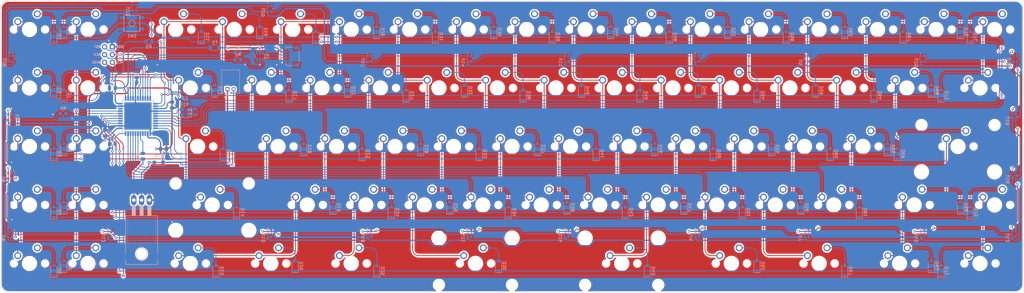
<source format=kicad_pcb>
(kicad_pcb (version 20211014) (generator pcbnew)
  (layers (0 "F.Cu" signal) (31 "B.Cu" signal) (34 "B.Paste" user) (35 "F.Paste" user) (36 "B.SilkS" user "B.Silkscreen") (37 "F.SilkS" user "F.Silkscreen") (38 "B.Mask" user) (39 "F.Mask" user) (44 "Edge.Cuts" user))
  (net 0 "")
  (net 1 "GND")
  (net 2 "Net-(C1-Pad2)")
  (net 3 "Net-(C2-Pad2)")
  (net 4 "+5V")
  (net 5 "Net-(C4-Pad1)")
  (net 6 "Net-(D1-Pad2)")
  (net 7 "Net-(D2-Pad2)")
  (net 8 "Net-(D3-Pad2)")
  (net 9 "Net-(D4-Pad2)")
  (net 10 "Net-(D5-Pad2)")
  (net 11 "Net-(D6-Pad2)")
  (net 12 "Net-(D7-Pad2)")
  (net 13 "Net-(D8-Pad2)")
  (net 14 "Net-(D9-Pad2)")
  (net 15 "Net-(D10-Pad2)")
  (net 16 "Net-(D11-Pad2)")
  (net 17 "Net-(D12-Pad2)")
  (net 18 "Net-(D13-Pad2)")
  (net 19 "Net-(D14-Pad2)")
  (net 20 "Net-(D15-Pad2)")
  (net 21 "Net-(D16-Pad2)")
  (net 22 "Net-(D17-Pad2)")
  (net 23 "Net-(D18-Pad2)")
  (net 24 "Net-(D19-Pad2)")
  (net 25 "Net-(D20-Pad2)")
  (net 26 "Net-(D21-Pad2)")
  (net 27 "Net-(D22-Pad2)")
  (net 28 "Net-(D23-Pad2)")
  (net 29 "Net-(D24-Pad2)")
  (net 30 "Net-(D25-Pad2)")
  (net 31 "Net-(D26-Pad2)")
  (net 32 "Net-(D27-Pad2)")
  (net 33 "Net-(D28-Pad2)")
  (net 34 "Net-(D29-Pad2)")
  (net 35 "Net-(D30-Pad2)")
  (net 36 "Net-(D31-Pad2)")
  (net 37 "Net-(D32-Pad2)")
  (net 38 "Net-(D33-Pad2)")
  (net 39 "Net-(D34-Pad2)")
  (net 40 "Net-(D35-Pad2)")
  (net 41 "Net-(D36-Pad2)")
  (net 42 "Net-(D37-Pad2)")
  (net 43 "Net-(D38-Pad2)")
  (net 44 "Net-(D39-Pad2)")
  (net 45 "Net-(D40-Pad2)")
  (net 46 "Net-(D41-Pad2)")
  (net 47 "Net-(D42-Pad2)")
  (net 48 "Net-(D43-Pad2)")
  (net 49 "Net-(D44-Pad2)")
  (net 50 "Net-(D45-Pad2)")
  (net 51 "Net-(D46-Pad2)")
  (net 52 "Net-(D47-Pad2)")
  (net 53 "Net-(D48-Pad2)")
  (net 54 "Net-(D49-Pad2)")
  (net 55 "Net-(D50-Pad2)")
  (net 56 "Net-(D51-Pad2)")
  (net 57 "Net-(D52-Pad2)")
  (net 58 "Net-(D53-Pad2)")
  (net 59 "Net-(D54-Pad2)")
  (net 60 "Net-(D55-Pad2)")
  (net 61 "Net-(D56-Pad2)")
  (net 62 "Net-(D57-Pad2)")
  (net 63 "Net-(D58-Pad2)")
  (net 64 "Net-(D59-Pad2)")
  (net 65 "ROW8")
  (net 66 "Net-(D60-Pad2)")
  (net 67 "Net-(D61-Pad2)")
  (net 68 "Net-(D62-Pad2)")
  (net 69 "ROW4")
  (net 70 "Net-(D63-Pad2)")
  (net 71 "ROW6")
  (net 72 "Net-(D64-Pad2)")
  (net 73 "Net-(D65-Pad2)")
  (net 74 "ROW2")
  (net 75 "Net-(D66-Pad2)")
  (net 76 "ROW5")
  (net 77 "Net-(D67-Pad2)")
  (net 78 "ROW7")
  (net 79 "Net-(D68-Pad2)")
  (net 80 "ROW9")
  (net 81 "Net-(D69-Pad2)")
  (net 82 "ROW0")
  (net 83 "Net-(D70-Pad2)")
  (net 84 "ROW3")
  (net 85 "Net-(D71-Pad2)")
  (net 86 "ROW1")
  (net 87 "Net-(D72-Pad2)")
  (net 88 "VBUS")
  (net 89 "D+")
  (net 90 "D-")
  (net 91 "MISO")
  (net 92 "SCK")
  (net 93 "MOSI")
  (net 94 "RESET")
  (net 95 "COL0")
  (net 96 "COL1")
  (net 97 "COL2")
  (net 98 "COL3")
  (net 99 "COL4")
  (net 100 "COL5")
  (net 101 "COL6")
  (net 102 "COL7")
  (net 103 "Net-(R1-Pad2)")
  (net 104 "Net-(R2-Pad2)")
  (net 105 "Net-(R4-Pad1)")
  (net 111 "Net-(D73-Pad2)")
  (net 112 "Net-(D74-Pad2)")
  (net 113 "LED")
  (net 114 "Net-(R5-Pad2)")
  (net 115 "Net-(U3-Pad1)")
  (net 116 "Net-(U24-Pad1)")
  (net 117 "Net-(U4-Pad1)")
  (net 118 "Net-(U25-Pad1)")
  (net 119 "Net-(U5-Pad1)")
  (net 120 "Net-(U6-Pad1)")
  (net 121 "Net-(U10-Pad3)")
  (net 122 "Net-(U11-Pad3)")
  (net 123 "Net-(U12-Pad3)")
  (net 124 "Net-(U10-Pad1)")
  (net 125 "Net-(U11-Pad1)")
  (net 126 "Net-(U12-Pad1)")
  (net 127 "Net-(U13-Pad1)")
  (net 128 "Net-(U14-Pad1)")
  (net 129 "Net-(U15-Pad1)")
  (net 130 "Net-(U16-Pad1)")
  (net 131 "Net-(U17-Pad1)")
  (net 132 "Net-(U18-Pad1)")
  (net 133 "Net-(U19-Pad1)")
  (net 134 "Net-(U20-Pad1)")
  (net 135 "Net-(U21-Pad1)")
  (net 136 "Net-(U22-Pad1)")
  (net 137 "Net-(U23-Pad1)")
  (net 139 "Net-(D75-Pad2)")
  (net 140 "Net-(Q1-PadB)")
  (net 141 "SOL")
  (footprint "MX_Only:MXOnly-1U-NoLED" (layer "F.Cu") (at 204.7875 57.15)
    (fp_text reference "MX47")
    (fp_text value "M")
  )
  (footprint "MX_Only:MXOnly-1U-NoLED" (layer "F.Cu") (at 171.45 19.05)
    (fp_text reference "MX40")
    (fp_text value "Y")
  )
  (footprint "MX_Only:MXOnly-1U-NoLED" (layer "F.Cu") (at 100.0125 38.1)
    (fp_text reference "MX23")
    (fp_text value "S")
  )
  (footprint "MX_Only:MXOnly-1U-NoLED" (layer "F.Cu") (at 133.35 19.05)
    (fp_text reference "MX32")
    (fp_text value "R")
  )
  (footprint "MX_Only:MXOnly-1U-NoLED" (layer "F.Cu") (at 266.7 19.05)
    (fp_text reference "MX64")
    (fp_text value "Lbrc")
  )
  (footprint "MX_Only:MXOnly-1U-NoLED" (layer "F.Cu") (at 19.05 57.15)
    (fp_text reference "MX9")
    (fp_text value "F8")
  )
  (footprint "MX_Only:MXOnly-2.25U-NoLED" (layer "F.Cu") (at 59.53125 57.15)
    (fp_text reference "MX14")
    (fp_text value "Lsft")
  )
  (footprint "MX_Only:MXOnly-1U-NoLED" (layer "F.Cu") (at 200.025 0)
    (fp_text reference "MX48")
    (fp_text value "8")
  )
  (footprint "MX_Only:MXOnly-1U-NoLED" (layer "F.Cu") (at 295.275 0)
    (fp_text reference "MX72")
    (fp_text value "Bsls")
  )
  (footprint "MX_Only:MXOnly-1U-NoLED" (layer "F.Cu") (at 185.7375 57.15)
    (fp_text reference "MX42")
    (fp_text value "N")
  )
  (footprint "MX_Only:MXOnly-1U-NoLED" (layer "F.Cu") (at 180.975 0)
    (fp_text reference "MX44")
    (fp_text value "7")
  )
  (footprint "MX_Only:MXOnly-1.5U-NoLED" (layer "F.Cu") (at 309.5625 19.05)
    (fp_text reference "MX73")
    (fp_text value "Back")
  )
  (footprint "MX_Only:MXOnly-1U-NoLED" (layer "F.Cu") (at 0 0)
    (fp_text reference "MX1")
    (fp_text value "F1")
  )
  (footprint "MX_Only:MXOnly-1U-NoLED" (layer "F.Cu") (at 76.2 19.05)
    (fp_text reference "MX17")
    (fp_text value "Q")
  )
  (footprint "MX_Only:MXOnly-1.75U-NoLED" (layer "F.Cu") (at 54.76875 38.1)
    (fp_text reference "MX13")
    (fp_text value "Lctl")
  )
  (footprint "MX_Only:MXOnly-1U-NoLED" (layer "F.Cu") (at 85.725 0)
    (fp_text reference "MX21")
    (fp_text value "2")
  )
  (footprint "MX_Only:MXOnly-1.5U-NoLED" (layer "F.Cu") (at 257.175 76.2)
    (fp_text reference "MX57")
    (fp_text value "RAlt")
  )
  (footprint "MX_Only:MXOnly-1U-NoLED" (layer "F.Cu") (at 252.4125 38.1)
    (fp_text reference "MX60")
    (fp_text value "Scln")
  )
  (footprint "MX_Only:MXOnly-1.5U-NoLED" (layer "F.Cu") (at 52.3875 76.2)
    (fp_text reference "MX15")
    (fp_text value "Lwin")
  )
  (footprint "MX_Only:MXOnly-1U-NoLED" (layer "F.Cu") (at 66.675 0)
    (fp_text reference "MX16")
    (fp_text value "1")
  )
  (footprint "MX_Only:MXOnly-1U-NoLED" (layer "F.Cu") (at 271.4625 38.1)
    (fp_text reference "MX65")
    (fp_text value "Quot")
  )
  (footprint "MX_Only:MXOnly-1U-NoLED" (layer "F.Cu") (at 19.05 0)
    (fp_text reference "MX6")
    (fp_text value "F2")
  )
  (footprint "MX_Only:MXOnly-2.25U-ReversedStabilizers-NoLED" (layer "F.Cu") (at 192.88125 76.2)
    (fp_text reference "MX43")
    (fp_text value "Space2")
  )
  (footprint "MX_Only:MXOnly-1.5U-NoLED" (layer "F.Cu") (at 228.6 76.2)
    (fp_text reference "MX52")
    (fp_text value "Fn2")
  )
  (footprint "MX_Only:MXOnly-1U-NoLED" (layer "F.Cu") (at 19.05 38.1)
    (fp_text reference "MX8")
    (fp_text value "F6")
  )
  (footprint "MX_Only:MXOnly-1U-NoLED" (layer "F.Cu") (at 0 57.15)
    (fp_text reference "MX4")
    (fp_text value "F7")
  )
  (footprint "MX_Only:MXOnly-2.75U-ReversedStabilizers-NoLED" (layer "F.Cu") (at 145.25625 76.2)
    (fp_text reference "MX30")
    (fp_text value "Space")
  )
  (footprint "MX_Only:MXOnly-1U-NoLED" (layer "F.Cu") (at 219.075 0)
    (fp_text reference "MX53")
    (fp_text value "9")
  )
  (footprint "MX_Only:MXOnly-1U-NoLED" (layer "F.Cu") (at 47.625 0)
    (fp_text reference "MX11")
    (fp_text value "ESC")
  )
  (footprint "MX_Only:MXOnly-1U-NoLED" (layer "F.Cu") (at 176.2125 38.1)
    (fp_text reference "MX41")
    (fp_text value "H")
  )
  (footprint "MX_Only:MXOnly-1U-NoLED" (layer "F.Cu") (at 0 76.2)
    (fp_text reference "MX5")
    (fp_text value "F9")
  )
  (footprint "MX_Only:MXOnly-1U-NoLED" (layer "F.Cu") (at 285.75 19.05)
    (fp_text reference "MX68")
    (fp_text value "Rbrc")
  )
  (footprint "MX_Only:MXOnly-1U-NoLED" (layer "F.Cu") (at 157.1625 38.1)
    (fp_text reference "MX37")
    (fp_text value "G")
  )
  (footprint "MX_Only:MXOnly-1.5U-NoLED" (layer "F.Cu") (at 104.775 76.2)
    (fp_text reference "MX25")
    (fp_text value "LAlt")
  )
  (footprint "MX_Only:MXOnly-1U-NoLED" (layer "F.Cu") (at 19.05 19.05)
    (fp_text reference "MX7")
    (fp_text value "F4")
  )
  (footprint "MX_Only:MXOnly-1U-NoLED" (layer "F.Cu") (at 138.1125 38.1)
    (fp_text reference "MX33")
    (fp_text value "F")
  )
  (footprint "MX_Only:MXOnly-1U-NoLED" (layer "F.Cu") (at 142.875 0)
    (fp_text reference "MX35")
    (fp_text value "5")
  )
  (footprint "MX_Only:MXOnly-1U-NoLED" (layer "F.Cu") (at 95.25 19.05)
    (fp_text reference "MX22")
    (fp_text value "W")
  )
  (footprint "MX_Only:MXOnly-1.75U-NoLED" (layer "F.Cu") (at 288.13125 57.15)
    (fp_text reference "MX66")
    (fp_text value "Rsft")
  )
  (footprint "MX_Only:MXOnly-1U-NoLED" (layer "F.Cu") (at 238.125 0)
    (fp_text reference "MX58")
    (fp_text value "0")
  )
  (footprint "MX_Only:MXOnly-1U-NoLED" (layer "F.Cu") (at 257.175 0)
    (fp_text reference "MX63")
    (fp_text value "Mins")
  )
  (footprint "MX_Only:MXOnly-1.5U-NoLED" (layer "F.Cu") (at 309.5625 76.2)
    (fp_text reference "MX71")
    (fp_text value "Rctl")
  )
  (footprint "MX_Only:MXOnly-1U-NoLED" (layer "F.Cu") (at 147.6375 57.15)
    (fp_text reference "MX34")
    (fp_text value "V")
  )
  (footprint "MX_Only:MXOnly-1U-NoLED" (layer "F.Cu") (at 80.9625 38.1)
    (fp_text reference "MX18")
    (fp_text value "A")
  )
  (footprint "MX_Only:MXOnly-1U-NoLED" (layer "F.Cu") (at 233.3625 38.1)
    (fp_text reference "MX55")
    (fp_text value "L")
  )
  (footprint "MX_Only:MXOnly-1U-NoLED" (layer "F.Cu") (at 119.0625 38.1)
    (fp_text reference "MX28")
    (fp_text value "D")
  )
  (footprint "MX_Only:MXOnly-1U-NoLED" (layer "F.Cu") (at 195.2625 38.1)
    (fp_text reference "MX46")
    (fp_text value "J")
  )
  (footprint "MX_Only:MXOnly-1U-NoLED" (layer "F.Cu") (at 152.4 19.05)
    (fp_text reference "MX36")
    (fp_text value "T")
  )
  (footprint "MX_Only:MXOnly-1U-NoLED" (layer "F.Cu") (at 228.6 19.05)
    (fp_text reference "MX54")
    (fp_text value "O")
  )
  (footprint "MX_Only:MXOnly-1U-NoLED" (layer "F.Cu") (at 242.8875 57.15)
    (fp_text reference "MX56")
    (fp_text value "Dot")
  )
  (footprint "MX_Only:MXOnly-1U-NoLED" (layer "F.Cu") (at 261.9375 57.15)
    (fp_text reference "MX61")
    (fp_text value "Slsh")
  )
  (footprint "MX_Only:MXOnly-1U-NoLED" (layer "F.Cu") (at 0 38.1)
    (fp_text reference "MX3")
    (fp_text value "F5")
  )
  (footprint "MX_Only:MXOnly-1.25U-NoLED" (layer "F.Cu") (at 283.36875 76.2)
    (fp_text reference "MX62")
    (fp_text value "LWin")
  )
  (footprint "MX_Only:MXOnly-1U-NoLED" (layer "F.Cu") (at 214.3125 38.1)
    (fp_text reference "MX50")
    (fp_text value "K")
  )
  (footprint "MX_Only:MXOnly-1U-NoLED" (layer "F.Cu") (at 314.325 0)
    (fp_text reference "MX74")
    (fp_text value "Grv")
  )
  (footprint "MX_Only:MXOnly-1U-NoLED" (layer "F.Cu") (at 104.775 0)
    (fp_text reference "MX26")
    (fp_text value "3")
  )
  (footprint "MX_Only:MXOnly-1U-NoLED" (layer "F.Cu") (at 247.65 19.05)
    (fp_text reference "MX59")
    (fp_text value "P")
  )
  (footprint "MX_Only:MXOnly-1U-NoLED" (layer "F.Cu") (at 109.5375 57.15)
    (fp_text reference "MX24")
    (fp_text value "X")
  )
  (footprint "MX_Only:MXOnly-1U-NoLED" (layer "F.Cu") (at 190.5 19.05)
    (fp_text reference "MX45")
    (fp_text value "U")
  )
  (footprint "MX_Only:MXOnly-2.25U-NoLED" (layer "F.Cu") (at 302.41875 38.1)
    (fp_text reference "MX69")
    (fp_text value "Ent")
  )
  (footprint "MX_Only:MXOnly-1U-NoLED" (layer "F.Cu") (at 314.325 57.15)
    (fp_text reference "MX70")
    (fp_text value "Fn")
  )
  (footprint "MX_Only:MXOnly-1U-NoLED" (layer "F.Cu") (at 128.5875 57.15)
    (fp_text reference "MX29")
    (fp_text value "C")
  )
  (footprint "MX_Only:MXOnly-1.5U-NoLED" (layer "F.Cu") (at 52.3875 19.05)
    (fp_text reference "MX12")
    (fp_text value "Tab")
  )
  (footprint "MX_Only:MXOnly-1U-NoLED" (layer "F.Cu") (at 166.6875 57.15)
    (fp_text reference "MX38")
    (fp_text value "B")
  )
  (footprint "MX_Only:MXOnly-1U-NoLED" (layer "F.Cu") (at 0 19.05)
    (fp_text reference "MX2")
    (fp_text value "F3")
  )
  (footprint "MX_Only:MXOnly-1U-NoLED" (layer "F.Cu") (at 19.05 76.2)
    (fp_text reference "MX10")
    (fp_text value "F10")
  )
  (footprint "MX_Only:MXOnly-1U-NoLED" (layer "F.Cu") (at 123.825 0)
    (fp_text reference "MX31")
    (fp_text value "4")
  )
  (footprint "MX_Only:MXOnly-1U-NoLED" (layer "F.Cu") (at 223.8375 57.15)
    (fp_text reference "MX51")
    (fp_text value "Comm")
  )
  (footprint "MX_Only:MXOnly-1U-NoLED" (layer "F.Cu") (at 90.4875 57.15)
    (fp_text reference "MX19")
    (fp_text value "Z")
  )
  (footprint "MX_Only:MXOnly-1U-NoLED" (layer "F.Cu") (at 114.3 19.05)
    (fp_text reference "MX27")
    (fp_text value "E")
  )
  (footprint "MX_Only:MXOnly-1U-NoLED" (layer "F.Cu") (at 161.925 0)
    (fp_text reference "MX39")
    (fp_text value "6")
  )
  (footprint "MX_Only:MXOnly-1U-NoLED" (layer "F.Cu") (at 276.225 0)
    (fp_text reference "MX67")
    (fp_text value "Equl")
  )
  (footprint "MX_Only:MXOnly-1U-NoLED" (layer "F.Cu") (at 209.55 19.05)
    (fp_text reference "MX49")
    (fp_text value "I")
  )
  (footprint "MX_Only:MXOnly-1.25U-NoLED" (layer "F.Cu") (at 78.58125 76.2)
    (fp_text reference "MX20")
    (fp_text value "Fn1")
  )
  (footprint "Diode_SMD:D_SOD-123" (layer "B.Cu") (at 236.934375 21.43125 90)
    (fp_text reference "D54")
    (fp_text value "D_Small")
  )
  (footprint "Fuse:Fuse_1206_3216Metric" (layer "B.Cu") (at 60.325 5.953125 180)
    (fp_text reference "F1")
    (fp_text value "500mA")
  )
  (footprint "WS2812-2020:LED_WS2812-2020" (layer "B.Cu") (at 290.909375 9.525 -90)
    (fp_text reference "U25")
    (fp_text value "WS2812-2020")
  )
  (footprint "WS2812-2020:LED_WS2812-2020" (layer "B.Cu") (at 34.13125 -7.14375 -90)
    (fp_text reference "U23")
    (fp_text value "WS2812-2020")
  )
  (footprint "Diode_SMD:D_SOD-123" (layer "B.Cu") (at 11.1125 76.99375 90)
    (fp_text reference "D10")
    (fp_text value "D_Small")
  )
  (footprint "WS2812-2020:LED_WS2812-2020" (layer "B.Cu") (at 175.021875 9.525 -90)
    (fp_text reference "U11")
    (fp_text value "WS2812-2020")
  )
  (footprint "Diode_SMD:D_SOD-123" (layer "B.Cu") (at 127.396875 38.89375 90)
    (fp_text reference "D28")
    (fp_text value "D_Small")
  )
  (footprint "Diode_SMD:D_SOD-123" (layer "B.Cu") (at 270.271875 59.53125 90)
    (fp_text reference "D61")
    (fp_text value "D_Small")
  )
  (footprint "Capacitor_SMD:C_0805_2012Metric" (layer "B.Cu") (at 53.975 26.83125 -90)
    (fp_text reference "C1")
    (fp_text value "22pF")
  )
  (footprint "Diode_SMD:D_SOD-123" (layer "B.Cu") (at 208.359375 2.38125 90)
    (fp_text reference "D48")
    (fp_text value "D_Small")
  )
  (footprint "WS2812-2020:LED_WS2812-2020" (layer "B.Cu") (at 217.4875 9.525 -90)
    (fp_text reference "U8")
    (fp_text value "WS2812-2020")
  )
  (footprint "WS2812-2020:LED_WS2812-2020" (layer "B.Cu") (at 26.19375 66.675 -90)
    (fp_text reference "U12")
    (fp_text value "WS2812-2020")
  )
  (footprint "Diode_SMD:D_SOD-123" (layer "B.Cu") (at 296.8625 78.58125 90)
    (fp_text reference "D71")
    (fp_text value "D_Small")
  )
  (footprint "WS2812-2020:LED_WS2812-2020" (layer "B.Cu") (at 143.271875 9.525 -90)
    (fp_text reference "U14")
    (fp_text value "WS2812-2020")
  )
  (footprint "Diode_SMD:D_SOD-123" (layer "B.Cu") (at 55.959375 2.38125 90)
    (fp_text reference "D11")
    (fp_text value "D_Small")
  )
  (footprint "Diode_SMD:D_SOD-123" (layer "B.Cu") (at 151.209375 0.79375 90)
    (fp_text reference "D35")
    (fp_text value "D_Small")
  )
  (footprint "Diode_SMD:D_SOD-123" (layer "B.Cu") (at 306.3875 2.38125 90)
    (fp_text reference "D74")
    (fp_text value "D_Small")
  )
  (footprint "Diode_SMD:D_SOD-123" (layer "B.Cu") (at 246.459375 2.38125 90)
    (fp_text reference "D58")
    (fp_text value "D_Small")
  )
  (footprint "Diode_SMD:D_SOD-123" (layer "B.Cu") (at 113.109375 78.58125 90)
    (fp_text reference "D25")
    (fp_text value "D_Small")
  )
  (footprint "Diode_SMD:D_SOD-123" (layer "B.Cu") (at 260.746875 40.48125 90)
    (fp_text reference "D60")
    (fp_text value "D_Small")
  )
  (footprint "Diode_SMD:D_SOD-123" (layer "B.Cu") (at 255.984375 19.84375 90)
    (fp_text reference "D59")
    (fp_text value "D_Small")
  )
  (footprint "Diode_SMD:D_SOD-123" (layer "B.Cu") (at 67.46875 59.53125 90)
    (fp_text reference "D14")
    (fp_text value "D_Small")
  )
  (footprint "Diode_SMD:D_SOD-123" (layer "B.Cu") (at 146.446875 40.48125 90)
    (fp_text reference "D33")
    (fp_text value "D_Small")
  )
  (footprint "Diode_SMD:D_SOD-123" (layer "B.Cu") (at 63.103125 40.48125 90)
    (fp_text reference "D13")
    (fp_text value "D_Small")
  )
  (footprint "Capacitor_SMD:C_0805_2012Metric" (layer "B.Cu") (at 43.65625 38.89375)
    (fp_text reference "C5")
    (fp_text value "0.1uF")
  )
  (footprint "Diode_SMD:D_SOD-123" (layer "B.Cu") (at 306.3875 59.53125 90)
    (fp_text reference "D70")
    (fp_text value "D_Small")
  )
  (footprint "Resistor_SMD:R_0805_2012Metric" (layer "B.Cu") (at 26.9875 37.30625 180)
    (fp_text reference "R4")
    (fp_text value "10k")
  )
  (footprint "Diode_SMD:D_SOD-123" (layer "B.Cu") (at 7.9375 2.38125 90)
    (fp_text reference "D1")
    (fp_text value "D_Small")
  )
  (footprint "Diode_SMD:D_SOD-123" (layer "B.Cu") (at 7.9375 40.48125 90)
    (fp_text reference "D3")
    (fp_text value "D_Small")
  )
  (footprint "Diode_SMD:D_SOD-123" (layer "B.Cu") (at 184.546875 40.48125 90)
    (fp_text reference "D41")
    (fp_text value "D_Small")
  )
  (footprint "Diode_SMD:D_SOD-123" (layer "B.Cu") (at 165.496875 38.89375 90)
    (fp_text reference "D37")
    (fp_text value "D_Small")
  )
  (footprint "WS2812-2020:LED_WS2812-2020" (layer "B.Cu") (at -6.35 47.625 -90)
    (fp_text reference "U6")
    (fp_text value "WS2812-2020")
  )
  (footprint "WS2812-2020:LED_WS2812-2020" (layer "B.Cu") (at 320.675 66.675 -90)
    (fp_text reference "U13")
    (fp_text value "WS2812-2020")
  )
  (footprint "Diode_SMD:D_SOD-123" (layer "B.Cu") (at 7.9375 19.84375 90)
    (fp_text reference "D2")
    (fp_text value "D_Small")
  )
  (footprint "Diode_SMD:D_SOD-123" (layer "B.Cu") (at 11.1125 0.79375 90)
    (fp_text reference "D6")
    (fp_text value "D_Small")
  )
  (footprint "Diode_SMD:D_SOD-123" (layer "B.Cu") (at 160.734375 21.43125 90)
    (fp_text reference "D36")
    (fp_text value "D_Small")
  )
  (footprint "Diode_SMD:D_SOD-123" (layer "B.Cu") (at 279.4 38.89375 90)
    (fp_text reference "D65")
    (fp_text value "D_Small")
  )
  (footprint "Diode_SMD:D_SOD-123" (layer "B.Cu") (at 11.1125 38.89375 90)
    (fp_text reference "D8")
    (fp_text value "D_Small")
  )
  (footprint "Diode_SMD:D_SOD-123" (layer "B.Cu") (at 198.834375 21.43125 90)
    (fp_text reference "D45")
    (fp_text value "D_Small")
  )
  (footprint "S2B-PH-K-S_LF__SN_:JST_S2B-PH-K-S(LF)(SN)" (layer "B.Cu") (at 65.484375 19.446875)
    (fp_text reference "J3")
    (fp_text value "Conn_01x02_Male")
  )
  (footprint "Diode_SMD:D_SOD-123F" (layer "B.Cu") (at 42.06875 43.259375 180)
    (fp_text reference "D75")
    (fp_text value "D_Small")
  )
  (footprint "WS2812-2020:LED_WS2812-2020" (layer "B.Cu") (at -6.35 28.575 -90)
    (fp_text reference "U3")
    (fp_text value "WS2812-2020")
  )
  (footprint "Diode_SMD:D_SOD-123" (layer "B.Cu") (at 89.296875 38.89375 90)
    (fp_text reference "D18")
    (fp_text value "D_Small")
  )
  (footprint "bakeneko:ISP" (layer "B.Cu") (at 24.4475 10.715625)
    (fp_text reference "J2")
    (fp_text value "AVR-ISP-6")
  )
  (footprint "Diode_SMD:D_SOD-123" (layer "B.Cu") (at 75.009375 0.79375 90)
    (fp_text reference "D16")
    (fp_text value "D_Small")
  )
  (footprint "random-keyboard-parts:JST-SR-4" (layer "B.Cu") (at 87.978125 8.73125 -90)
    (fp_text reference "J1")
    (fp_text value "JST 4 Pin")
  )
  (footprint "Diode_SMD:D_SOD-123" (layer "B.Cu") (at 132.159375 2.38125 90)
    (fp_text reference "D31")
    (fp_text value "D_Small")
  )
  (footprint "Diode_SMD:D_SOD-123" (layer "B.Cu") (at 113.109375 0.79375 90)
    (fp_text reference "D26")
    (fp_text value "D_Small")
  )
  (footprint "Resistor_SMD:R_0805_2012Metric" (layer "B.Cu") (at 36.909375 41.275 -90)
    (fp_text reference "R6")
    (fp_text value "2.2k")
  )
  (footprint "Diode_SMD:D_SOD-123" (layer "B.Cu") (at 86.51875 76.99375 90)
    (fp_text reference "D20")
    (fp_text value "D_Small")
  )
  (footprint "Diode_SMD:D_SOD-123" (layer "B.Cu") (at 282.575 40.48125 90)
    (fp_text reference "D69")
    (fp_text value "D_Small")
  )
  (footprint "WS2812-2020:LED_WS2812-2020" (layer "B.Cu") (at 110.728125 66.675 -90)
    (fp_text reference "U18")
    (fp_text value "WS2812-2020")
  )
  (footprint "Capacitor_SMD:C_0805_2012Metric" (layer "B.Cu") (at 46.434375 24.60625 -90)
    (fp_text reference "C6")
    (fp_text value "0.1uF")
  )
  (footprint "WS2812-2020:LED_WS2812-2020" (layer "B.Cu") (at 217.4875 66.675 -90)
    (fp_text reference "U4")
    (fp_text value "WS2812-2020")
  )
  (footprint "WS2812-2020:LED_WS2812-2020" (layer "B.Cu") (at -6.35 66.675 -90)
    (fp_text reference "U9")
    (fp_text value "WS2812-2020")
  )
  (footprint "WS2812-2020:LED_WS2812-2020" (layer "B.Cu") (at 321.071875 9.525 -90)
    (fp_text reference "U22")
    (fp_text value "WS2812-2020")
  )
  (footprint "Diode_SMD:D_SOD-123" (layer "B.Cu") (at 189.309375 0.79375 90)
    (fp_text reference "D44")
    (fp_text value "D_Small")
  )
  (footprint "Diode_SMD:D_SOD-123" (layer "B.Cu") (at 60.721875 78.58125 90)
    (fp_text reference "D15")
    (fp_text value "D_Small")
  )
  (footprint "Diode_SMD:D_SOD-123" (layer "B.Cu") (at 227.409375 0.79375 90)
    (fp_text reference "D53")
    (fp_text value "D_Small")
  )
  (footprint "Capacitor_SMD:C_0805_2012Metric" (layer "B.Cu") (at 24.60625 33.734375 90)
    (fp_text reference "C3")
    (fp_text value "0.1uF")
  )
  (footprint "Diode_SMD:D_SOD-123" (layer "B.Cu") (at 232.171875 59.53125 90)
    (fp_text reference "D51")
    (fp_text value "D_Small")
  )
  (footprint "Diode_SMD:D_SOD-123" (layer "B.Cu") (at 117.871875 59.53125 90)
    (fp_text reference "D24")
    (fp_text value "D_Small")
  )
  (footprint "Diode_SMD:D_SOD-123" (layer "B.Cu") (at 152.796875 76.99375 90)
    (fp_text reference "D30")
    (fp_text value "D_Small")
  )
  (footprint "Diode_SMD:D_SOD-123" (layer "B.Cu") (at 217.884375 19.84375 90)
    (fp_text reference "D49")
    (fp_text value "D_Small")
  )
  (footprint "Crystal:Crystal_SMD_3225-4Pin_3.2x2.5mm" (layer "B.Cu") (at 50.8 26.93125 180)
    (fp_text reference "Y1")
    (fp_text value "16MHz")
  )
  (footprint "Diode_SMD:D_SOD-123" (layer "B.Cu") (at 293.6875 76.99375 90)
    (fp_text reference "D62")
    (fp_text value "D_Small")
  )
  (footprint "WS2812-2020:LED_WS2812-2020" (layer "B.Cu") (at -5.953125 9.525 -90)
    (fp_text reference "U26")
    (fp_text value "WS2812-2020")
  )
  (footprint "Diode_SMD:D_SOD-123" (layer "B.Cu") (at 141.684375 19.84375 90)
    (fp_text reference "D32")
    (fp_text value "D_Small")
  )
  (footprint "Diode_SMD:D_SOD-123" (layer "B.Cu") (at 103.584375 19.84375 90)
    (fp_text reference "D22")
    (fp_text value "D_Small")
  )
  (footprint "WS2812-2020:LED_WS2812-2020" (layer "B.Cu") (at 320.675 28.575 -90)
    (fp_text reference "U19")
    (fp_text value "WS2812-2020")
  )
  (footprint "Diode_SMD:D_SOD-123" (layer "B.Cu") (at 265.509375 78.58125 90)
    (fp_text reference "D57")
    (fp_text value "D_Small")
  )
  (footprint "Diode_SMD:D_SOD-123" (layer "B.Cu") (at 108.346875 40.48125 90)
    (fp_text reference "D23")
    (fp_text value "D_Small")
  )
  (footprint "Diode_SMD:D_SOD-123" (layer "B.Cu") (at 265.509375 0.79375 90)
    (fp_text reference "D63")
    (fp_text value "D_Small")
  )
  (footprint "Diode_SMD:D_SOD-123" (layer "B.Cu") (at 241.696875 38.89375 90)
    (fp_text reference "D55")
    (fp_text value "D_Small")
  )
  (footprint "Diode_SMD:D_SOD-123" (layer "B.Cu") (at 84.534375 21.43125 90)
    (fp_text reference "D17")
    (fp_text value "D_Small")
  )
  (footprint "Diode_SMD:D_SOD-123" (layer "B.Cu") (at 293.6875 19.84375 90)
    (fp_text reference "D68")
    (fp_text value "D_Small")
  )
  (footprint "Diode_SMD:D_SOD-123" (layer "B.Cu") (at 175.021875 57.94375 90)
    (fp_text reference "D38")
    (fp_text value "D_Small")
  )
  (footprint "Capacitor_SMD:C_0805_2012Metric" (layer "B.Cu") (at 34.925 14.684375 -90)
    (fp_text reference "C4")
    (fp_text value "1u")
  )
  (footprint "Diode_SMD:D_SOD-123" (layer "B.Cu") (at 11.1125 21.43125 90)
    (fp_text reference "D7")
    (fp_text value "D_Small")
  )
  (footprint "Diode_SMD:D_SOD-123" (layer "B.Cu") (at 179.784375 19.84375 90)
    (fp_text reference "D40")
    (fp_text value "D_Small")
  )
  (footprint "Diode_SMD:D_SOD-123" (layer "B.Cu") (at 136.921875 57.94375 90)
    (fp_text reference "D29")
    (fp_text value "D_Small")
  )
  (footprint "Diode_SMD:D_SOD-123" (layer "B.Cu") (at 60.325 19.84375 90)
    (fp_text reference "D12")
    (fp_text value "D_Small")
  )
  (footprint "WS2812-2020:LED_WS2812-2020" (layer "B.Cu") (at 78.184375 66.675 -90)
    (fp_text reference "U15")
    (fp_text value "WS2812-2020")
  )
  (footprint "Diode_SMD:D_SOD-123" (layer "B.Cu") (at 303.2125 57.94375 90)
    (fp_text reference "D66")
    (fp_text value "D_Small")
  )
  (footprint "Diode_SMD:D_SOD-123" (layer "B.Cu") (at 122.634375 21.43125 90)
    (fp_text reference "D27")
    (fp_text value "D_Small")
  )
  (footprint "Capacitor_SMD:C_0805_2012Metric" (layer "B.Cu") (at 26.9875 19.05 180)
    (fp_text reference "C7")
    (fp_text value "10uF")
  )
  (footprint "Resistor_SMD:R_0805_2012Metric" (layer "B.Cu") (at 10.99375 27.378125 180)
    (fp_text reference "R5")
    (fp_text value "500ohms")
  )
  (footprint "Diode_SMD:D_SOD-123" (layer "B.Cu") (at 303.2125 0.79375 90)
    (fp_text reference "D72")
    (fp_text value "D_Small")
  )
  (footprint "WS2812-2020:LED_WS2812-2020" (layer "B.Cu") (at 110.728125 9.525 -90)
    (fp_text reference "U17")
    (fp_text value "WS2812-2020")
  )
  (footprint "WS2812-2020:LED_WS2812-2020" (layer "B.Cu") (at 175.021875 66.675 -90)
    (fp_text reference "U24")
    (fp_text value "WS2812-2020")
  )
  (footprint "Diode_SMD:D_SOD-123" (layer "B.Cu") (at 213.121875 57.94375 90)
    (fp_text reference "D47")
    (fp_text value "D_Small")
  )
  (footprint "Diode_SMD:D_SOD-123" (layer "B.Cu") (at 7.9375 78.58125 90)
    (fp_text reference "D5")
    (fp_text value "D_Small")
  )
  (footprint "WS2812-2020:LED_WS2812-2020" (layer "B.Cu") (at 78.184375 -6.746875 -90)
    (fp_text reference "U20")
    (fp_text value "WS2812-2020")
  )
  (footprint "WS2812-2020:LED_WS2812-2020" (layer "B.Cu") (at 320.675 47.625 -90)
    (fp_text reference "U16")
    (fp_text value "WS2812-2020")
  )
  (footprint "random-keyboard-parts:SKQG-1155865" (layer "B.Cu") (at 33.3375 -1.984375 180)
    (fp_text reference "SW1")
    (fp_text value "SW_Push")
  )
  (footprint "Diode_SMD:D_SOD-123" (layer "B.Cu") (at 7.9375 59.53125 90)
    (fp_text reference "D4")
    (fp_text value "D_Small")
  )
  (footprint "Diode_SMD:D_SOD-123" (layer "B.Cu") (at 275.034375 21.43125 90)
    (fp_text reference "D64")
    (fp_text value "D_Small")
  )
  (footprint "Diode_SMD:D_SOD-123" (layer "B.Cu") (at 170.259375 2.38125 90)
    (fp_text reference "D39")
    (fp_text value "D_Small")
  )
  (footprint "WS2812-2020:LED_WS2812-2020" (layer "B.Cu") (at 253.20625 66.675 -90)
    (fp_text reference "U7")
    (fp_text value "WS2812-2020")
  )
  (footprint "Diode_SMD:D_SOD-123" (layer "B.Cu") (at 11.1125 57.94375 90)
    (fp_text reference "D9")
    (fp_text value "D_Small")
  )
  (footprint "Capacitor_SMD:C_0805_2012Metric" (layer "B.Cu") (at 50.65 24.153125 180)
    (fp_text reference "C2")
    (fp_text value "22pF")
  )
  (footprint "Diode_SMD:D_SOD-123" (layer "B.Cu") (at 194.071875 59.53125 90)
    (fp_text reference "D42")
    (fp_text value "D_Small")
  )
  (footprint "TIP120:TO220AH" (layer "B.Cu") (at 36.5125 61.9125)
    (fp_text reference "Q1")
    (fp_text value "TIP120")
  )
  (footprint "WS2812-2020:LED_WS2812-2020" (layer "B.Cu") (at 143.271875 66.675 -90)
    (fp_text reference "U21")
    (fp_text value "WS2812-2020")
  )
  (footprint "Diode_SMD:D_SOD-123" (layer "B.Cu") (at 251.221875 57.94375 90)
    (fp_text reference "D56")
    (fp_text value "D_Small")
  )
  (footprint "Diode_SMD:D_SOD-123" (layer "B.Cu") (at 296.8625 21.43125 90)
    (fp_text reference "D73")
    (fp_text value "D_Small")
  )
  (footprint "Diode_SMD:D_SOD-123" (layer "B.Cu") (at 201.215625 78.58125 90)
    (fp_text reference "D43")
    (fp_text value "D_Small")
  )
  (footprint "Diode_SMD:D_SOD-123" (layer "B.Cu") (at 203.596875 38.89375 90)
    (fp_text reference "D46")
    (fp_text value "D_Small")
  )
  (footprint "Diode_SMD:D_SOD-123" (layer "B.Cu") (at 284.559375 2.38125 90)
    (fp_text reference "D67")
    (fp_text value "D_Small")
  )
  (footprint "Resistor_SMD:R_0805_2012Metric" (layer "B.Cu") (at 67.865625 9.86875 180)
    (fp_text reference "R1")
    (fp_text value "22")
  )
  (footprint "WS2812-2020:LED_WS2812-2020" (layer "B.Cu") (at 253.20625 9.525 -90)
    (fp_text reference "U5")
    (fp_text value "WS2812-2020")
  )
  (footprint "Resistor_SMD:R_0805_2012Metric" (layer "B.Cu") (at 67.865625 7.59375 180)
    (fp_text reference "R2")
    (fp_text value "22")
  )
  (footprint "Diode_SMD:D_SOD-123" (layer "B.Cu") (at 222.646875 40.48125 90)
    (fp_text reference "D50")
    (fp_text value "D_Small")
  )
  (footprint "Diode_SMD:D_SOD-123" (layer "B.Cu") (at 155.971875 59.53125 90)
    (fp_text reference "D34")
    (fp_text value "D_Small")
  )
  (footprint "Diode_SMD:D_SOD-123" (layer "B.Cu") (at 93.265625 2.38125 90)
    (fp_text reference "D21")
    (fp_text value "D_Small")
  )
  (footprint "Package_TO_SOT_SMD:SOT-23-6" (layer "B.Cu") (at 75.009375 8.73125 90)
    (fp_text reference "U2")
    (fp_text value "SRV05-4")
  )
  (footprint "Package_QFP:TQFP-44_10x10mm_P0.8mm" (layer "B.Cu") (at 35.321875 28.178125 -90)
    (fp_text reference "U1")
    (fp_text value "ATmega32U4-A")
  )
  (footprint "Diode_SMD:D_SOD-123" (layer "B.Cu") (at 236.934375 76.99375 90)
    (fp_text reference "D52")
    (fp_text value "D_Small")
  )
  (footprint "WS2812-2020:LED_WS2812-2020" (layer "B.Cu") (at 290.909375 66.675 -90)
    (fp_text reference "U10")
    (fp_text value "WS2812-2020")
  )
  (footprint "Resistor_SMD:R_0805_2012Metric" (layer "B.Cu") (at 38.89375 3.96875)
    (fp_text reference "R3")
    (fp_text value "10k")
  )
  (footprint "Diode_SMD:D_SOD-123" (layer "B.Cu") (at 98.821875 57.94375 90)
    (fp_text reference "D19")
    (fp_text value "D_Small")
  )
  (gr_line (start 321.071875 85.725) (end -6.746875 85.725) (layer "Edge.Cuts") (width 0.1))
  (gr_arc (start -6.746875 85.725) (mid -8.711306 84.911306) (end -9.525 82.946875) (layer "Edge.Cuts") (width 0.1))
  (gr_arc (start -9.525 -6.746875) (mid -8.711306 -8.711306) (end -6.746875 -9.525) (layer "Edge.Cuts") (width 0.1))
  (gr_arc (start 323.85 82.946875) (mid 323.036306 84.911306) (end 321.071875 85.725) (layer "Edge.Cuts") (width 0.1))
  (gr_arc (start 321.071875 -9.525) (mid 323.036306 -8.711306) (end 323.85 -6.746875) (layer "Edge.Cuts") (width 0.1))
  (gr_line (start 323.85 -6.746875) (end 323.85 82.946875) (layer "Edge.Cuts") (width 0.1))
  (gr_line (start -6.746875 -9.525) (end 321.071875 -9.525) (layer "Edge.Cuts") (width 0.1))
  (gr_line (start -9.525 82.946875) (end -9.525 -6.746875) (layer "Edge.Cuts") (width 0.1))
  (segment (start 44.45 55.5625) (end 46.434375 57.546875) (width 0.381) (layer "F.Cu") (net 1))
  (segment (start -5.8 61.9125) (end -5.809235 61.903265) (width 0.381) (layer "F.Cu") (net 1))
  (segment (start 41.671875 5.571875) (end 41.671875 11.509375) (width 0.381) (layer "F.Cu") (net 1))
  (segment (start -5.809234 52.640484) (end -3.878931 50.710181) (width 0.381) (layer "F.Cu") (net 1))
  (segment (start 46.434375 57.546875) (end 46.434375 62.70625) (width 0.381) (layer "F.Cu") (net 1))
  (segment (start -3.293145 49.295968) (end -3.293145 46.594657) (width 0.381) (layer "F.Cu") (net 1))
  (segment (start 7.661875 27.66) (end 8.387964 28.386089) (width 0.381) (layer "F.Cu") (net 1))
  (segment (start -5.8 25.64375) (end -5.8 36.342036) (width 0.381) (layer "F.Cu") (net 1))
  (segment (start 9.802177 28.971875) (end 13.890625 28.971875) (width 0.381) (layer "F.Cu") (net 1))
  (segment (start 25.796875 3.571875) (end 39.671875 3.571875) (width 0.381) (layer "F.Cu") (net 1))
  (segment (start -6.395021 60.489052) (end -6.395021 54.054698) (width 0.381) (layer "F.Cu") (net 1))
  (segment (start -6.395021 42.25014) (end -6.395021 37.765485) (width 0.381) (layer "F.Cu") (net 1))
  (segment (start 39.0525 55.5625) (end 44.45 55.5625) (width 0.381) (layer "F.Cu") (net 1))
  (segment (start -3.878932 45.180443) (end -5.8 43.259375) (width 0.381) (layer "F.Cu") (net 1))
  (segment (start 80.565625 11.509375) (end 75.009375 11.509375) (width 0.381) (layer "F.Cu") (net 1))
  (segment (start -6.102128 37.058378) (end -6.092893 37.049143) (width 0.381) (layer "F.Cu") (net 1))
  (segment (start 70.246875 11.509375) (end 75.009375 11.509375) (width 0.381) (layer "F.Cu") (net 1))
  (segment (start -5.8 43.259375) (end -6.102128 42.957247) (width 0.381) (layer "F.Cu") (net 1))
  (via (at 70.246875 11.509375) (size 0.8) (drill 0.4) (layers "F.Cu" "B.Cu") (net 1))
  (via (at -5.8 43.259375) (size 0.8) (drill 0.4) (layers "F.Cu" "B.Cu") (net 1))
  (via (at 25.796875 3.571875) (size 0.8) (drill 0.4) (layers "F.Cu" "B.Cu") (net 1))
  (via (at 46.434375 62.70625) (size 0.8) (drill 0.4) (layers "F.Cu" "B.Cu") (net 1))
  (via (at 80.565625 11.509375) (size 0.8) (drill 0.4) (layers "F.Cu" "B.Cu") (net 1))
  (via (at 13.890625 28.971875) (size 0.8) (drill 0.4) (layers "F.Cu" "B.Cu") (net 1))
  (via (at -5.8 25.64375) (size 0.8) (drill 0.4) (layers "F.Cu" "B.Cu") (net 1))
  (via (at 75.009375 11.509375) (size 0.8) (drill 0.4) (layers "F.Cu" "B.Cu") (net 1))
  (via (at 41.671875 11.509375) (size 0.8) (drill 0.4) (layers "F.Cu" "B.Cu") (net 1))
  (via (at -5.8 61.9125) (size 0.8) (drill 0.4) (layers "F.Cu" "B.Cu") (net 1))
  (via (at 7.661875 27.66) (size 0.8) (drill 0.4) (layers "F.Cu" "B.Cu") (net 1))
  (arc (start -5.8 36.342036) (mid -5.87612 36.724719) (end -6.092893 37.049143) (width 0.381) (layer "F.Cu") (net 1))
  (arc (start -6.102128 42.957247) (mid -6.318901 42.632824) (end -6.395021 42.25014) (width 0.381) (layer "F.Cu") (net 1))
  (arc (start -6.395021 37.765485) (mid -6.318901 37.382802) (end -6.102128 37.058378) (width 0.381) (layer "F.Cu") (net 1))
  (arc (start -5.809234 52.640484) (mid -6.24278 53.289331) (end -6.395021 54.054698) (width 0.381) (layer "F.Cu") (net 1))
  (arc (start 9.802177 28.971875) (mid 9.03681 28.819634) (end 8.387964 28.386089) (width 0.381) (layer "F.Cu") (net 1))
  (arc (start 41.671875 5.571875) (mid 41.086089 4.157661) (end 39.671875 3.571875) (width 0.381) (layer "F.Cu") (net 1))
  (arc (start -3.293145 46.594657) (mid -3.445386 45.82929) (end -3.878932 45.180443) (width 0.381) (layer "F.Cu") (net 1))
  (arc (start -6.395021 60.489052) (mid -6.24278 61.254419) (end -5.809235 61.903265) (width 0.381) (layer "F.Cu") (net 1))
  (arc (start -3.878931 50.710181) (mid -3.445386 50.061335) (end -3.293145 49.295968) (width 0.381) (layer "F.Cu") (net 1))
  (segment (start 29.621875 24.978125) (end 33.3625 24.978125) (width 0.381) (layer "B.Cu") (net 1))
  (segment (start 321.225 45) (end 321.225 46.71) (width 0.381) (layer "B.Cu") (net 1))
  (segment (start 46.434375 62.70625) (end 77.7875 62.70625) (width 0.381) (layer "B.Cu") (net 1))
  (segment (start 24.60625 32.784375) (end 24.365625 32.784375) (width 0.381) (layer "B.Cu") (net 1))
  (segment (start 319.484375 44.45) (end 318.690625 43.65625) (width 0.381) (layer "B.Cu") (net 1))
  (segment (start 218.0375 7.3875) (end 218.678125 6.746875) (width 0.381) (layer "B.Cu") (net 1))
  (segment (start 174.93125 6.746875) (end 175.571875 7.3875) (width 0.381) (layer "B.Cu") (net 1))
  (segment (start 290.909375 63.5) (end 254.30625 63.5) (width 0.381) (layer "B.Cu") (net 1))
  (segment (start 321.621875 8.61) (end 321.621875 6.503125) (width 0.381) (layer "B.Cu") (net 1))
  (segment (start 96.440625 -8.334375) (end 98.379979 -6.395021) (width 0.381) (layer "B.Cu") (net 1))
  (segment (start 21.828125 10.698286) (end 21.828125 4.571875) (width 0.381) (layer "B.Cu") (net 1))
  (segment (start 81.75625 -8.334375) (end 96.440625 -8.334375) (width 0.381) (layer "B.Cu") (net 1))
  (segment (start 38.471875 29.740625) (end 39.321875 30.590625) (width 0.381) (layer "B.Cu") (net 1))
  (segment (start 111.278125 65.76) (end 111.278125 64.140625) (width 0.381) (layer "B.Cu") (net 1))
  (segment (start 26.075 38.6875) (end 26.075 37.30625) (width 0.381) (layer "B.Cu") (net 1))
  (segment (start 75.009375 9.86875) (end 75.009375 11.509375) (width 0.25) (layer "B.Cu") (net 1))
  (segment (start 218.5875 63.5) (end 253.20625 63.5) (width 0.381) (layer "B.Cu") (net 1))
  (segment (start 39.321875 30.590625) (end 39.321875 33.878125) (width 0.381) (layer "B.Cu") (net 1))
  (segment (start 28.170464 31.378125) (end 29.621875 31.378125) (width 0.381) (layer "B.Cu") (net 1))
  (segment (start 218.0375 8.61) (end 218.0375 7.3875) (width 0.381) (layer "B.Cu") (net 1))
  (segment (start 218.0375 7.3875) (end 217.396875 6.746875) (width 0.381) (layer "B.Cu") (net 1))
  (segment (start 291.459375 65.76) (end 291.459375 64.05) (width 0.381) (layer "B.Cu") (net 1))
  (segment (start -5.8 27.66) (end 7.661875 27.66) (width 0.381) (layer "B.Cu") (net 1))
  (segment (start -6.746875 15.478125) (end -3.96875 12.7) (width 0.381) (layer "B.Cu") (net 1))
  (segment (start 46.434375 25.55625) (end 46.434375 26.078125) (width 0.381) (layer "B.Cu") (net 1))
  (segment (start 144.371875 63.5) (end 175.021875 63.5) (width 0.381) (layer "B.Cu") (net 1))
  (segment (start 23.621875 39.6875) (end 25.075 39.6875) (width 0.381) (layer "B.Cu") (net 1))
  (segment (start 81.08375 -7.661875) (end 81.75625 -8.334375) (width 0.381) (layer "B.Cu") (net 1))
  (segment (start 217.396875 6.746875) (end 176.2125 6.746875) (width 0.381) (layer "B.Cu") (net 1))
  (segment (start 293.015 8.61) (end 291.459375 8.61) (width 0.381) (layer "B.Cu") (net 1))
  (segment (start 51.6 23.621875) (end 51.6 24.153125) (width 0.381) (layer "B.Cu") (net 1))
  (segment (start 218.678125 6.746875) (end 253.115625 6.746875) (width 0.381) (layer "B.Cu") (net 1))
  (segment (start 26.0375 19.05) (end 26.0375 23.978125) (width 0.381) (layer "B.Cu") (net 1))
  (segment (start 26.74375 65.76) (end 43.380625 65.76) (width 0.381) (layer "B.Cu") (net 1))
  (segment (start 143.271875 63.5) (end 143.821875 64.05) (width 0.381) (layer "B.Cu") (net 1))
  (segment (start 318.690625 9.128125) (end 318.690625 23.8125) (width 0.381) (layer "B.Cu") (net 1))
  (segment (start 99.21875 6.746875) (end 110.6375 6.746875) (width 0.381) (layer "B.Cu") (net 1))
  (segment (start 46.434375 25.55625) (end 47.021875 25.55625) (width 0.381) (layer "B.Cu") (net 1))
  (segment (start 50.8 27.384375) (end 50.8 26.590625) (width 0.2032) (layer "B.Cu") (net 1))
  (segment (start 317.5 7.9375) (end 318.690625 9.128125) (width 0.381) (layer "B.Cu") (net 1))
  (segment (start 253.75625 64.05) (end 253.75625 65.76) (width 0.381) (layer "B.Cu") (net 1))
  (segment (start 254.396875 6.746875) (end 253.75625 7.3875) (width 0.381) (layer "B.Cu") (net 1))
  (segment (start -5.8 27.66) (end -5.8 25.64375) (width 0.381) (layer "B.Cu") (net 1))
  (segment (start 320.675 24.60625) (end 321.225 25.15625) (width 0.381) (layer "B.Cu") (net 1))
  (segment (start 34.521875 22.478125) (end 34.521875 18.469607) (width 0.381) (layer "B.Cu") (net 1))
  (segment (start -5.8 61.9125) (end -5.8 65.76) (width 0.381) (layer "B.Cu") (net 1))
  (segment (start 319.484375 5.953125) (end 317.5 7.9375) (width 0.381) (layer "B.Cu") (net 1))
  (segment (start 24.365625 32.784375) (end 23.207661 33.942339) (width 0.381) (layer "B.Cu") (net 1))
  (segment (start 25.796875 3.571875) (end 26.9875 4.7625) (width 0.381) (layer "B.Cu") (net 1))
  (segment (start 39.7 26.578125) (end 41.021875 26.578125) (width 0.381) (layer "B.Cu") (net 1))
  (segment (start 34.925 17.652268) (end 34.925 15.634375) (width 0.381) (layer "B.Cu") (net 1))
  (segment (start -5.8 46.71) (end -5.8 43.259375) (width 0.381) (layer "B.Cu") (net 1))
  (segment (start 318.690625 45.24375) (end 319.484375 44.45) (width 0.381) (layer "B.Cu") (net 1))
  (segment (start 49.021875 22.621875) (end 50.6 22.621875) (width 0.381) (layer "B.Cu") (net 1))
  (segment (start 111.91875 63.5) (end 143.271875 63.5) (width 0.381) (layer "B.Cu") (net 1))
  (segment (start 33.3625 29.740625) (end 33.3625 24.978125) (width 0.381) (layer "B.Cu") (net 1))
  (segment (start 44.60625 35.878125) (end 44.60625 38.89375) (width 0.381) (layer "B.Cu") (net 1))
  (segment (start 34.68125 -8.05875) (end 37.824375 -8.05875) (width 0.381) (layer "B.Cu") (net 1))
  (segment (start 217.442187 63.454687) (end 218.0375 64.05) (width 0.381) (layer "B.Cu") (net 1))
  (segment (start 320.675 63.5) (end 292.009375 63.5) (width 0.381) (layer "B.Cu") (net 1))
  (segment (start 26.9875 4.7625) (end 26.9875 5.635625) (width 0.381) (layer "B.Cu") (net 1))
  (segment (start 41.671875 11.509375) (end 70.246875 11.509375) (width 0.381) (layer "B.Cu") (net 1))
  (segment (start 33.3625 24.978125) (end 34.521875 23.81875) (width 0.381) (layer "B.Cu") (net 1))
  (segment (start 111.278125 8.61) (end 111.278125 7.3875) (width 0.381) (layer "B.Cu") (net 1))
  (segment (start 254.30625 63.5) (end 253.75625 64.05) (width 0.381) (layer "B.Cu") (net 1))
  (segment (start 24.60625 31.784677) (end 24.60625 32.784375) (width 0.381) (layer "B.Cu") (net 1))
  (segment (start 78.734375 -7.661875) (end 81.08375 -7.661875) (width 0.381) (layer "B.Cu") (net 1))
  (segment (start 321.46875 62.70625) (end 321.46875 52.3875) (width 0.381) (layer "B.Cu") (net 1))
  (segment (start 98.379979 -6.395021) (end 98.379979 5.908104) (width 0.381) (layer "B.Cu") (net 1))
  (segment (start 33.3625 29.740625) (end 38.471875 29.740625) (width 0.381) (layer "B.Cu") (net 1))
  (segment (start 110.6375 63.5) (end 85.725 63.5) (width 0.381) (layer "B.Cu") (net 1))
  (segment (start -6.746875 24.696875) (end -6.746875 15.478125) (width 0.381) (layer "B.Cu") (net 1))
  (segment (start 78.734375 -8.18125) (end 78.734375 -7.661875) (width 0.381) (layer "B.Cu") (net 1))
  (segment (start 175.571875 64.05) (end 175.571875 65.76) (width 0.381) (layer "B.Cu") (net 1))
  (segment (start 48.021875 24.55625) (end 48.021875 23.621875) (width 0.381) (layer "B.Cu") (net 1))
  (segment (start 321.225 64.05) (end 320.675 63.5) (width 0.381) (layer "B.Cu") (net 1))
  (segment (start 78.734375 63.653125) (end 78.734375 65.76) (width 0.381) (layer "B.Cu") (net 1))
  (segment (start 45.934375 26.578125) (end 41.021875 26.578125) (width 0.381) (layer "B.Cu") (net 1))
  (segment (start 321.225 65.76) (end 321.225 64.05) (width 0.381) (layer "B.Cu") (net 1))
  (segment (start 318.690625 43.65625) (end 318.690625 25.4) (width 0.381) (layer "B.Cu") (net 1))
  (segment (start 43.380625 65.76) (end 46.434375 62.70625) (width 0.381) (layer "B.Cu") (net 1))
  (segment (start 50.8 26.590625) (end 51.309375 26.08125) (width 0.2032) (layer "B.Cu") (net 1))
  (segment (start 85.725 63.5) (end 83.465 65.76) (width 0.381) (layer "B.Cu") (net 1))
  (segment (start 253.115625 6.746875) (end 253.75625 7.3875) (width 0.381) (layer "B.Cu") (net 1))
  (segment (start 98.379979 5.908104) (end 99.21875 6.746875) (width 0.381) (layer "B.Cu") (net 1))
  (segment (start 111.278125 7.3875) (end 111.91875 6.746875) (width 0.381) (layer "B.Cu") (net 1))
  (segment (start 111.278125 64.140625) (end 111.91875 63.5) (width 0.381) (layer "B.Cu") (net 1))
  (segment (start 318.690625 49.609375) (end 318.690625 45.24375) (width 0.381) (layer "B.Cu") (net 1))
  (segment (start 24.60625 32.784375) (end 25.935786 32.784375) (width 0.381) (layer "B.Cu") (net 1))
  (segment (start 143.821875 64.05) (end 143.821875 65.76) (width 0.381) (layer "B.Cu") (net 1))
  (segment (start 38.471875 29.740625) (end 38.471875 27.80625) (width 0.381) (layer "B.Cu") (net 1))
  (segment (start 320.675 63.5) (end 321.46875 62.70625) (width 0.381) (layer "B.Cu") (net 1))
  (segment (start 50.403125 27.78125) (end 50.8 27.384375) (width 0.2032) (layer "B.Cu") (net 1))
  (segment (start 29.621875 31.378125) (end 31.725 31.378125) (width 0.381) (layer "B.Cu") (net 1))
  (segment (start 23.207662 29.557662) (end 24.020464 30.370464) (width 0.381) (layer "B.Cu") (net 1))
  (segment (start 110.6375 6.746875) (end 111.278125 7.3875) (width 0.381) (layer "B.Cu") (net 1))
  (segment (start 175.571875 7.3875) (end 175.571875 8.61) (width 0.381) (layer "B.Cu") (net 1))
  (segment (start 253.20625 63.5) (end 253.75625 64.05) (width 0.381) (layer "B.Cu") (net 1))
  (segment (start 52.1 25.88125) (end 51.9 26.08125) (width 0.381) (layer "B.Cu") (net 1))
  (segment (start 53.975 25.153125) (end 53.975 25.88125) (width 0.381) (layer "B.Cu") (net 1))
  (segment (start 111.91875 6.746875) (end 143.18125 6.746875) (width 0.381) (layer "B.Cu") (net 1))
  (segment (start 51.309375 26.08125) (end 51.9 26.08125) (width 0.2032) (layer "B.Cu") (net 1))
  (segment (start 318.690625 25.4) (end 319.484375 24.60625) (width 0.381) (layer "B.Cu") (net 1))
  (segment (start 81.84375 10.23125) (end 80.565625 11.509375) (width 0.381) (layer "B.Cu") (net 1))
  (segment (start 38.471875 27.80625) (end 39.7 26.578125) (width 0.381) (layer "B.Cu") (net 1))
  (segment (start -5.8 25.64375) (end -6.746875 24.696875) (width 0.381) (layer "B.Cu") (net 1))
  (segment (start 218.0375 64.05) (end 218.0375 65.76) (width 0.381) (layer "B.Cu") (net 1))
  (segment (start -3.96875 12.7) (end -3.96875 9.525) (width 0.381) (layer "B.Cu") (net 1))
  (segment (start 25.744607 15.028982) (end 22.121018 11.405393) (width 0.381) (layer "B.Cu") (net 1))
  (segment (start 34.668322 18.116053) (end 34.778554 18.005821) (width 0.381) (layer "B.Cu") (net 1))
  (segment (start 26.74375 64.84375) (end 26.74375 65.76) (width 0.381) (layer "B.Cu") (net 1))
  (segment (start 39.321875 33.878125) (end 42.60625 33.878125) (width 0.381) (layer "B.Cu") (net 1))
  (segment (start 78.184375 -8.73125) (end 78.734375 -8.18125) (width 0.381) (layer "B.Cu") (net 1))
  (segment (start 319.484375 44.45) (end 320.675 44.45) (width 0.381) (layer "B.Cu") (net 1))
  (segment (start 175.571875 64.05) (end 176.167187 63.454687) (width 0.381) (layer "B.Cu") (net 1))
  (segment (start 26.0375 19.05) (end 26.0375 15.736089) (width 0.381) (layer "B.Cu") (net 1))
  (segment (start 22.828125 3.571875) (end 25.796875 3.571875) (width 0.381) (layer "B.Cu") (net 1))
  (segment (start 25.796875 3.571875) (end 29.503125 -0.134375) (width 0.381) (layer "B.Cu") (net 1))
  (segment (start 13.890625 28.971875) (end 21.793448 28.971875) (width 0.381) (layer "B.Cu") (net 1))
  (segment (start 176.167187 63.454687) (end 217.442187 63.454687) (width 0.381) (layer "B.Cu") (net 1))
  (segment (start 22.621875 64.29375) (end 26.19375 64.29375) (width 0.381) (layer "B.Cu") (net 1))
  (segment (start 321.071875 5.953125) (end 319.484375 5.953125) (width 0.381) (layer "B.Cu") (net 1))
  (segment (start 111.278125 64.140625) (end 110.6375 63.5) (width 0.381) (layer "B.Cu") (net 1))
  (segment (start -3.96875 9.525) (end -4.88375 8.61) (width 0.381) (layer "B.Cu") (net 1))
  (segment (start 321.46875 52.3875) (end 318.690625 49.609375) (width 0.381) (layer "B.Cu") (net 1))
  (segment (start 34.521875 23.81875) (end 34.521875 22.478125) (width 0.381) (layer "B.Cu") (net 1))
  (segment (start 318.690625 23.8125) (end 319.484375 24.60625) (width 0.381) (layer "B.Cu") (net 1))
  (segment (start 143.18125 6.746875) (end 143.821875 7.3875) (width 0.381) (layer "B.Cu") (net 1))
  (segment (start 53.975 25.88125) (end 52.1 25.88125) (width 0.381) (layer "B.Cu") (net 1))
  (segment (start 176.2125 6.746875) (end 175.571875 7.3875) (width 0.381) (layer "B.Cu") (net 1))
  (segment (start 292.009375 63.5) (end 291.459375 64.05) (width 0.381) (layer "B.Cu") (net 1))
  (segment (start 293.6875 7.9375) (end 293.015 8.61) (width 0.381) (layer "B.Cu") (net 1))
  (segment (start 38.496875 -8.73125) (end 78.184375 -8.73125) (width 0.381) (layer "B.Cu") (net 1))
  (segment (start 291.459375 8.61) (end 291.459375 7.296875) (width 0.381) (layer "B.Cu") (net 1))
  (segment (start 31.725 31.378125) (end 33.3625 29.740625) (width 0.381) (layer "B.Cu") (net 1))
  (segment (start 26.642893 32.491482) (end 27.463357 31.671018) (width 0.381) (layer "B.Cu") (net 1))
  (segment (start 320.675 44.45) (end 321.225 45) (width 0.381) (layer "B.Cu") (net 1))
  (segment (start 218.0375 64.05) (end 218.5875 63.5) (width 0.381) (layer "B.Cu") (net 1))
  (segment (start 27.0375 24.978125) (end 29.621875 24.978125) (width 0.381) (layer "B.Cu") (net 1))
  (segment (start 144.371875 63.5) (end 143.821875 64.05) (width 0.381) (layer "B.Cu") (net 1))
  (segment (start 144.4625 6.746875) (end 174.93125 6.746875) (width 0.381) (layer "B.Cu") (net 1))
  (segment (start 26.19375 64.29375) (end 26.74375 64.84375) (width 0.381) (layer "B.Cu") (net 1))
  (segment (start 175.021875 63.5) (end 175.571875 64.05) (width 0.381) (layer "B.Cu") (net 1))
  (segment (start 29.503125 -0.134375) (end 30.2375 -0.134375) (width 0.381) (layer "B.Cu") (net 1))
  (segment (start 317.5 7.9375) (end 293.6875 7.9375) (width 0.381) (layer "B.Cu") (net 1))
  (segment (start 291.459375 7.296875) (end 290.909375 6.746875) (width 0.381) (layer "B.Cu") (net 1))
  (segment (start 37.824375 -8.05875) (end 38.496875 -8.73125) (width 0.381) (layer "B.Cu") (net 1))
  (segment (start 77.7875 62.70625) (end 78.734375 63.653125) (width 0.381) (layer "B.Cu") (net 1))
  (segment (start 49.7 27.78125) (end 50.403125 27.78125) (width 0.2032) (layer "B.Cu") (net 1))
  (segment (start 290.909375 6.746875) (end 254.396875 6.746875) (width 0.381) (layer "B.Cu") (net 1))
  (segment (start 319.484375 24.60625) (end 320.675 24.60625) (width 0.381) (layer "B.Cu") (net 1))
  (segment (start 321.621875 6.503125) (end 321.071875 5.953125) (width 0.381) (layer "B.Cu") (net 1))
  (segment (start -4.88375 8.61) (end -5.403125 8.61) (width 0.381) (layer "B.Cu") (net 1))
  (segment (start 321.225 25.15625) (end 321.225 27.66) (width 0.381) (layer "B.Cu") (net 1))
  (segment (start 22.621875 35.356552) (end 22.621875 38.6875) (width 0.381) (layer "B.Cu") (net 1))
  (segment (start 83.465 65.76) (end 78.734375 65.76) (width 0.381) (layer "B.Cu") (net 1))
  (segment (start 253.75625 7.3875) (end 253.75625 8.61) (width 0.381) (layer "B.Cu") (net 1))
  (segment (start -5.8 65.76) (end 21.155625 65.76) (width 0.381) (layer "B.Cu") (net 1))
  (segment (start 143.821875 8.61) (end 143.821875 7.3875) (width 0.381) (layer "B.Cu") (net 1))
  (segment (start 21.155625 65.76) (end 22.621875 64.29375) (width 0.381) (layer "B.Cu") (net 1))
  (segment (start 291.459375 64.05) (end 290.909375 63.5) (width 0.381) (layer "B.Cu") (net 1))
  (segment (start 51.6 24.153125) (end 52.975 24.153125) (width 0.381) (layer "B.Cu") (net 1))
  (segment (start 143.821875 7.3875) (end 144.4625 6.746875) (width 0.381) (layer "B.Cu") (net 1))
  (segment (start 83.203125 10.23125) (end 81.84375 10.23125) (width 0.381) (layer "B.Cu") (net 1))
  (arc (start 51.6 23.621875) (mid 51.307107 22.914768) (end 50.6 22.621875) (width 0.381) (layer "B.Cu") (net 1))
  (arc (start 22.121018 11.405393) (mid 21.904245 11.080969) (end 21.828125 10.698286) (width 0.381) (layer "B.Cu") (net 1))
  (arc (start 34.521875 18.469607) (mid 34.559935 18.278265) (end 34.668322 18.116053) (width 0.381) (layer "B.Cu") (net 1))
  (arc (start 46.434375 26.078125) (mid 46.287928 26.431678) (end 45.934375 26.578125) (width 0.381) (layer "B.Cu") (net 1))
  (arc (start 22.621875 38.6875) (mid 22.914768 39.394607) (end 23.621875 39.6875) (width 0.381) (layer "B.Cu") (net 1))
  (arc (start 26.0375 15.736089) (mid 25.96138 15.353405) (end 25.744607 15.028982) (width 0.381) (layer "B.Cu") (net 1))
  (arc (start 26.0375 23.978125) (mid 26.330393 24.685232) (end 27.0375 24.978125) (width 0.381) (layer "B.Cu") (net 1))
  (arc (start 49.021875 22.621875) (mid 48.314768 22.914768) (end 48.021875 23.621875) (width 0.381) (layer "B.Cu") (net 1))
  (arc (start 47.021875 25.55625) (mid 47.728982 25.263357) (end 48.021875 24.55625) (width 0.381) (layer "B.Cu") (net 1))
  (arc (start 25.935786 32.784375) (mid 26.318469 32.708255) (end 26.642893 32.491482) (width 0.381) (layer "B.Cu") (net 1))
  (arc (start 26.075 38.6875) (mid 25.782107 39.394607) (end 25.075 39.6875) (width 0.381) (layer "B.Cu") (net 1))
  (arc (start 22.621875 35.356552) (mid 22.774116 34.591185) (end 23.207661 33.942339) (width 0.381) (layer "B.Cu") (net 1))
  (arc (start 53.975 25.153125) (mid 53.682107 24.446018) (end 52.975 24.153125) (width 0.381) (layer "B.Cu") (net 1))
  (arc (start 34.778554 18.005821) (mid 34.88694 17.843609) (end 34.925 17.652268) (width 0.381) (layer "B.Cu") (net 1))
  (arc (start 27.463357 31.671018) (mid 27.78778 31.454245) (end 28.170464 31.378125) (width 0.381) (layer "B.Cu") (net 1))
  (arc (start 24.020464 30.370464) (mid 24.454009 31.01931) (end 24.60625 31.784677) (width 0.381) (layer "B.Cu") (net 1))
  (arc (start 21.828125 4.571875) (mid 22.121018 3.864768) (end 22.828125 3.571875) (width 0.381) (layer "B.Cu") (net 1))
  (arc (start 42.60625 33.878125) (mid 44.020464 34.463911) (end 44.60625 35.878125) (width 0.381) (layer "B.Cu") (net 1))
  (arc (start 23.207662 29.557662) (mid 22.558815 29.124116) (end 21.793448 28.971875) (width 0.381) (layer "B.Cu") (net 1))
  (segment (start 41.021875 28.178125) (end 47.875001 28.178125) (width 0.25) (layer "B.Cu") (net 2))
  (segment (start 48.375001 28.971875) (end 51.4 28.971875) (width 0.25) (layer "B.Cu") (net 2))
  (segment (start 51.9 28.471875) (end 51.9 27.78125) (width 0.25) (layer "B.Cu") (net 2))
  (segment (start 48.125001 28.428125) (end 48.125001 28.721875) (width 0.25) (layer "B.Cu") (net 2))
  (segment (start 51.9 27.78125) (end 53.975 27.78125) (width 0.25) (layer "B.Cu") (net 2))
  (arc (start 51.9 28.471875) (mid 51.753553 28.825428) (end 51.4 28.971875) (width 0.25) (layer "B.Cu") (net 2))
  (arc (start 48.125001 28.721875) (mid 48.198224 28.898652) (end 48.375001 28.971875) (width 0.25) (layer "B.Cu") (net 2))
  (arc (start 48.125001 28.428125) (mid 48.051778 28.251348) (end 47.875001 28.178125) (width 0.25) (layer "B.Cu") (net 2))
  (segment (start 47.625001 27.378125) (end 41.021875 27.378125) (width 0.25) (layer "B.Cu") (net 3))
  (segment (start 49.7 26.08125) (end 49.7 24.153125) (width 0.25) (layer "B.Cu") (net 3))
  (segment (start 48.125001 26.58125) (end 48.125001 26.878125) (width 0.25) (layer "B.Cu") (net 3))
  (segment (start 49.7 26.08125) (end 48.625001 26.08125) (width 0.25) (layer "B.Cu") (net 3))
  (arc (start 48.625001 26.08125) (mid 48.271448 26.227697) (end 48.125001 26.58125) (width 0.25) (layer "B.Cu") (net 3))
  (arc (start 48.125001 26.878125) (mid 47.978554 27.231678) (end 47.625001 27.378125) (width 0.25) (layer "B.Cu") (net 3))
  (segment (start 32.121875 19.05) (end 36.121875 19.05) (width 0.381) (layer "F.Cu") (net 4))
  (segment (start 24.60625 36.115625) (end 21.446875 36.115625) (width 0.381) (layer "F.Cu") (net 4))
  (segment (start 317.5 11.90625) (end 319.484375 11.90625) (width 0.381) (layer "F.Cu") (net 4))
  (segment (start 36.121875 19.05) (end 44.434375 19.05) (width 0.381) (layer "F.Cu") (net 4))
  (segment (start 31.121875 20.878125) (end 27.9375 20.878125) (width 0.381) (layer "F.Cu") (net 4))
  (segment (start 19.446875 30.559375) (end 19.446875 22.878125) (width 0.381) (layer "F.Cu") (net 4))
  (segment (start 64.484375 29.1625) (end 64.484375 19.446875) (width 0.381) (layer "F.Cu") (net 4))
  (segment (start 21.446875 20.878125) (end 27.9375 20.878125) (width 0.381) (layer "F.Cu") (net 4))
  (segment (start 32.121875 19.05) (end 32.121875 19.878125) (width 0.381) (layer "F.Cu") (net 4))
  (segment (start 19.446875 34.115625) (end 19.446875 30.559375) (width 0.381) (layer "F.Cu") (net 4))
  (segment (start 65.0875 43.259375) (end 65.0875 29.765625) (width 0.381) (layer "F.Cu") (net 4))
  (segment (start 46.434375 21.828125) (end 46.434375 36.89375) (width 0.381) (layer "F.Cu") (net 4))
  (segment (start 46.434375 21.05) (end 46.434375 21.828125) (width 0.381) (layer "F.Cu") (net 4))
  (segment (start 65.0875 29.765625) (end 64.484375 29.1625) (width 0.381) (layer "F.Cu") (net 4))
  (segment (start 44.434375 38.89375) (end 41.275 38.89375) (width 0.381) (layer "F.Cu") (net 4))
  (via (at 19.446875 30.559375) (size 0.8) (drill 0.4) (layers "F.Cu" "B.Cu") (net 4))
  (via (at 32.121875 19.05) (size 0.8) (drill 0.4) (layers "F.Cu" "B.Cu") (net 4))
  (via (at 41.275 38.89375) (size 0.8) (drill 0.4) (layers "F.Cu" "B.Cu") (net 4))
  (via (at 24.60625 36.115625) (size 0.8) (drill 0.4) (layers "F.Cu" "B.Cu") (net 4))
  (via (at 46.434375 22.225) (size 0.8) (drill 0.4) (layers "F.Cu" "B.Cu") (net 4))
  (via (at 65.0875 43.259375) (size 0.8) (drill 0.4) (layers "F.Cu" "B.Cu") (net 4))
  (via (at 317.5 11.90625) (size 0.8) (drill 0.4) (layers "F.Cu" "B.Cu") (net 4))
  (via (at 319.484375 11.90625) (size 0.8) (drill 0.4) (layers "F.Cu" "B.Cu") (net 4))
  (via (at 27.9375 20.878125) (size 0.8) (drill 0.4) (layers "F.Cu" "B.Cu") (net 4))
  (via (at 36.121875 19.05) (size 0.8) (drill 0.4) (layers "F.Cu" "B.Cu") (net 4))
  (arc (start 19.446875 34.115625) (mid 20.032661 35.529839) (end 21.446875 36.115625) (width 0.381) (layer "F.Cu") (net 4))
  (arc (start 19.446875 22.878125) (mid 20.032661 21.463911) (end 21.446875 20.878125) (width 0.381) (layer "F.Cu") (net 4))
  (arc (start 44.434375 19.05) (mid 45.848589 19.635786) (end 46.434375 21.05) (width 0.381) (layer "F.Cu") (net 4))
  (arc (start 46.434375 36.89375) (mid 45.848589 38.307964) (end 44.434375 38.89375) (width 0.381) (layer "F.Cu") (net 4))
  (arc (start 31.121875 20.878125) (mid 31.828982 20.585232) (end 32.121875 19.878125) (width 0.381) (layer "F.Cu") (net 4))
  (segment (start 206.242954 70.378921) (end 207.9625 68.659375) (width 0.381) (layer "B.Cu") (net 4))
  (segment (start 30.127823 19.05) (end 27.9375 19.05) (width 0.381) (layer "B.Cu") (net 4))
  (segment (start 184.15 68.659375) (end 201.6125 68.659375) (width 0.381) (layer "B.Cu") (net 4))
  (segment (start 77.634375 67.59) (end 77.634375 68.01875) (width 0.381) (layer "B.Cu") (net 4))
  (segment (start 31.561089 18.445161) (end 31.542037 18.464213) (width 0.381) (layer "B.Cu") (net 4))
  (segment (start 28.971875 14.2875) (end 29.559375 14.2875) (width 0.381) (layer "B.Cu") (net 4))
  (segment (start 136.921875 68.659375) (end 142.08125 68.659375) (width 0.381) (layer "B.Cu") (net 4))
  (segment (start 27.9375 12.838911) (end 27.9375 12.494052) (width 0.381) (layer "B.Cu") (net 4))
  (segment (start 153.590625 68.659375) (end 155.310171 70.378921) (width 0.381) (layer "B.Cu") (net 4))
  (segment (start 43.46875 43.259375) (end 65.0875 43.259375) (width 0.381) (layer "B.Cu") (net 4))
  (segment (start 252.65625 67.59) (end 252.65625 68.01875) (width 0.381) (layer "B.Cu") (net 4))
  (segment (start 216.3875 11.90625) (end 216.9375 11.35625) (width 0.381) (layer "B.Cu") (net 4))
  (segment (start 28.957964 32.178125) (end 29.621875 32.178125) (width 0.381) (layer "B.Cu") (net 4))
  (segment (start 44.846875 24.778125) (end 44.846875 24.65625) (width 0.381) (layer "B.Cu") (net 4))
  (segment (start 94.8 -6.8) (end 96.04375 -5.55625) (width 0.381) (layer "B.Cu") (net 4))
  (segment (start 201.6125 68.659375) (end 203.332046 70.378921) (width 0.381) (layer "B.Cu") (net 4))
  (segment (start 142.721875 68.01875) (end 142.721875 67.59) (width 0.381) (layer "B.Cu") (net 4))
  (segment (start 174.471875 11.35625) (end 175.021875 11.90625) (width 0.381) (layer "B.Cu") (net 4))
  (segment (start 83.396875 -6.8) (end 94.8 -6.8) (width 0.381) (layer "B.Cu") (net 4))
  (segment (start 110.178125 68.01875) (end 110.81875 68.659375) (width 0.381) (layer "B.Cu") (net 4))
  (segment (start 216.9375 10.44) (end 216.9375 11.35625) (width 0.381) (layer "B.Cu") (net 4))
  (segment (start 320.125 48.175) (end 320.675 47.625) (width 0.381) (layer "B.Cu") (net 4))
  (segment (start 129.778125 68.659375) (end 131.497671 70.378921) (width 0.381) (layer "B.Cu") (net 4))
  (segment (start 24.60625 34.684375) (end 25.623286 34.684375) (width 0.381) (layer "B.Cu") (net 4))
  (segment (start 320.521875 13.340625) (end 320.521875 10.44) (width 0.381) (layer "B.Cu") (net 4))
  (segment (start 182.430454 70.378921) (end 184.15 68.659375) (width 0.381) (layer "B.Cu") (net 4))
  (segment (start 319.484375 68.659375) (end 291 68.659375) (width 0.381) (layer "B.Cu") (net 4))
  (segment (start 217.578125 68.659375) (end 216.9375 68.01875) (width 0.381) (layer "B.Cu") (net 4))
  (segment (start 142.721875 10.44) (end 142.721875 11.35625) (width 0.381) (layer "B.Cu") (net 4))
  (segment (start 28.9375 24.178125) (end 29.621875 24.178125) (width 0.381) (layer "B.Cu") (net 4))
  (segment (start 322.659375 47.228125) (end 322.659375 34.925) (width 0.381) (layer "B.Cu") (net 4))
  (segment (start 173.921875 11.90625) (end 174.471875 11.35625) (width 0.381) (layer "B.Cu") (net 4))
  (segment (start 322.2625 47.625) (end 322.659375 47.228125) (width 0.381) (layer "B.Cu") (net 4))
  (segment (start 216.9375 11.35625) (end 217.4875 11.90625) (width 0.381) (layer "B.Cu") (net 4))
  (segment (start 319.76 10.44) (end 319.484375 10.715625) (width 0.381) (layer "B.Cu") (net 4))
  (segment (start -7.540625 9.921875) (end -7.540625 -5.953125) (width 0.381) (layer "B.Cu") (net 4))
  (segment (start 27.9375 19.05) (end 27.9375 15.736089) (width 0.381) (layer "B.Cu") (net 4))
  (segment (start 322.659375 34.925) (end 320.125 32.390625) (width 0.381) (layer "B.Cu") (net 4))
  (segment (start 173.83125 68.659375) (end 174.471875 68.01875) (width 0.381) (layer "B.Cu") (net 4))
  (segment (start 76.99375 68.659375) (end 26.19375 68.659375) (width 0.381) (layer "B.Cu") (net 4))
  (segment (start -7.192893 49.658518) (end -7.644607 50.110232) (width 0.381) (layer "B.Cu") (net 4))
  (segment (start -6.9 48.54) (end -6.9 48.951411) (width 0.381) (layer "B.Cu") (net 4))
  (segment (start 322.2625 28.575) (end 322.659375 28.178125) (width 0.381) (layer "B.Cu") (net 4))
  (segment (start 320.675 47.625) (end 322.2625 47.625) (width 0.381) (layer "B.Cu") (net 4))
  (segment (start 77.634375 -5.831875) (end 77.634375 -4.915625) (width 0.381) (layer "B.Cu") (net 4))
  (segment (start 320.675 28.575) (end 322.2625 28.575) (width 0.381) (layer "B.Cu") (net 4))
  (segment (start 217.4875 11.90625) (end 252.10625 11.90625) (width 0.381) (layer "B.Cu") (net 4))
  (segment (start 42.70625 38.89375) (end 42.70625 40.325) (width 0.381) (layer "B.Cu") (net 4))
  (segment (start 110.178125 68.01875) (end 109.5375 68.659375) (width 0.381) (layer "B.Cu") (net 4))
  (segment (start 27.9375 20.878125) (end 27.9375 23.178125) (width 0.381) (layer "B.Cu") (net 4))
  (segment (start 42.06875 -7.14375) (end 40.084375 -5.159375) (width 0.381) (layer "B.Cu") (net 4))
  (segment (start 253.296875 68.659375) (end 252.65625 68.01875) (width 0.381) (layer "B.Cu") (net 4))
  (segment (start 41.275 38.89375) (end 42.70625 38.89375) (width 0.381) (layer "B.Cu") (net 4))
  (segment (start 27.9375 19.05) (end 27.9375 20.878125) (width 0.381) (layer "B.Cu") (net 4))
  (segment (start 131.497671 70.378921) (end 135.202329 70.378921) (width 0.381) (layer "B.Cu") (net 4))
  (segment (start 110.81875 68.659375) (end 129.778125 68.659375) (width 0.381) (layer "B.Cu") (net 4))
  (segment (start 252.10625 11.90625) (end 252.65625 11.35625) (width 0.381) (layer "B.Cu") (net 4))
  (segment (start 33.58125 -5.709375) (end 33.58125 -6.22875) (width 0.381) (layer "B.Cu") (net 4))
  (segment (start 142.08125 68.659375) (end 142.721875 68.01875) (width 0.381) (layer "B.Cu") (net 4))
  (segment (start 43.46875 41.0875) (end 42.70625 40.325) (width 0.381) (layer "B.Cu") (net 4))
  (segment (start 25.64375 68.109375) (end 25.64375 67.59) (width 0.381) (layer "B.Cu") (net 4))
  (segment (start 320.125 29.125) (end 320.675 28.575) (width 0.381) (layer "B.Cu") (net 4))
  (segment (start 175.067188 68.614062) (end 177.754687 68.614062) (width 0.381) (layer "B.Cu") (net 4))
  (segment (start -6.9 29.49) (end -6.9 30.059375) (width 0.381) (layer "B.Cu") (net 4))
  (segment (start 320.125 68.109375) (end 320.675 68.659375) (width 0.381) (layer "B.Cu") (net 4))
  (segment (start 23.01875 -7.14375) (end -6.35 -7.14375) (width 0.381) (layer "B.Cu") (net 4))
  (segment (start 155.310171 70.378921) (end 159.014829 70.378921) (width 0.381) (layer "B.Cu") (net 4))
  (segment (start 253.20625 11.90625) (end 289.809375 11.90625) (width 0.381) (layer "B.Cu") (net 4))
  (segment (start 72.749375 -5.831875) (end 71.4375 -7.14375) (width 0.381) (layer "B.Cu") (net 4))
  (segment (start 203.332046 70.378921) (end 206.242954 70.378921) (width 0.381) (layer "B.Cu") (net 4))
  (segment (start 23.93375 -6.22875) (end 23.01875 -7.14375) (width 0.381) (layer "B.Cu") (net 4))
  (segment (start 135.202329 70.378921) (end 136.921875 68.659375) (width 0.381) (layer "B.Cu") (net 4))
  (segment (start 36.121875 22.478125) (end 36.121875 19.05) (width 0.381) (layer "B.Cu") (net 4))
  (segment (start 289.809375 11.90625) (end 290.359375 11.35625) (width 0.381) (layer "B.Cu") (net 4))
  (segment (start 319.484375 10.715625) (end 319.484375 11.90625) (width 0.381) (layer "B.Cu") (net 4))
  (segment (start 43.46875 43.259375) (end 43.46875 41.0875) (width 0.381) (layer "B.Cu") (net 4))
  (segment (start 291 68.659375) (end 290.359375 68.01875) (width 0.381) (layer "B.Cu") (net 4))
  (segment (start 27.351714 11.079839) (end 26.9875 10.715625) (width 0.381) (layer "B.Cu") (net 4))
  (segment (start -7.0225 10.44) (end -7.540625 9.921875) (width 0.381) (layer "B.Cu") (net 4))
  (segment (start 26.19375 68.659375) (end 25.64375 68.109375) (width 0.381) (layer "B.Cu") (net 4))
  (segment (start 142.721875 11.35625) (end 143.271875 11.90625) (width 0.381) (layer "B.Cu") (net 4))
  (segment (start -7.9375 50.817339) (end -7.9375 67.09) (width 0.381) (layer "B.Cu") (net 4))
  (segment (start 289.71875 68.659375) (end 253.296875 68.659375) (width 0.381) (layer "B.Cu") (net 4))
  (segment (start 25.09375 68.659375) (end 25.64375 68.109375) (width 0.381) (layer "B.Cu") (net 4))
  (segment (start 110.178125 11.35625) (end 110.728125 11.90625) (width 0.381) (layer "B.Cu") (net 4))
  (segment (start 320.675 68.659375) (end 321.865625 68.659375) (width 0.381) (layer "B.Cu") (net 4))
  (segment (start 290.359375 67.59) (end 290.359375 68.01875) (width 0.381) (layer "B.Cu") (net 4))
  (segment (start 28.230393 15.028982) (end 28.971875 14.2875) (width 0.381) (layer "B.Cu") (net 4))
  (segment (start 32.146875 7.953125) (end 32.146875 17.030948) (width 0.381) (layer "B.Cu") (net 4))
  (segment (start 320.521875 10.44) (end 319.76 10.44) (width 0.381) (layer "B.Cu") (net 4))
  (segment (start 42.70625 37.321875) (end 42.70625 38.89375) (width 0.381) (layer "B.Cu") (net 4))
  (segment (start -6.503125 10.44) (end -7.0225 10.44) (width 0.381) (layer "B.Cu") (net 4))
  (segment (start 216.9375 68.01875) (end 216.9375 67.59) (width 0.381) (layer "B.Cu") (net 4))
  (segment (start 174.471875 10.44) (end 174.471875 11.35625) (width 0.381) (layer "B.Cu") (net 4))
  (segment (start 290.359375 68.01875) (end 289.71875 68.659375) (width 0.381) (layer "B.Cu") (net 4))
  (segment (start 109.5375 68.659375) (end 78.275 68.659375) (width 0.381) (layer "B.Cu") (net 4))
  (segment (start 290.359375 10.44) (end 290.359375 11.35625) (width 0.381) (layer "B.Cu") (net 4))
  (segment (start 290.909375 11.90625) (end 317.5 11.90625) (width 0.381) (layer "B.Cu") (net 4))
  (segment (start 320.125 67.59) (end 320.125 68.109375) (width 0.381) (layer "B.Cu") (net 4))
  (segment (start 252.65625 10.44) (end 252.65625 11.35625) (width 0.381) (layer "B.Cu") (net 4))
  (segment (start 177.754687 68.614062) (end 179.519546 70.378921) (width 0.381) (layer "B.Cu") (net 4))
  (segment (start 159.014829 70.378921) (end 160.734375 68.659375) (width 0.381) (layer "B.Cu") (net 4))
  (segment (start 32.559375 3.96875) (end 37.98125 3.96875) (width 0.381) (layer "B.Cu") (net 4))
  (segment (start 33.58125 -6.22875) (end 23.93375 -6.22875) (width 0.381) (layer "B.Cu") (net 4))
  (segment (start 78.275 68.659375) (end 77.634375 68.01875) (width 0.381) (layer "B.Cu") (net 4))
  (segment (start -6.4 30.559375) (end 19.446875 30.559375) (width 0.381) (layer "B.Cu") (net 4))
  (segment (start 77.634375 -5.831875) (end 72.749375 -5.831875) (width 0.381) (layer "B.Cu") (net 4))
  (segment (start 39.021875 35.321875) (end 40.70625 35.321875) (width 0.381) (layer "B.Cu") (net 4))
  (segment (start 28.971875 14.2875) (end 28.230393 13.546018) (width 0.381) (layer "B.Cu") (net 4))
  (segment (start 40.084375 -5.159375) (end 34.13125 -5.159375) (width 0.381) (layer "B.Cu") (net 4))
  (segment (start 110.178125 67.59) (end 110.178125 68.01875) (width 0.381) (layer "B.Cu") (net 4))
  (segment (start 174.471875 68.01875) (end 175.067188 68.614062) (width 0.381) (layer "B.Cu") (net 4))
  (segment (start 96.04375 9.525) (end 96.95875 10.44) (width 0.381) (layer "B.Cu") (net 4))
  (segment (start 80.9625 -4.365625) (end 83.396875 -6.8) (width 0.381) (layer "B.Cu") (net 4))
  (segment (start 96.04375 -5.55625) (end 96.04375 9.525) (width 0.381) (layer "B.Cu") (net 4))
  (segment (start 142.171875 11.90625) (end 142.721875 11.35625) (width 0.381) (layer "B.Cu") (net 4))
  (segment (start 216.296875 68.659375) (end 216.9375 68.01875) (width 0.381) (layer "B.Cu") (net 4))
  (segment (start 320.125 68.01875) (end 319.484375 68.659375) (width 0.381) (layer "B.Cu") (net 4))
  (segment (start 322.659375 15.478125) (end 320.521875 13.340625) (width 0.381) (layer "B.Cu") (net 4))
  (segment (start 32.121875 22.478125) (end 32.121875 19.05) (width 0.381) (layer "B.Cu") (net 4))
  (segment (start 143.3625 68.659375) (end 153.590625 68.659375) (width 0.381) (layer "B.Cu") (net 4))
  (segment (start -6.9 68.159375) (end -6.9 67.59) (width 0.381) (layer "B.Cu") (net 4))
  (segment (start 45.846875 23.65625) (end 46.434375 23.65625) (width 0.381) (layer "B.Cu") (net 4))
  (segment (start 179.519546 70.378921) (end 182.430454 70.378921) (width 0.381) (layer "B.Cu") (net 4))
  (segment (start 30.559375 13.2875) (end 30.559375 5.96875) (width 0.381) (layer "B.Cu") (net 4))
  (segment (start -6.9 29.49) (end -7.4375 29.49) (width 0.381) (layer "B.Cu") (net 4))
  (segment (start 26.330393 34.391482) (end 28.250857 32.471018) (width 0.381) (layer "B.Cu") (net 4))
  (segment (start 110.728125 11.90625) (end 142.171875 11.90625) (width 0.381) (layer "B.Cu") (net 4))
  (segment (start 207.9625 68.659375) (end 216.296875 68.659375) (width 0.381) (layer "B.Cu") (net 4))
  (segment (start 322.2625 68.2625) (end 322.2625 51.990625) (width 0.381) (layer "B.Cu") (net 4))
  (segment (start 160.734375 68.659375) (end 173.83125 68.659375) (width 0.381) (layer "B.Cu") (net 4))
  (segment (start -7.540625 -5.953125) (end -6.35 -7.14375) (width 0.381) (layer "B.Cu") (net 4))
  (segment (start 174.471875 68.01875) (end 174.471875 67.59) (width 0.381) (layer "B.Cu") (net 4))
  (segment (start 321.865625 68.659375) (end 322.2625 68.2625) (width 0.381) (layer "B.Cu") (net 4))
  (segment (start 34.13125 -5.159375) (end 33.58125 -5.709375) (width 0.381) (layer "B.Cu") (net 4))
  (segment (start 96.95875 10.44) (end 110.178125 10.44) (width 0.381) (layer "B.Cu") (net 4))
  (segment (start 34.146875 5.953125) (end 58.925 5.953125) (width 0.381) (layer "B.Cu") (net 4))
  (segment (start 110.178125 10.44) (end 110.178125 11.35625) (width 0.381) (layer "B.Cu") (net 4))
  (segment (start 320.125 48.54) (end 320.125 48.175) (width 0.381) (layer "B.Cu") (net 4))
  (segment (start 77.634375 -4.915625) (end 78.184375 -4.365625) (width 0.381) (layer "B.Cu") (net 4))
  (segment (start 320.125 32.390625) (end 320.125 29.49) (width 0.381) (layer "B.Cu") (net 4))
  (segment (start 252.65625 11.35625) (end 253.20625 11.90625) (width 0.381) (layer "B.Cu") (net 4))
  (segment (start 322.659375 28.178125) (end 322.659375 15.478125) (width 0.381) (layer "B.Cu") (net 4))
  (segment (start -7.4375 67.59) (end -6.9 67.59) (width 0.381) (layer "B.Cu") (net 4))
  (segment (start 322.2625 51.990625) (end 320.125 49.853125) (width 0.381) (layer "B.Cu") (net 4))
  (segment (start -6.4 68.659375) (end 25.09375 68.659375) (width 0.381) (layer "B.Cu") (net 4))
  (segment (start 320.125 29.49) (end 320.125 29.125) (width 0.381) (layer "B.Cu") (net 4))
  (segment (start 71.4375 -7.14375) (end 42.06875 -7.14375) (width 0.381) (layer "B.Cu") (net 4))
  (segment (start 78.184375 -4.365625) (end 80.9625 -4.365625) (width 0.381) (layer "B.Cu") (net 4))
  (segment (start -7.4375 48.54) (end -6.9 48.54) (width 0.381) (layer "B.Cu") (net 4))
  (segment (start 24.60625 36.115625) (end 24.60625 34.684375) (width 0.381) (layer "B.Cu") (net 4))
  (segment (start 77.634375 68.01875) (end 76.99375 68.659375) (width 0.381) (layer "B.Cu") (net 4))
  (segment (start 142.721875 68.01875) (end 143.3625 68.659375) (width 0.381) (layer "B.Cu") (net 4))
  (segment (start 175.021875 11.90625) (end 216.3875 11.90625) (width 0.381) (layer "B.Cu") (net 4))
  (segment (start 320.125 49.853125) (end 320.125 48.54) (width 0.381) (layer "B.Cu") (net 4))
  (segment (start 290.359375 11.35625) (end 290.909375 11.90625) (width 0.381) (layer "B.Cu") (net 4))
  (segment (start 41.021875 25.778125) (end 43.846875 25.778125) (width 0.381) (layer "B.Cu") (net 4))
  (segment (start 38.521875 33.878125) (end 38.521875 34.821875) (width 0.381) (layer "B.Cu") (net 4))
  (segment (start 143.271875 11.90625) (end 173.921875 11.90625) (width 0.381) (layer "B.Cu") (net 4))
  (segment (start 46.434375 22.225) (end 46.434375 23.65625) (width 0.381) (layer "B.Cu") (net 4))
  (segment (start -7.9375 29.99) (end -7.9375 48.04) (width 0.381) (layer "B.Cu") (net 4))
  (segment (start 252.015625 68.659375) (end 217.578125 68.659375) (width 0.381) (layer "B.Cu") (net 4))
  (segment (start 252.65625 68.01875) (end 252.015625 68.659375) (width 0.381) (layer "B.Cu") (net 4))
  (arc (start -7.9375 29.99) (mid -7.791053 29.636447) (end -7.4375 29.49) (width 0.381) (layer "B.Cu") (net 4))
  (arc (start 26.330393 34.391482) (mid 26.00597 34.608255) (end 25.623286 34.684375) (width 0.381) (layer "B.Cu") (net 4))
  (arc (start 27.9375 23.178125) (mid 28.230393 23.885232) (end 28.9375 24.178125) (width 0.381) (layer "B.Cu") (net 4))
  (arc (start 28.250857 32.471018) (mid 28.57528 32.254245) (end 28.957964 32.178125) (width 0.381) (layer "B.Cu") (net 4))
  (arc (start -6.9 68.159375) (mid -6.753553 68.512928) (end -6.4 68.659375) (width 0.381) (layer "B.Cu") (net 4))
  (arc (start -7.4375 67.59) (mid -7.791053 67.443553) (end -7.9375 67.09) (width 0.381) (layer "B.Cu") (net 4))
  (arc (start 27.9375 12.838911) (mid 28.01362 13.221594) (end 28.230393 13.546018) (width 0.381) (layer "B.Cu") (net 4))
  (arc (start -6.9 48.951411) (mid -6.97612 49.334094) (end -7.192893 49.658518) (width 0.381) (layer "B.Cu") (net 4))
  (arc (start 27.9375 12.494052) (mid 27.785259 11.728685) (end 27.351714 11.079839) (width 0.381) (layer "B.Cu") (net 4))
  (arc (start 42.70625 37.321875) (mid 42.120464 35.907661) (end 40.70625 35.321875) (width 0.381) (layer "B.Cu") (net 4))
  (arc (start 38.521875 34.821875) (mid 38.668322 35.175428) (end 39.021875 35.321875) (width 0.381) (layer "B.Cu") (net 4))
  (arc (start -7.9375 48.04) (mid -7.791053 48.393553) (end -7.4375 48.54) (width 0.381) (layer "B.Cu") (net 4))
  (arc (start -7.644607 50.110232) (mid -7.86138 50.434655) (end -7.9375 50.817339) (width 0.381) (layer "B.Cu") (net 4))
  (arc (start -6.4 30.559375) (mid -6.753553 30.412928) (end -6.9 30.059375) (width 0.381) (layer "B.Cu") (net 4))
  (arc (start 31.542037 18.464213) (mid 30.89319 18.897759) (end 30.127823 19.05) (width 0.381) (layer "B.Cu") (net 4))
  (arc (start 34.146875 5.953125) (mid 32.732661 6.538911) (end 32.146875 7.953125) (width 0.381) (layer "B.Cu") (net 4))
  (arc (start 32.559375 3.96875) (mid 31.145161 4.554536) (end 30.559375 5.96875) (width 0.381) (layer "B.Cu") (net 4))
  (arc (start 32.146875 17.030948) (mid 31.994634 17.796315) (end 31.561089 18.445161) (width 0.381) (layer "B.Cu") (net 4))
  (arc (start 29.559375 14.2875) (mid 30.266482 13.994607) (end 30.559375 13.2875) (width 0.381) (layer "B.Cu") (net 4))
  (arc (start 28.230393 15.028982) (mid 28.01362 15.353405) (end 27.9375 15.736089) (width 0.381) (layer "B.Cu") (net 4))
  (arc (start 44.846875 24.778125) (mid 44.553982 25.485232) (end 43.846875 25.778125) (width 0.381) (layer "B.Cu") (net 4))
  (arc (start 45.846875 23.65625) (mid 45.139768 23.949143) (end 44.846875 24.65625) (width 0.381) (layer "B.Cu") (net 4))
  (segment (start 35.165625 13.734375) (end 34.925 13.734375) (width 0.25) (layer "B.Cu") (net 5))
  (segment (start 36.115625 17.445161) (end 36.115625 15.098589) (width 0.25) (layer "B.Cu") (net 5))
  (segment (start 35.822732 14.391482) (end 35.165625 13.734375) (width 0.25) (layer "B.Cu") (net 5))
  (segment (start 35.614768 18.360232) (end 35.822732 18.152268) (width 0.25) (layer "B.Cu") (net 5))
  (segment (start 35.321875 22.478125) (end 35.321875 19.067339) (width 0.25) (layer "B.Cu") (net 5))
  (arc (start 35.822732 18.152268) (mid 36.039505 17.827845) (end 36.115625 17.445161) (width 0.25) (layer "B.Cu") (net 5))
  (arc (start 35.321875 19.067339) (mid 35.397995 18.684656) (end 35.614768 18.360232) (width 0.25) (layer "B.Cu") (net 5))
  (arc (start 35.822732 14.391482) (mid 36.039505 14.715905) (end 36.115625 15.098589) (width 0.25) (layer "B.Cu") (net 5))
  (segment (start 7.9375 0.73125) (end 7.9375 -3.08) (width 0.25) (layer "B.Cu") (net 6))
  (segment (start 5.9375 -5.08) (end 2.54 -5.08) (width 0.25) (layer "B.Cu") (net 6))
  (arc (start 7.9375 -3.08) (mid 7.351714 -4.494214) (end 5.9375 -5.08) (width 0.25) (layer "B.Cu") (net 6))
  (segment (start 7.9375 15.97) (end 7.9375 18.19375) (width 0.25) (layer "B.Cu") (net 7))
  (segment (start 2.54 13.97) (end 5.9375 13.97) (width 0.25) (layer "B.Cu") (net 7))
  (arc (start 5.9375 13.97) (mid 7.351714 14.555786) (end 7.9375 15.97) (width 0.25) (layer "B.Cu") (net 7))
  (segment (start 2.54 33.02) (end 5.9375 33.02) (width 0.25) (layer "B.Cu") (net 8))
  (segment (start 7.9375 35.02) (end 7.9375 38.83125) (width 0.25) (layer "B.Cu") (net 8))
  (arc (start 5.9375 33.02) (mid 7.351714 33.605786) (end 7.9375 35.02) (width 0.25) (layer "B.Cu") (net 8))
  (segment (start 7.9375 54.07) (end 7.9375 57.88125) (width 0.25) (layer "B.Cu") (net 9))
  (segment (start 2.54 52.07) (end 5.9375 52.07) (width 0.25) (layer "B.Cu") (net 9))
  (arc (start 7.9375 54.07) (mid 7.351714 52.655786) (end 5.9375 52.07) (width 0.25) (layer "B.Cu") (net 9))
  (segment (start 2.54 71.12) (end 5.9375 71.12) (width 0.25) (layer "B.Cu") (net 10))
  (segment (start 7.9375 73.12) (end 7.9375 76.93125) (width 0.25) (layer "B.Cu") (net 10))
  (arc (start 7.9375 73.12) (mid 7.351714 71.705786) (end 5.9375 71.12) (width 0.25) (layer "B.Cu") (net 10))
  (segment (start 13.1125 -5.08) (end 21.59 -5.08) (width 0.25) (layer "B.Cu") (net 11))
  (segment (start 11.1125 -0.85625) (end 11.1125 -3.08) (width 0.25) (layer "B.Cu") (net 11))
  (arc (start 13.1125 -5.08) (mid 11.698286 -4.494214) (end 11.1125 -3.08) (width 0.25) (layer "B.Cu") (net 11))
  (segment (start 21.59 13.97) (end 13.1125 13.97) (width 0.25) (layer "B.Cu") (net 12))
  (segment (start 11.1125 15.97) (end 11.1125 19.78125) (width 0.25) (layer "B.Cu") (net 12))
  (arc (start 11.1125 15.97) (mid 11.698286 14.555786) (end 13.1125 13.97) (width 0.25) (layer "B.Cu") (net 12))
  (segment (start 21.59 33.02) (end 13.1125 33.02) (width 0.25) (layer "B.Cu") (net 13))
  (segment (start 11.1125 35.02) (end 11.1125 37.24375) (width 0.25) (layer "B.Cu") (net 13))
  (arc (start 13.1125 33.02) (mid 11.698286 33.605786) (end 11.1125 35.02) (width 0.25) (layer "B.Cu") (net 13))
  (segment (start 11.1125 54.07) (end 11.1125 56.29375) (width 0.25) (layer "B.Cu") (net 14))
  (segment (start 21.59 52.07) (end 13.1125 52.07) (width 0.25) (layer "B.Cu") (net 14))
  (arc (start 13.1125 52.07) (mid 11.698286 52.655786) (end 11.1125 54.07) (width 0.25) (layer "B.Cu") (net 14))
  (segment (start 21.59 71.12) (end 13.1125 71.12) (width 0.25) (layer "B.Cu") (net 15))
  (segment (start 11.1125 73.12) (end 11.1125 75.34375) (width 0.25) (layer "B.Cu") (net 15))
  (arc (start 11.1125 73.12) (mid 11.698286 71.705786) (end 13.1125 71.12) (width 0.25) (layer "B.Cu") (net 15))
  (segment (start 55.959375 0.73125) (end 55.959375 -3.08) (width 0.25) (layer "B.Cu") (net 16))
  (segment (start 50.165 -5.08) (end 53.959375 -5.08) (width 0.25) (layer "B.Cu") (net 16))
  (arc (start 55.959375 -3.08) (mid 55.373589 -4.494214) (end 53.959375 -5.08) (width 0.25) (layer "B.Cu") (net 16))
  (segment (start 60.325 15.97) (end 60.325 18.19375) (width 0.25) (layer "B.Cu") (net 17))
  (segment (start 54.9275 13.97) (end 58.325 13.97) (width 0.25) (layer "B.Cu") (net 17))
  (arc (start 60.325 15.97) (mid 59.739214 14.555786) (end 58.325 13.97) (width 0.25) (layer "B.Cu") (net 17))
  (segment (start 63.103125 35.02) (end 63.103125 38.83125) (width 0.25) (layer "B.Cu") (net 18))
  (segment (start 57.30875 33.02) (end 61.103125 33.02) (width 0.25) (layer "B.Cu") (net 18))
  (arc (start 61.103125 33.02) (mid 62.517339 33.605786) (end 63.103125 35.02) (width 0.25) (layer "B.Cu") (net 18))
  (segment (start 67.46875 54.07) (end 67.46875 57.88125) (width 0.25) (layer "B.Cu") (net 19))
  (segment (start 62.07125 52.07) (end 65.46875 52.07) (width 0.25) (layer "B.Cu") (net 19))
  (arc (start 65.46875 52.07) (mid 66.882964 52.655786) (end 67.46875 54.07) (width 0.25) (layer "B.Cu") (net 19))
  (segment (start 54.9275 71.12) (end 58.721875 71.12) (width 0.25) (layer "B.Cu") (net 20))
  (segment (start 60.721875 73.12) (end 60.721875 76.93125) (width 0.25) (layer "B.Cu") (net 20))
  (arc (start 60.721875 73.12) (mid 60.136089 71.705786) (end 58.721875 71.12) (width 0.25) (layer "B.Cu") (net 20))
  (segment (start 75.009375 -0.85625) (end 75.009375 -3.08) (width 0.25) (layer "B.Cu") (net 21))
  (segment (start 69.215 -5.08) (end 73.009375 -5.08) (width 0.25) (layer "B.Cu") (net 21))
  (arc (start 73.009375 -5.08) (mid 74.423589 -4.494214) (end 75.009375 -3.08) (width 0.25) (layer "B.Cu") (net 21))
  (segment (start 84.534375 15.97) (end 84.534375 19.78125) (width 0.25) (layer "B.Cu") (net 22))
  (segment (start 78.74 13.97) (end 82.534375 13.97) (width 0.25) (layer "B.Cu") (net 22))
  (arc (start 84.534375 15.97) (mid 83.948589 14.555786) (end 82.534375 13.97) (width 0.25) (layer "B.Cu") (net 22))
  (segment (start 83.5025 33.02) (end 87.296875 33.02) (width 0.25) (layer "B.Cu") (net 23))
  (segment (start 89.296875 35.02) (end 89.296875 37.24375) (width 0.25) (layer "B.Cu") (net 23))
  (arc (start 89.296875 35.02) (mid 88.711089 33.605786) (end 87.296875 33.02) (width 0.25) (layer "B.Cu") (net 23))
  (segment (start 98.821875 54.07) (end 98.821875 56.29375) (width 0.25) (layer "B.Cu") (net 24))
  (segment (start 93.0275 52.07) (end 96.821875 52.07) (width 0.25) (layer "B.Cu") (net 24))
  (arc (start 98.821875 54.07) (mid 98.236089 52.655786) (end 96.821875 52.07) (width 0.25) (layer "B.Cu") (net 24))
  (segment (start 86.51875 73.12) (end 86.51875 75.34375) (width 0.25) (layer "B.Cu") (net 25))
  (segment (start 81.12125 71.12) (end 84.51875 71.12) (width 0.25) (layer "B.Cu") (net 25))
  (arc (start 86.51875 73.12) (mid 85.932964 71.705786) (end 84.51875 71.12) (width 0.25) (layer "B.Cu") (net 25))
  (segment (start 88.265 -5.08) (end 91.265625 -5.08) (width 0.25) (layer "B.Cu") (net 26))
  (segment (start 93.265625 0.73125) (end 93.265625 -3.08) (width 0.25) (layer "B.Cu") (net 26))
  (arc (start 91.265625 -5.08) (mid 92.679839 -4.494214) (end 93.265625 -3.08) (width 0.25) (layer "B.Cu") (net 26))
  (segment (start 103.584375 15.97) (end 103.584375 18.19375) (width 0.25) (layer "B.Cu") (net 27))
  (segment (start 97.79 13.97) (end 101.584375 13.97) (width 0.25) (layer "B.Cu") (net 27))
  (arc (start 101.584375 13.97) (mid 102.998589 14.555786) (end 103.584375 15.97) (width 0.25) (layer "B.Cu") (net 27))
  (segment (start 108.346875 35.02) (end 108.346875 38.83125) (width 0.25) (layer "B.Cu") (net 28))
  (segment (start 102.5525 33.02) (end 106.346875 33.02) (width 0.25) (layer "B.Cu") (net 28))
  (arc (start 106.346875 33.02) (mid 107.761089 33.605786) (end 108.346875 35.02) (width 0.25) (layer "B.Cu") (net 28))
  (segment (start 112.0775 52.07) (end 115.871875 52.07) (width 0.25) (layer "B.Cu") (net 29))
  (segment (start 117.871875 54.07) (end 117.871875 57.88125) (width 0.25) (layer "B.Cu") (net 29))
  (arc (start 117.871875 54.07) (mid 117.286089 52.655786) (end 115.871875 52.07) (width 0.25) (layer "B.Cu") (net 29))
  (segment (start 113.109375 73.12) (end 113.109375 76.93125) (width 0.25) (layer "B.Cu") (net 30))
  (segment (start 107.315 71.12) (end 111.109375 71.12) (width 0.25) (layer "B.Cu") (net 30))
  (arc (start 111.109375 71.12) (mid 112.523589 71.705786) (end 113.109375 73.12) (width 0.25) (layer "B.Cu") (net 30))
  (segment (start 113.109375 -0.85625) (end 113.109375 -3.08) (width 0.25) (layer "B.Cu") (net 31))
  (segment (start 111.109375 -5.08) (end 107.315 -5.08) (width 0.25) (layer "B.Cu") (net 31))
  (arc (start 113.109375 -3.08) (mid 112.523589 -4.494214) (end 111.109375 -5.08) (width 0.25) (layer "B.Cu") (net 31))
  (segment (start 122.634375 15.97) (end 122.634375 19.78125) (width 0.25) (layer "B.Cu") (net 32))
  (segment (start 116.84 13.97) (end 120.634375 13.97) (width 0.25) (layer "B.Cu") (net 32))
  (arc (start 122.634375 15.97) (mid 122.048589 14.555786) (end 120.634375 13.97) (width 0.25) (layer "B.Cu") (net 32))
  (segment (start 127.396875 35.02) (end 127.396875 37.24375) (width 0.25) (layer "B.Cu") (net 33))
  (segment (start 121.6025 33.02) (end 125.396875 33.02) (width 0.25) (layer "B.Cu") (net 33))
  (arc (start 127.396875 35.02) (mid 126.811089 33.605786) (end 125.396875 33.02) (width 0.25) (layer "B.Cu") (net 33))
  (segment (start 136.921875 54.07) (end 136.921875 56.29375) (width 0.25) (layer "B.Cu") (net 34))
  (segment (start 131.1275 52.07) (end 134.921875 52.07) (width 0.25) (layer "B.Cu") (net 34))
  (arc (start 136.921875 54.07) (mid 136.336089 52.655786) (end 134.921875 52.07) (width 0.25) (layer "B.Cu") (net 34))
  (segment (start 152.796875 73.12) (end 152.796875 75.34375) (width 0.25) (layer "B.Cu") (net 35))
  (segment (start 150.796875 71.12) (end 147.79625 71.12) (width 0.25) (layer "B.Cu") (net 35))
  (arc (start 150.796875 71.12) (mid 152.211089 71.705786) (end 152.796875 73.12) (width 0.25) (layer "B.Cu") (net 35))
  (segment (start 132.159375 0.73125) (end 132.159375 -3.08) (width 0.25) (layer "B.Cu") (net 36))
  (segment (start 130.159375 -5.08) (end 126.365 -5.08) (width 0.25) (layer "B.Cu") (net 36))
  (arc (start 130.159375 -5.08) (mid 131.573589 -4.494214) (end 132.159375 -3.08) (width 0.25) (layer "B.Cu") (net 36))
  (segment (start 141.684375 15.97) (end 141.684375 18.19375) (width 0.25) (layer "B.Cu") (net 37))
  (segment (start 135.89 13.97) (end 139.684375 13.97) (width 0.25) (layer "B.Cu") (net 37))
  (arc (start 139.684375 13.97) (mid 141.098589 14.555786) (end 141.684375 15.97) (width 0.25) (layer "B.Cu") (net 37))
  (segment (start 140.6525 33.02) (end 144.446875 33.02) (width 0.25) (layer "B.Cu") (net 38))
  (segment (start 146.446875 35.02) (end 146.446875 38.83125) (width 0.25) (layer "B.Cu") (net 38))
  (arc (start 144.446875 33.02) (mid 145.861089 33.605786) (end 146.446875 35.02) (width 0.25) (layer "B.Cu") (net 38))
  (segment (start 150.1775 52.07) (end 153.971875 52.07) (width 0.25) (layer "B.Cu") (net 39))
  (segment (start 155.971875 54.07) (end 155.971875 57.88125) (width 0.25) (layer "B.Cu") (net 39))
  (arc (start 153.971875 52.07) (mid 155.386089 52.655786) (end 155.971875 54.07) (width 0.25) (layer "B.Cu") (net 39))
  (segment (start 149.209375 -5.08) (end 145.415 -5.08) (width 0.25) (layer "B.Cu") (net 40))
  (segment (start 151.209375 -0.85625) (end 151.209375 -3.08) (width 0.25) (layer "B.Cu") (net 40))
  (arc (start 151.209375 -3.08) (mid 150.623589 -4.494214) (end 149.209375 -5.08) (width 0.25) (layer "B.Cu") (net 40))
  (segment (start 160.734375 15.97) (end 160.734375 19.78125) (width 0.25) (layer "B.Cu") (net 41))
  (segment (start 154.94 13.97) (end 158.734375 13.97) (width 0.25) (layer "B.Cu") (net 41))
  (arc (start 158.734375 13.97) (mid 160.148589 14.555786) (end 160.734375 15.97) (width 0.25) (layer "B.Cu") (net 41))
  (segment (start 165.496875 35.02) (end 165.496875 37.24375) (width 0.25) (layer "B.Cu") (net 42))
  (segment (start 159.7025 33.02) (end 163.496875 33.02) (width 0.25) (layer "B.Cu") (net 42))
  (arc (start 165.496875 35.02) (mid 164.911089 33.605786) (end 163.496875 33.02) (width 0.25) (layer "B.Cu") (net 42))
  (segment (start 169.2275 52.07) (end 173.021875 52.07) (width 0.25) (layer "B.Cu") (net 43))
  (segment (start 175.021875 54.07) (end 175.021875 56.29375) (width 0.25) (layer "B.Cu") (net 43))
  (arc (start 173.021875 52.07) (mid 174.436089 52.655786) (end 175.021875 54.07) (width 0.25) (layer "B.Cu") (net 43))
  (segment (start 164.465 -5.08) (end 168.259375 -5.08) (width 0.25) (layer "B.Cu") (net 44))
  (segment (start 170.259375 0.73125) (end 170.259375 -3.08) (width 0.25) (layer "B.Cu") (net 44))
  (arc (start 170.259375 -3.08) (mid 169.673589 -4.494214) (end 168.259375 -5.08) (width 0.25) (layer "B.Cu") (net 44))
  (segment (start 173.99 13.97) (end 177.784375 13.97) (width 0.25) (layer "B.Cu") (net 45))
  (segment (start 179.784375 15.97) (end 179.784375 18.19375) (width 0.25) (layer "B.Cu") (net 45))
  (arc (start 177.784375 13.97) (mid 179.198589 14.555786) (end 179.784375 15.97) (width 0.25) (layer "B.Cu") (net 45))
  (segment (start 178.7525 33.02) (end 182.546875 33.02) (width 0.25) (layer "B.Cu") (net 46))
  (segment (start 184.546875 35.02) (end 184.546875 38.83125) (width 0.25) (layer "B.Cu") (net 46))
  (arc (start 182.546875 33.02) (mid 183.961089 33.605786) (end 184.546875 35.02) (width 0.25) (layer "B.Cu") (net 46))
  (segment (start 194.071875 54.07) (end 194.071875 57.88125) (width 0.25) (layer "B.Cu") (net 47))
  (segment (start 188.2775 52.07) (end 192.071875 52.07) (width 0.25) (layer "B.Cu") (net 47))
  (arc (start 194.071875 54.07) (mid 193.486089 52.655786) (end 192.071875 52.07) (width 0.25) (layer "B.Cu") (net 47))
  (segment (start 201.215625 73.12) (end 201.215625 76.93125) (width 0.25) (layer "B.Cu") (net 48))
  (segment (start 195.42125 71.12) (end 199.215625 71.12) (width 0.25) (layer "B.Cu") (net 48))
  (arc (start 199.215625 71.12) (mid 200.629839 71.705786) (end 201.215625 73.12) (width 0.25) (layer "B.Cu") (net 48))
  (segment (start 189.309375 -0.85625) (end 189.309375 -3.08) (width 0.25) (layer "B.Cu") (net 49))
  (segment (start 183.515 -5.08) (end 187.309375 -5.08) (width 0.25) (layer "B.Cu") (net 49))
  (arc (start 187.309375 -5.08) (mid 188.723589 -4.494214) (end 189.309375 -3.08) (width 0.25) (layer "B.Cu") (net 49))
  (segment (start 198.834375 15.97) (end 198.834375 19.78125) (width 0.25) (layer "B.Cu") (net 50))
  (segment (start 193.04 13.97) (end 196.834375 13.97) (width 0.25) (layer "B.Cu") (net 50))
  (arc (start 198.834375 15.97) (mid 198.248589 14.555786) (end 196.834375 13.97) (width 0.25) (layer "B.Cu") (net 50))
  (segment (start 203.596875 35.02) (end 203.596875 37.24375) (width 0.25) (layer "B.Cu") (net 51))
  (segment (start 197.8025 33.02) (end 201.596875 33.02) (width 0.25) (layer "B.Cu") (net 51))
  (arc (start 201.596875 33.02) (mid 203.011089 33.605786) (end 203.596875 35.02) (width 0.25) (layer "B.Cu") (net 51))
  (segment (start 207.3275 52.07) (end 211.121875 52.07) (width 0.25) (layer "B.Cu") (net 52))
  (segment (start 213.121875 54.07) (end 213.121875 56.29375) (width 0.25) (layer "B.Cu") (net 52))
  (arc (start 211.121875 52.07) (mid 212.536089 52.655786) (end 213.121875 54.07) (width 0.25) (layer "B.Cu") (net 52))
  (segment (start 208.359375 0.73125) (end 208.359375 -3.08) (width 0.25) (layer "B.Cu") (net 53))
  (segment (start 202.565 -5.08) (end 206.359375 -5.08) (width 0.25) (layer "B.Cu") (net 53))
  (arc (start 206.359375 -5.08) (mid 207.773589 -4.494214) (end 208.359375 -3.08) (width 0.25) (layer "B.Cu") (net 53))
  (segment (start 212.09 13.97) (end 215.884375 13.97) (width 0.25) (layer "B.Cu") (net 54))
  (segment (start 217.884375 15.97) (end 217.884375 18.19375) (width 0.25) (layer "B.Cu") (net 54))
  (arc (start 215.884375 13.97) (mid 217.298589 14.555786) (end 217.884375 15.97) (width 0.25) (layer "B.Cu") (net 54))
  (segment (start 216.8525 33.02) (end 220.646875 33.02) (width 0.25) (layer "B.Cu") (net 55))
  (segment (start 222.646875 35.02) (end 222.646875 38.83125) (width 0.25) (layer "B.Cu") (net 55))
  (arc (start 220.646875 33.02) (mid 222.061089 33.605786) (end 222.646875 35.02) (width 0.25) (layer "B.Cu") (net 55))
  (segment (start 232.171875 54.07) (end 232.171875 57.88125) (width 0.25) (layer "B.Cu") (net 56))
  (segment (start 226.3775 52.07) (end 230.171875 52.07) (width 0.25) (layer "B.Cu") (net 56))
  (arc (start 232.171875 54.07) (mid 231.586089 52.655786) (end 230.171875 52.07) (width 0.25) (layer "B.Cu") (net 56))
  (segment (start 236.934375 73.12) (end 236.934375 75.34375) (width 0.25) (layer "B.Cu") (net 57))
  (segment (start 231.14 71.12) (end 234.934375 71.12) (width 0.25) (layer "B.Cu") (net 57))
  (arc (start 236.934375 73.12) (mid 236.348589 71.705786) (end 234.934375 71.12) (width 0.25) (layer "B.Cu") (net 57))
  (segment (start 227.409375 -0.85625) (end 227.409375 -3.08) (width 0.25) (layer "B.Cu") (net 58))
  (segment (start 225.409375 -5.08) (end 221.615 -5.08) (width 0.25) (layer "B.Cu") (net 58))
  (arc (start 227.409375 -3.08) (mid 226.823589 -4.494214) (end 225.409375 -5.08) (width 0.25) (layer "B.Cu") (net 58))
  (segment (start 236.934375 15.97) (end 236.934375 19.78125) (width 0.25) (layer "B.Cu") (net 59))
  (segment (start 231.14 13.97) (end 234.934375 13.97) (width 0.25) (layer "B.Cu") (net 59))
  (arc (start 234.934375 13.97) (mid 236.348589 14.555786) (end 236.934375 15.97) (width 0.25) (layer "B.Cu") (net 59))
  (segment (start 241.696875 35.02) (end 241.696875 37.24375) (width 0.25) (layer "B.Cu") (net 60))
  (segment (start 235.9025 33.02) (end 239.696875 33.02) (width 0.25) (layer "B.Cu") (net 60))
  (arc (start 241.696875 35.02) (mid 241.111089 33.605786) (end 239.696875 33.02) (width 0.25) (layer "B.Cu") (net 60))
  (segment (start 245.4275 52.07) (end 249.221875 52.07) (width 0.25) (layer "B.Cu") (net 61))
  (segment (start 251.221875 54.07) (end 251.221875 56.29375) (width 0.25) (layer "B.Cu") (net 61))
  (arc (start 249.221875 52.07) (mid 250.636089 52.655786) (end 251.221875 54.07) (width 0.25) (layer "B.Cu") (net 61))
  (segment (start 259.715 71.12) (end 263.509375 71.12) (width 0.25) (layer "B.Cu") (net 62))
  (segment (start 265.509375 73.12) (end 265.509375 76.93125) (width 0.25) (layer "B.Cu") (net 62))
  (arc (start 265.509375 73.12) (mid 264.923589 71.705786) (end 263.509375 71.12) (width 0.25) (layer "B.Cu") (net 62))
  (segment (start 246.459375 0.73125) (end 246.459375 -3.08) (width 0.25) (layer "B.Cu") (net 63))
  (segment (start 244.459375 -5.08) (end 240.665 -5.08) (width 0.25) (layer "B.Cu") (net 63))
  (arc (start 244.459375 -5.08) (mid 245.873589 -4.494214) (end 246.459375 -3.08) (width 0.25) (layer "B.Cu") (net 63))
  (segment (start 255.984375 15.97) (end 255.984375 18.19375) (width 0.25) (layer "B.Cu") (net 64))
  (segment (start 250.19 13.97) (end 253.984375 13.97) (width 0.25) (layer "B.Cu") (net 64))
  (arc (start 255.984375 15.97) (mid 255.398589 14.555786) (end 253.984375 13.97) (width 0.25) (layer "B.Cu") (net 64))
  (segment (start 28.782963 36.720463) (end 25.588911 33.526411) (width 0.25) (layer "F.Cu") (net 65))
  (segment (start 25.003125 32.112198) (end 25.003125 29.765625) (width 0.25) (layer "F.Cu") (net 65))
  (segment (start 29.36875 78.64375) (end 29.36875 43.65625) (width 0.25) (layer "F.Cu") (net 65))
  (segment (start 29.36875 39.6875) (end 29.36875 38.134677) (width 0.25) (layer "F.Cu") (net 65))
  (via (at 25.003125 29.765625) (size 0.8) (drill 0.4) (layers "F.Cu" "B.Cu") (net 65))
  (via (at 29.36875 39.6875) (size 0.8) (drill 0.4) (layers "F.Cu" "B.Cu") (net 65))
  (via (at 29.36875 78.64375) (size 0.8) (drill 0.4) (layers "F.Cu" "B.Cu") (net 65))
  (via (at 29.36875 43.65625) (size 0.8) (drill 0.4) (layers "F.Cu" "B.Cu") (net 65))
  (arc (start 29.36875 38.134677) (mid 29.216509 37.36931) (end 28.782963 36.720463) (width 0.25) (layer "F.Cu") (net 65))
  (arc (start 25.588911 33.526411) (mid 25.155366 32.877565) (end 25.003125 32.112198) (width 0.25) (layer "F.Cu") (net 65))
  (segment (start 29.36875 43.65625) (end 29.36875 39.6875) (width 0.25) (layer "B.Cu") (net 65))
  (segment (start 25.015625 29.778125) (end 29.621875 29.778125) (width 0.25) (layer "B.Cu") (net 65))
  (segment (start 293.6875 78.64375) (end 236.934375 78.64375) (width 0.25) (layer "B.Cu") (net 65))
  (segment (start 152.796875 78.64375) (end 29.36875 78.64375) (width 0.25) (layer "B.Cu") (net 65))
  (segment (start 152.796875 78.64375) (end 236.934375 78.64375) (width 0.25) (layer "B.Cu") (net 65))
  (segment (start 25.003125 29.765625) (end 25.015625 29.778125) (width 0.25) (layer "B.Cu") (net 65))
  (segment (start 11.1125 78.64375) (end 28.909375 78.64375) (width 0.25) (layer "B.Cu") (net 65))
  (segment (start 260.746875 35.02) (end 260.746875 38.83125) (width 0.25) (layer "B.Cu") (net 66))
  (segment (start 254.9525 33.02) (end 258.746875 33.02) (width 0.25) (layer "B.Cu") (net 66))
  (arc (start 258.746875 33.02) (mid 260.161089 33.605786) (end 260.746875 35.02) (width 0.25) (layer "B.Cu") (net 66))
  (segment (start 264.4775 52.07) (end 268.271875 52.07) (width 0.25) (layer "B.Cu") (net 67))
  (segment (start 270.271875 54.07) (end 270.271875 57.88125) (width 0.25) (layer "B.Cu") (net 67))
  (arc (start 268.271875 52.07) (mid 269.686089 52.655786) (end 270.271875 54.07) (width 0.25) (layer "B.Cu") (net 67))
  (segment (start 285.90875 71.12) (end 291.6875 71.12) (width 0.25) (layer "B.Cu") (net 68))
  (segment (start 293.6875 73.12) (end 293.6875 75.34375) (width 0.25) (layer "B.Cu") (net 68))
  (arc (start 291.6875 71.12) (mid 293.101714 71.705786) (end 293.6875 73.12) (width 0.25) (layer "B.Cu") (net 68))
  (segment (start 16.73125 40.54375) (end 49.275 40.54375) (width 0.25) (layer "F.Cu") (net 69))
  (via (at 16.73125 40.54375) (size 0.8) (drill 0.4) (layers "F.Cu" "B.Cu") (net 69))
  (via (at 49.275 40.54375) (size 0.8) (drill 0.4) (layers "F.Cu" "B.Cu") (net 69))
  (segment (start 47.228125 33.378125) (end 47.228125 38.54375) (width 0.25) (layer "B.Cu") (net 69))
  (segment (start 49.228125 40.54375) (end 49.275 40.54375) (width 0.25) (layer "B.Cu") (net 69))
  (segment (start 89.296875 40.54375) (end 49.275 40.54375) (width 0.25) (layer "B.Cu") (net 69))
  (segment (start 11.1125 40.54375) (end 16.73125 40.54375) (width 0.25) (layer "B.Cu") (net 69))
  (segment (start 41.021875 31.378125) (end 45.228125 31.378125) (width 0.25) (layer "B.Cu") (net 69))
  (segment (start 89.296875 40.54375) (end 279.4 40.54375) (width 0.25) (layer "B.Cu") (net 69))
  (arc (start 45.228125 31.378125) (mid 46.642339 31.963911) (end 47.228125 33.378125) (width 0.25) (layer "B.Cu") (net 69))
  (arc (start 49.228125 40.54375) (mid 47.813911 39.957964) (end 47.228125 38.54375) (width 0.25) (layer "B.Cu") (net 69))
  (segment (start 265.509375 -0.85625) (end 265.509375 -3.08) (width 0.25) (layer "B.Cu") (net 70))
  (segment (start 263.509375 -5.08) (end 259.715 -5.08) (width 0.25) (layer "B.Cu") (net 70))
  (arc (start 265.509375 -3.08) (mid 264.923589 -4.494214) (end 263.509375 -5.08) (width 0.25) (layer "B.Cu") (net 70))
  (segment (start 23.415625 32.905948) (end 23.415625 28.178125) (width 0.25) (layer "F.Cu") (net 71))
  (segment (start 26.401713 36.720463) (end 24.001411 34.320161) (width 0.25) (layer "F.Cu") (net 71))
  (segment (start 26.9875 39.6875) (end 26.9875 38.134677) (width 0.25) (layer "F.Cu") (net 71))
  (segment (start 26.9875 59.59375) (end 26.9875 43.65625) (width 0.25) (layer "F.Cu") (net 71))
  (via (at 26.9875 59.59375) (size 0.8) (drill 0.4) (layers "F.Cu" "B.Cu") (net 71))
  (via (at 26.9875 39.6875) (size 0.8) (drill 0.4) (layers "F.Cu" "B.Cu") (net 71))
  (via (at 23.415625 28.178125) (size 0.8) (drill 0.4) (layers "F.Cu" "B.Cu") (net 71))
  (via (at 26.9875 43.65625) (size 0.8) (drill 0.4) (layers "F.Cu" "B.Cu") (net 71))
  (arc (start 24.001411 34.320161) (mid 23.567866 33.671315) (end 23.415625 32.905948) (width 0.25) (layer "F.Cu") (net 71))
  (arc (start 26.401713 36.720463) (mid 26.835259 37.36931) (end 26.9875 38.134677) (width 0.25) (layer "F.Cu") (net 71))
  (segment (start 98.821875 59.59375) (end 303.2125 59.59375) (width 0.25) (layer "B.Cu") (net 71))
  (segment (start 11.1125 59.59375) (end 98.821875 59.59375) (width 0.25) (layer "B.Cu") (net 71))
  (segment (start 23.415625 28.178125) (end 29.621875 28.178125) (width 0.25) (layer "B.Cu") (net 71))
  (segment (start 26.9875 43.65625) (end 26.9875 39.6875) (width 0.25) (layer "B.Cu") (net 71))
  (segment (start 275.034375 15.97) (end 275.034375 19.78125) (width 0.25) (layer "B.Cu") (net 72))
  (segment (start 269.24 13.97) (end 273.034375 13.97) (width 0.25) (layer "B.Cu") (net 72))
  (arc (start 273.034375 13.97) (mid 274.448589 14.555786) (end 275.034375 15.97) (width 0.25) (layer "B.Cu") (net 72))
  (segment (start 274.0025 33.02) (end 277.4 33.02) (width 0.25) (layer "B.Cu") (net 73))
  (segment (start 279.4 35.02) (end 279.4 37.24375) (width 0.25) (layer "B.Cu") (net 73))
  (arc (start 277.4 33.02) (mid 278.814214 33.605786) (end 279.4 35.02) (width 0.25) (layer "B.Cu") (net 73))
  (segment (start 41.275 14.684375) (end 25.4 14.684375) (width 0.25) (layer "F.Cu") (net 74))
  (segment (start 24.020463 15.270162) (end 23.8125 15.478125) (width 0.25) (layer "F.Cu") (net 74))
  (via (at 41.275 14.684375) (size 0.8) (drill 0.4) (layers "F.Cu" "B.Cu") (net 74))
  (via (at 23.8125 15.478125) (size 0.8) (drill 0.4) (layers "F.Cu" "B.Cu") (net 74))
  (arc (start 25.434677 14.684375) (mid 24.66931 14.836616) (end 24.020463 15.270162) (width 0.25) (layer "F.Cu") (net 74))
  (segment (start 60.325 21.49375) (end 103.584375 21.49375) (width 0.25) (layer "B.Cu") (net 74))
  (segment (start 23.8125 15.478125) (end 22.017036 17.273589) (width 0.25) (layer "B.Cu") (net 74))
  (segment (start 39.521875 14.684375) (end 41.275 14.684375) (width 0.25) (layer "B.Cu") (net 74))
  (segment (start 49.45914 20.299521) (end 47.0375 20.299521) (width 0.25) (layer "B.Cu") (net 74))
  (segment (start 60.325 21.49375) (end 52.310223 21.49375) (width 0.25) (layer "B.Cu") (net 74))
  (segment (start 38.521875 22.478125) (end 38.521875 15.684375) (width 0.25) (layer "B.Cu") (net 74))
  (segment (start 44.0375 14.684375) (end 41.275 14.684375) (width 0.25) (layer "B.Cu") (net 74))
  (segment (start 19.43125 21.49375) (end 7.9375 21.49375) (width 0.25) (layer "B.Cu") (net 74))
  (segment (start 46.0375 16.684375) (end 46.0375 19.299521) (width 0.25) (layer "B.Cu") (net 74))
  (segment (start 21.43125 18.687802) (end 21.43125 19.49375) (width 0.25) (layer "B.Cu") (net 74))
  (segment (start 103.584375 21.49375) (end 293.6875 21.49375) (width 0.25) (layer "B.Cu") (net 74))
  (segment (start 50.873354 20.885308) (end 50.89601 20.907964) (width 0.25) (layer "B.Cu") (net 74))
  (arc (start 44.0375 14.684375) (mid 45.451714 15.270161) (end 46.0375 16.684375) (width 0.25) (layer "B.Cu") (net 74))
  (arc (start 19.43125 21.49375) (mid 20.845464 20.907964) (end 21.43125 19.49375) (width 0.25) (layer "B.Cu") (net 74))
  (arc (start 39.521875 14.684375) (mid 38.814768 14.977268) (end 38.521875 15.684375) (width 0.25) (layer "B.Cu") (net 74))
  (arc (start 50.89601 20.907964) (mid 51.544856 21.341509) (end 52.310223 21.49375) (width 0.25) (layer "B.Cu") (net 74))
  (arc (start 50.873354 20.885308) (mid 50.224507 20.451762) (end 49.45914 20.299521) (width 0.25) (layer "B.Cu") (net 74))
  (arc (start 47.0375 20.299521) (mid 46.330393 20.006628) (end 46.0375 19.299521) (width 0.25) (layer "B.Cu") (net 74))
  (arc (start 22.017036 17.273589) (mid 21.583491 17.922435) (end 21.43125 18.687802) (width 0.25) (layer "B.Cu") (net 74))
  (segment (start 290.67125 52.07) (end 301.2125 52.07) (width 0.25) (layer "B.Cu") (net 75))
  (segment (start 303.2125 54.07) (end 303.2125 56.29375) (width 0.25) (layer "B.Cu") (net 75))
  (arc (start 303.2125 54.07) (mid 302.626714 52.655786) (end 301.2125 52.07) (width 0.25) (layer "B.Cu") (net 75))
  (segment (start 16.73125 42.13125) (end 49.275 42.13125) (width 0.25) (layer "F.Cu") (net 76))
  (via (at 49.275 42.13125) (size 0.8) (drill 0.4) (layers "F.Cu" "B.Cu") (net 76))
  (via (at 16.73125 42.13125) (size 0.8) (drill 0.4) (layers "F.Cu" "B.Cu") (net 76))
  (segment (start 46.0375 34.178125) (end 46.0375 40.13125) (width 0.25) (layer "B.Cu") (net 76))
  (segment (start 282.575 42.13125) (end 63.103125 42.13125) (width 0.25) (layer "B.Cu") (net 76))
  (segment (start 63.103125 42.13125) (end 49.275 42.13125) (width 0.25) (layer "B.Cu") (net 76))
  (segment (start 41.021875 32.178125) (end 44.0375 32.178125) (width 0.25) (layer "B.Cu") (net 76))
  (segment (start 48.0375 42.13125) (end 49.275 42.13125) (width 0.25) (layer "B.Cu") (net 76))
  (segment (start 7.9375 42.13125) (end 16.73125 42.13125) (width 0.25) (layer "B.Cu") (net 76))
  (arc (start 48.0375 42.13125) (mid 46.623286 41.545464) (end 46.0375 40.13125) (width 0.25) (layer "B.Cu") (net 76))
  (arc (start 44.0375 32.178125) (mid 45.451714 32.763911) (end 46.0375 34.178125) (width 0.25) (layer "B.Cu") (net 76))
  (segment (start 284.559375 0.73125) (end 284.559375 -3.08) (width 0.25) (layer "B.Cu") (net 77))
  (segment (start 282.559375 -5.08) (end 278.765 -5.08) (width 0.25) (layer "B.Cu") (net 77))
  (arc (start 284.559375 -3.08) (mid 283.973589 -4.494214) (end 282.559375 -5.08) (width 0.25) (layer "B.Cu") (net 77))
  (segment (start 24.209375 28.971875) (end 24.209375 32.509073) (width 0.25) (layer "F.Cu") (net 78))
  (segment (start 28.178125 38.134677) (end 28.178125 38.89375) (width 0.25) (layer "F.Cu") (net 78))
  (segment (start 28.178125 61.18125) (end 28.178125 42.8625) (width 0.25) (layer "F.Cu") (net 78))
  (segment (start 24.795162 33.923287) (end 27.592339 36.720464) (width 0.25) (layer "F.Cu") (net 78))
  (via (at 28.178125 61.18125) (size 0.8) (drill 0.4) (layers "F.Cu" "B.Cu") (net 78))
  (via (at 28.178125 42.8625) (size 0.8) (drill 0.4) (layers "F.Cu" "B.Cu") (net 78))
  (via (at 24.209375 28.971875) (size 0.8) (drill 0.4) (layers "F.Cu" "B.Cu") (net 78))
  (via (at 28.178125 38.89375) (size 0.8) (drill 0.4) (layers "F.Cu" "B.Cu") (net 78))
  (arc (start 27.592339 36.720464) (mid 28.025884 37.36931) (end 28.178125 38.134677) (width 0.25) (layer "F.Cu") (net 78))
  (arc (start 24.795162 33.923287) (mid 24.361616 33.27444) (end 24.209375 32.509073) (width 0.25) (layer "F.Cu") (net 78))
  (segment (start 24.215625 28.978125) (end 29.621875 28.978125) (width 0.25) (layer "B.Cu") (net 78))
  (segment (start 7.9375 61.18125) (end 67.46875 61.18125) (width 0.25) (layer "B.Cu") (net 78))
  (segment (start 28.178125 42.8625) (end 28.178125 38.89375) (width 0.25) (layer "B.Cu") (net 78))
  (segment (start 67.46875 61.18125) (end 306.3875 61.18125) (width 0.25) (layer "B.Cu") (net 78))
  (segment (start 24.209375 28.971875) (end 24.215625 28.978125) (width 0.25) (layer "B.Cu") (net 78))
  (segment (start 293.6875 15.97) (end 293.6875 18.19375) (width 0.25) (layer "B.Cu") (net 79))
  (segment (start 288.29 13.97) (end 291.6875 13.97) (width 0.25) (layer "B.Cu") (net 79))
  (arc (start 291.6875 13.97) (mid 293.101714 14.555786) (end 293.6875 15.97) (width 0.25) (layer "B.Cu") (net 79))
  (segment (start 30.559375 38.134677) (end 30.559375 38.89375) (width 0.25) (layer "F.Cu") (net 80))
  (segment (start 25.796875 30.559375) (end 25.796875 31.715323) (width 0.25) (layer "F.Cu") (net 80))
  (segment (start 26.382662 33.129537) (end 29.973589 36.720464) (width 0.25) (layer "F.Cu") (net 80))
  (segment (start 30.559375 80.23125) (end 30.559375 42.8625) (width 0.25) (layer "F.Cu") (net 80))
  (via (at 30.559375 42.8625) (size 0.8) (drill 0.4) (layers "F.Cu" "B.Cu") (net 80))
  (via (at 30.559375 38.89375) (size 0.8) (drill 0.4) (layers "F.Cu" "B.Cu") (net 80))
  (via (at 25.796875 30.559375) (size 0.8) (drill 0.4) (layers "F.Cu" "B.Cu") (net 80))
  (via (at 30.559375 80.23125) (size 0.8) (drill 0.4) (layers "F.Cu" "B.Cu") (net 80))
  (arc (start 30.559375 38.134677) (mid 30.407134 37.36931) (end 29.973589 36.720464) (width 0.25) (layer "F.Cu") (net 80))
  (arc (start 25.796875 31.715323) (mid 25.949116 32.48069) (end 26.382662 33.129537) (width 0.25) (layer "F.Cu") (net 80))
  (segment (start 7.9375 80.23125) (end 30.559375 80.23125) (width 0.25) (layer "B.Cu") (net 80))
  (segment (start 25.796875 30.559375) (end 25.815625 30.578125) (width 0.25) (layer "B.Cu") (net 80))
  (segment (start 30.559375 42.8625) (end 30.559375 38.89375) (width 0.25) (layer "B.Cu") (net 80))
  (segment (start 25.815625 30.578125) (end 29.621875 30.578125) (width 0.25) (layer "B.Cu") (net 80))
  (segment (start 201.215625 80.23125) (end 296.8625 80.23125) (width 0.25) (layer "B.Cu") (net 80))
  (segment (start 30.559375 80.23125) (end 201.215625 80.23125) (width 0.25) (layer "B.Cu") (net 80))
  (segment (start 282.575 35.02) (end 282.575 38.83125) (width 0.25) (layer "B.Cu") (net 81))
  (segment (start 304.95875 33.02) (end 284.575 33.02) (width 0.25) (layer "B.Cu") (net 81))
  (arc (start 284.575 33.02) (mid 283.160786 33.605786) (end 282.575 35.02) (width 0.25) (layer "B.Cu") (net 81))
  (segment (start 95.1875 2.44375) (end 99.95 2.44375) (width 0.25) (layer "F.Cu") (net 82))
  (segment (start 316.70625 5.953125) (end 316.70625 21.828125) (width 0.25) (layer "F.Cu") (net 82))
  (via (at 316.70625 5.953125) (size 0.8) (drill 0.4) (layers "F.Cu" "B.Cu") (net 82))
  (via (at 316.70625 21.828125) (size 0.8) (drill 0.4) (layers "F.Cu" "B.Cu") (net 82))
  (via (at 95.1875 2.44375) (size 0.8) (drill 0.4) (layers "F.Cu" "B.Cu") (net 82))
  (via (at 99.95 2.44375) (size 0.8) (drill 0.4) (layers "F.Cu" "B.Cu") (net 82))
  (segment (start 75.009375 2.44375) (end 95.1875 2.44375) (width 0.25) (layer "B.Cu") (net 82))
  (segment (start 38.288912 -1.795463) (end 41.942339 1.857964) (width 0.25) (layer "B.Cu") (net 82))
  (segment (start 314.70625 25.003125) (end 58.753125 25.003125) (width 0.25) (layer "B.Cu") (net 82))
  (segment (start 47.332107 30.266482) (end 47.136643 30.071018) (width 0.25) (layer "B.Cu") (net 82))
  (segment (start 24.732662 1.857963) (end 28.386089 -1.795464) (width 0.25) (layer "B.Cu") (net 82))
  (segment (start 99.95 2.44375) (end 303.2125 2.44375) (width 0.25) (layer "B.Cu") (net 82))
  (segment (start 11.1125 2.44375) (end 23.318448 2.44375) (width 0.25) (layer "B.Cu") (net 82))
  (segment (start 46.429536 29.778125) (end 41.021875 29.778125) (width 0.25) (layer "B.Cu") (net 82))
  (segment (start 54.753125 30.559375) (end 48.039214 30.559375) (width 0.25) (layer "B.Cu") (net 82))
  (segment (start 303.2125 2.44375) (end 314.70625 2.44375) (width 0.25) (layer "B.Cu") (net 82))
  (segment (start 316.70625 5.953125) (end 316.70625 4.44375) (width 0.25) (layer "B.Cu") (net 82))
  (segment (start 56.753125 27.003125) (end 56.753125 28.559375) (width 0.25) (layer "B.Cu") (net 82))
  (segment (start 316.70625 21.828125) (end 316.70625 23.003125) (width 0.25) (layer "B.Cu") (net 82))
  (segment (start 29.800302 -2.38125) (end 36.874698 -2.38125) (width 0.25) (layer "B.Cu") (net 82))
  (segment (start 43.356552 2.44375) (end 75.009375 2.44375) (width 0.25) (layer "B.Cu") (net 82))
  (arc (start 47.136643 30.071018) (mid 46.812219 29.854245) (end 46.429536 29.778125) (width 0.25) (layer "B.Cu") (net 82))
  (arc (start 316.70625 23.003125) (mid 316.120464 24.417339) (end 314.70625 25.003125) (width 0.25) (layer "B.Cu") (net 82))
  (arc (start 58.753125 25.003125) (mid 57.338911 25.588911) (end 56.753125 27.003125) (width 0.25) (layer "B.Cu") (net 82))
  (arc (start 41.942339 1.857964) (mid 42.591185 2.291509) (end 43.356552 2.44375) (width 0.25) (layer "B.Cu") (net 82))
  (arc (start 48.039214 30.559375) (mid 47.656531 30.483255) (end 47.332107 30.266482) (width 0.25) (layer "B.Cu") (net 82))
  (arc (start 316.70625 4.44375) (mid 316.120464 3.029536) (end 314.70625 2.44375) (width 0.25) (layer "B.Cu") (net 82))
  (arc (start 23.318448 2.44375) (mid 24.083815 2.291509) (end 24.732662 1.857963) (width 0.25) (layer "B.Cu") (net 82))
  (arc (start 56.753125 28.559375) (mid 56.167339 29.973589) (end 54.753125 30.559375) (width 0.25) (layer "B.Cu") (net 82))
  (arc (start 28.386089 -1.795464) (mid 29.034935 -2.229009) (end 29.800302 -2.38125) (width 0.25) (layer "B.Cu") (net 82))
  (arc (start 36.874698 -2.38125) (mid 37.640065 -2.229009) (end 38.288912 -1.795463) (width 0.25) (layer "B.Cu") (net 82))
  (segment (start 306.3875 54.07) (end 306.3875 57.88125) (width 0.25) (layer "B.Cu") (net 83))
  (segment (start 316.865 52.07) (end 308.3875 52.07) (width 0.25) (layer "B.Cu") (net 83))
  (arc (start 308.3875 52.07) (mid 306.973286 52.655786) (end 306.3875 54.07) (width 0.25) (layer "B.Cu") (net 83))
  (segment (start 24.417338 16.063912) (end 23.8125 16.66875) (width 0.25) (layer "F.Cu") (net 84))
  (segment (start 40.48125 15.478125) (end 25.831552 15.478125) (width 0.25) (layer "F.Cu") (net 84))
  (via (at 40.48125 15.478125) (size 0.8) (drill 0.4) (layers "F.Cu" "B.Cu") (net 84))
  (via (at 23.8125 16.66875) (size 0.8) (drill 0.4) (layers "F.Cu" "B.Cu") (net 84))
  (arc (start 25.831552 15.478125) (mid 25.066185 15.630366) (end 24.417338 16.063912) (width 0.25) (layer "F.Cu") (net 84))
  (segment (start 43.24375 15.478125) (end 40.48125 15.478125) (width 0.25) (layer "B.Cu") (net 84))
  (segment (start 296.8625 23.08125) (end 84.534375 23.08125) (width 0.25) (layer "B.Cu") (net 84))
  (segment (start 40.321875 15.478125) (end 40.48125 15.478125) (width 0.25) (layer "B.Cu") (net 84))
  (segment (start 49.272942 20.749041) (end 46.24375 20.749041) (width 0.25) (layer "B.Cu") (net 84))
  (segment (start 58.391962 22.788357) (end 57.839768 22.236163) (width 0.25) (layer "B.Cu") (net 84))
  (segment (start 50.709811 21.357483) (end 50.687155 21.334827) (width 0.25) (layer "B.Cu") (net 84))
  (segment (start 84.534375 23.08125) (end 59.099069 23.08125) (width 0.25) (layer "B.Cu") (net 84))
  (segment (start 39.321875 22.478125) (end 39.321875 16.478125) (width 0.25) (layer "B.Cu") (net 84))
  (segment (start 23.8125 16.66875) (end 22.810786 17.670464) (width 0.25) (layer "B.Cu") (net 84))
  (segment (start 20.225 23.08125) (end 11.1125 23.08125) (width 0.25) (layer "B.Cu") (net 84))
  (segment (start 22.225 19.084677) (end 22.225 21.08125) (width 0.25) (layer "B.Cu") (net 84))
  (segment (start 57.132661 21.94327) (end 52.124025 21.94327) (width 0.25) (layer "B.Cu") (net 84))
  (segment (start 45.24375 19.749041) (end 45.24375 17.478125) (width 0.25) (layer "B.Cu") (net 84))
  (arc (start 50.687155 21.334827) (mid 50.038309 20.901282) (end 49.272942 20.749041) (width 0.25) (layer "B.Cu") (net 84))
  (arc (start 46.24375 20.749041) (mid 45.536643 20.456148) (end 45.24375 19.749041) (width 0.25) (layer "B.Cu") (net 84))
  (arc (start 57.132661 21.94327) (mid 57.515344 22.01939) (end 57.839768 22.236163) (width 0.25) (layer "B.Cu") (net 84))
  (arc (start 50.709811 21.357483) (mid 51.358658 21.791029) (end 52.124025 21.94327) (width 0.25) (layer "B.Cu") (net 84))
  (arc (start 22.225 19.084677) (mid 22.377241 18.31931) (end 22.810786 17.670464) (width 0.25) (layer "B.Cu") (net 84))
  (arc (start 39.321875 16.478125) (mid 39.614768 15.771018) (end 40.321875 15.478125) (width 0.25) (layer "B.Cu") (net 84))
  (arc (start 45.24375 17.478125) (mid 44.657964 16.063911) (end 43.24375 15.478125) (width 0.25) (layer "B.Cu") (net 84))
  (arc (start 22.225 21.08125) (mid 21.639214 22.495464) (end 20.225 23.08125) (width 0.25) (layer "B.Cu") (net 84))
  (arc (start 59.099069 23.08125) (mid 58.716386 23.00513) (end 58.391962 22.788357) (width 0.25) (layer "B.Cu") (net 84))
  (segment (start 312.1025 71.12) (end 298.8625 71.12) (width 0.25) (layer "B.Cu") (net 85))
  (segment (start 296.8625 73.12) (end 296.8625 76.93125) (width 0.25) (layer "B.Cu") (net 85))
  (arc (start 296.8625 73.12) (mid 297.448286 71.705786) (end 298.8625 71.12) (width 0.25) (layer "B.Cu") (net 85))
  (segment (start 95.1875 4.03125) (end 99.95 4.03125) (width 0.25) (layer "F.Cu") (net 86))
  (segment (start 315.9125 7.14375) (end 315.9125 21.034375) (width 0.25) (layer "F.Cu") (net 86))
  (via (at 95.1875 4.03125) (size 0.8) (drill 0.4) (layers "F.Cu" "B.Cu") (net 86))
  (via (at 99.95 4.03125) (size 0.8) (drill 0.4) (layers "F.Cu" "B.Cu") (net 86))
  (via (at 315.9125 21.034375) (size 0.8) (drill 0.4) (layers "F.Cu" "B.Cu") (net 86))
  (via (at 315.9125 7.14375) (size 0.8) (drill 0.4) (layers "F.Cu" "B.Cu") (net 86))
  (segment (start 24.918859 2.307483) (end 28.572286 -1.345944) (width 0.25) (layer "B.Cu") (net 86))
  (segment (start 13.520944 2.89327) (end 23.504645 2.89327) (width 0.25) (layer "B.Cu") (net 86))
  (segment (start 29.986499 -1.93173) (end 36.6885 -1.93173) (width 0.25) (layer "B.Cu") (net 86))
  (segment (start 51.876788 3.186163) (end 52.428982 3.738357) (width 0.25) (layer "B.Cu") (net 86))
  (segment (start 53.959375 29.765625) (end 48.436089 29.765625) (width 0.25) (layer "B.Cu") (net 86))
  (segment (start 313.9125 24.209375) (end 57.959375 24.209375) (width 0.25) (layer "B.Cu") (net 86))
  (segment (start 93.265625 4.03125) (end 95.1875 4.03125) (width 0.25) (layer "B.Cu") (net 86))
  (segment (start 99.95 4.03125) (end 306.3875 4.03125) (width 0.25) (layer "B.Cu") (net 86))
  (segment (start 7.9375 4.03125) (end 11.554536 4.03125) (width 0.25) (layer "B.Cu") (net 86))
  (segment (start 93.265625 4.03125) (end 55.959375 4.03125) (width 0.25) (layer "B.Cu") (net 86))
  (segment (start 55.959375 26.209375) (end 55.959375 27.765625) (width 0.25) (layer "B.Cu") (net 86))
  (segment (start 47.728982 29.472732) (end 47.527268 29.271018) (width 0.25) (layer "B.Cu") (net 86))
  (segment (start 43.170354 2.89327) (end 51.169681 2.89327) (width 0.25) (layer "B.Cu") (net 86))
  (segment (start 38.102714 -1.345943) (end 41.756141 2.307484) (width 0.25) (layer "B.Cu") (net 86))
  (segment (start 12.261643 3.738357) (end 12.813837 3.186163) (width 0.25) (layer "B.Cu") (net 86))
  (segment (start 306.3875 4.03125) (end 313.9125 4.03125) (width 0.25) (layer "B.Cu") (net 86))
  (segment (start 46.820161 28.978125) (end 41.021875 28.978125) (width 0.25) (layer "B.Cu") (net 86))
  (segment (start 53.136089 4.03125) (end 55.959375 4.03125) (width 0.25) (layer "B.Cu") (net 86))
  (segment (start 315.9125 21.034375) (end 315.9125 22.209375) (width 0.25) (layer "B.Cu") (net 86))
  (segment (start 315.9125 6.03125) (end 315.9125 7.14375) (width 0.25) (layer "B.Cu") (net 86))
  (arc (start 24.918859 2.307483) (mid 24.270012 2.741029) (end 23.504645 2.89327) (width 0.25) (layer "B.Cu") (net 86))
  (arc (start 51.876788 3.186163) (mid 51.552365 2.96939) (end 51.169681 2.89327) (width 0.25) (layer "B.Cu") (net 86))
  (arc (start 36.6885 -1.93173) (mid 37.453867 -1.779489) (end 38.102714 -1.345943) (width 0.25) (layer "B.Cu") (net 86))
  (arc (start 47.527268 29.271018) (mid 47.202845 29.054245) (end 46.820161 28.978125) (width 0.25) (layer "B.Cu") (net 86))
  (arc (start 57.959375 24.209375) (mid 56.545161 24.795161) (end 55.959375 26.209375) (width 0.25) (layer "B.Cu") (net 86))
  (arc (start 28.572286 -1.345944) (mid 29.221132 -1.779489) (end 29.986499 -1.93173) (width 0.25) (layer "B.Cu") (net 86))
  (arc (start 12.261643 3.738357) (mid 11.93722 3.95513) (end 11.554536 4.03125) (width 0.25) (layer "B.Cu") (net 86))
  (arc (start 52.428982 3.738357) (mid 52.753405 3.95513) (end 53.136089 4.03125) (width 0.25) (layer "B.Cu") (net 86))
  (arc (start 48.436089 29.765625) (mid 48.053406 29.689505) (end 47.728982 29.472732) (width 0.25) (layer "B.Cu") (net 86))
  (arc (start 12.813837 3.186163) (mid 13.13826 2.96939) (end 13.520944 2.89327) (width 0.25) (layer "B.Cu") (net 86))
  (arc (start 313.9125 4.03125) (mid 315.326714 4.617036) (end 315.9125 6.03125) (width 0.25) (layer "B.Cu") (net 86))
  (arc (start 315.9125 22.209375) (mid 315.326714 23.623589) (end 313.9125 24.209375) (width 0.25) (layer "B.Cu") (net 86))
  (arc (start 43.170354 2.89327) (mid 42.404987 2.741029) (end 41.756141 2.307484) (width 0.25) (layer "B.Cu") (net 86))
  (arc (start 55.959375 27.765625) (mid 55.373589 29.179839) (end 53.959375 29.765625) (width 0.25) (layer "B.Cu") (net 86))
  (segment (start 303.2125 -0.85625) (end 303.2125 -3.08) (width 0.25) (layer "B.Cu") (net 87))
  (segment (start 301.2125 -5.08) (end 297.815 -5.08) (width 0.25) (layer "B.Cu") (net 87))
  (arc (start 301.2125 -5.08) (mid 302.626714 -4.494214) (end 303.2125 -3.08) (width 0.25) (layer "B.Cu") (net 87))
  (segment (start 75.009375 5.953125) (end 64.690625 5.953125) (width 0.381) (layer "F.Cu") (net 88))
  (segment (start 80.565625 5.953125) (end 75.009375 5.953125) (width 0.381) (layer "F.Cu") (net 88))
  (via (at 75.009375 5.953125) (size 0.8) (drill 0.4) (layers "F.Cu" "B.Cu") (net 88))
  (via (at 80.565625 5.953125) (size 0.8) (drill 0.4) (layers "F.Cu" "B.Cu") (net 88))
  (via (at 64.690625 5.953125) (size 0.8) (drill 0.4) (layers "F.Cu" "B.Cu") (net 88))
  (segment (start 81.84375 7.23125) (end 80.565625 5.953125) (width 0.381) (layer "B.Cu") (net 88))
  (segment (start 64.690625 5.953125) (end 61.725 5.953125) (width 0.381) (layer "B.Cu") (net 88))
  (segment (start 83.203125 7.23125) (end 81.84375 7.23125) (width 0.381) (layer "B.Cu") (net 88))
  (segment (start 75.009375 7.59375) (end 75.009375 5.953125) (width 0.381) (layer "B.Cu") (net 88))
  (segment (start 76.596875 9.23125) (end 75.959375 9.86875) (width 0.2) (layer "B.Cu") (net 89))
  (segment (start 83.203125 9.23125) (end 76.596875 9.23125) (width 0.2) (layer "B.Cu") (net 89))
  (segment (start 75.959375 11.303125) (end 75.959375 9.86875) (width 0.2) (layer "B.Cu") (net 89))
  (segment (start 68.778125 9.86875) (end 70.4375 9.86875) (width 0.2) (layer "B.Cu") (net 89))
  (segment (start 71.4375 10.86875) (end 71.4375 11.303125) (width 0.2) (layer "B.Cu") (net 89))
  (segment (start 72.4375 12.303125) (end 74.959375 12.303125) (width 0.2) (layer "B.Cu") (net 89))
  (arc (start 74.959375 12.303125) (mid 75.666482 12.010232) (end 75.959375 11.303125) (width 0.2) (layer "B.Cu") (net 89))
  (arc (start 70.4375 9.86875) (mid 71.144607 10.161643) (end 71.4375 10.86875) (width 0.2) (layer "B.Cu") (net 89))
  (arc (start 72.4375 12.303125) (mid 71.730393 12.010232) (end 71.4375 11.303125) (width 0.2) (layer "B.Cu") (net 89))
  (segment (start 76.596875 8.23125) (end 75.959375 7.59375) (width 0.2) (layer "B.Cu") (net 90))
  (segment (start 75.959375 6.159375) (end 75.959375 7.59375) (width 0.2) (layer "B.Cu") (net 90))
  (segment (start 71.4375 6.59375) (end 71.4375 6.159375) (width 0.2) (layer "B.Cu") (net 90))
  (segment (start 68.778125 7.59375) (end 70.4375 7.59375) (width 0.2) (layer "B.Cu") (net 90))
  (segment (start 83.203125 8.23125) (end 76.596875 8.23125) (width 0.2) (layer "B.Cu") (net 90))
  (segment (start 72.4375 5.159375) (end 74.959375 5.159375) (width 0.2) (layer "B.Cu") (net 90))
  (arc (start 75.959375 6.159375) (mid 75.666482 5.452268) (end 74.959375 5.159375) (width 0.2) (layer "B.Cu") (net 90))
  (arc (start 72.4375 5.159375) (mid 71.730393 5.452268) (end 71.4375 6.159375) (width 0.2) (layer "B.Cu") (net 90))
  (arc (start 70.4375 7.59375) (mid 71.144607 7.300857) (end 71.4375 6.59375) (width 0.2) (layer "B.Cu") (net 90))
  (segment (start 26.9875 16.66875) (end 28.95625 16.66875) (width 0.25) (layer "F.Cu") (net 91))
  (segment (start 30.95625 18.66875) (end 30.95625 19.84375) (width 0.25) (layer "F.Cu") (net 91))
  (via (at 26.9875 16.66875) (size 0.8) (drill 0.4) (layers "F.Cu" "B.Cu") (net 91))
  (via (at 30.95625 19.84375) (size 0.8) (drill 0.4) (layers "F.Cu" "B.Cu") (net 91))
  (arc (start 30.95625 18.66875) (mid 30.370464 17.254536) (end 28.95625 16.66875) (width 0.25) (layer "F.Cu") (net 91))
  (segment (start 31.321875 22.478125) (end 31.321875 20.209375) (width 0.25) (layer "B.Cu") (net 91))
  (segment (start 26.9875 16.66875) (end 26.9875 14.084052) (width 0.25) (layer "B.Cu") (net 91))
  (segment (start 26.401713 12.669838) (end 24.4475 10.715625) (width 0.25) (layer "B.Cu") (net 91))
  (segment (start 31.321875 20.209375) (end 30.95625 19.84375) (width 0.25) (layer "B.Cu") (net 91))
  (arc (start 26.401713 12.669838) (mid 26.835259 13.318685) (end 26.9875 14.084052) (width 0.25) (layer "B.Cu") (net 91))
  (segment (start 36.921875 11.425) (end 36.921875 13.878125) (width 0.25) (layer "F.Cu") (net 92))
  (segment (start 29.5275 9.425) (end 34.921875 9.425) (width 0.25) (layer "F.Cu") (net 92))
  (via (at 36.921875 13.878125) (size 0.8) (drill 0.4) (layers "F.Cu" "B.Cu") (net 92))
  (via (at 29.5275 9.425) (size 0.8) (drill 0.4) (layers "F.Cu" "B.Cu") (net 92))
  (arc (start 36.921875 11.425) (mid 36.336089 10.010786) (end 34.921875 9.425) (width 0.25) (layer "F.Cu") (net 92))
  (segment (start 25.696875 9.425) (end 24.4475 8.175625) (width 0.25) (layer "B.Cu") (net 92))
  (segment (start 36.921875 22.478125) (end 36.921875 13.878125) (width 0.25) (layer "B.Cu") (net 92))
  (segment (start 29.5275 9.425) (end 25.696875 9.425) (width 0.25) (layer "B.Cu") (net 92))
  (segment (start 29.5275 8.175625) (end 35.721875 8.175625) (width 0.25) (layer "F.Cu") (net 93))
  (segment (start 37.721875 10.175625) (end 37.721875 12.68125) (width 0.25) (layer "F.Cu") (net 93))
  (via (at 29.5275 8.175625) (size 0.8) (drill 0.4) (layers "F.Cu" "B.Cu") (net 93))
  (via (at 37.721875 12.68125) (size 0.8) (drill 0.4) (layers "F.Cu" "B.Cu") (net 93))
  (arc (start 37.721875 10.175625) (mid 37.136089 8.761411) (end 35.721875 8.175625) (width 0.25) (layer "F.Cu") (net 93))
  (segment (start 37.721875 22.478125) (end 37.721875 12.68125) (width 0.25) (layer "B.Cu") (net 93))
  (segment (start 26.9875 8.175625) (end 29.5275 8.175625) (width 0.25) (layer "B.Cu") (net 93))
  (segment (start 43.448287 16.857662) (end 44.053125 17.4625) (width 0.25) (layer "F.Cu") (net 94))
  (segment (start 39.80625 1.70625) (end 39.80625 -1.70625) (width 0.25) (layer "F.Cu") (net 94))
  (segment (start 42.8625 3.96875) (end 42.8625 15.443448) (width 0.25) (layer "F.Cu") (net 94))
  (via (at 39.80625 1.70625) (size 0.8) (drill 0.4) (layers "F.Cu" "B.Cu") (net 94))
  (via (at 42.8625 3.96875) (size 0.8) (drill 0.4) (layers "F.Cu" "B.Cu") (net 94))
  (via (at 44.053125 17.4625) (size 0.8) (drill 0.4) (layers "F.Cu" "B.Cu") (net 94))
  (via (at 39.80625 -1.70625) (size 0.8) (drill 0.4) (layers "F.Cu" "B.Cu") (net 94))
  (arc (start 42.8625 15.443448) (mid 43.014741 16.208815) (end 43.448287 16.857662) (width 0.25) (layer "F.Cu") (net 94))
  (segment (start 36.4375 -3.834375) (end 38.80625 -3.834375) (width 0.25) (layer "B.Cu") (net 94))
  (segment (start 39.80625 3.96875) (end 39.80625 1.70625) (width 0.25) (layer "B.Cu") (net 94))
  (segment (start 24.4475 5.635625) (end 25.443982 6.632107) (width 0.25) (layer "B.Cu") (net 94))
  (segment (start 44.053125 17.4625) (end 44.053125 23.795161) (width 0.25) (layer "B.Cu") (net 94))
  (segment (start 26.151089 6.925) (end 27.982661 6.925) (width 0.25) (layer "B.Cu") (net 94))
  (segment (start 39.80625 3.96875) (end 42.8625 3.96875) (width 0.25) (layer "B.Cu") (net 94))
  (segment (start 29.36875 5.538911) (end 29.36875 3.70625) (width 0.25) (layer "B.Cu") (net 94))
  (segment (start 43.760232 24.502268) (end 43.577268 24.685232) (width 0.25) (layer "B.Cu") (net 94))
  (segment (start 42.870161 24.978125) (end 41.021875 24.978125) (width 0.25) (layer "B.Cu") (net 94))
  (segment (start 39.80625 -2.834375) (end 39.80625 -1.70625) (width 0.25) (layer "B.Cu") (net 94))
  (segment (start 28.689768 6.632107) (end 29.075857 6.246018) (width 0.25) (layer "B.Cu") (net 94))
  (segment (start 31.36875 1.70625) (end 39.80625 1.70625) (width 0.25) (layer "B.Cu") (net 94))
  (arc (start 43.577268 24.685232) (mid 43.252845 24.902005) (end 42.870161 24.978125) (width 0.25) (layer "B.Cu") (net 94))
  (arc (start 43.760232 24.502268) (mid 43.977005 24.177845) (end 44.053125 23.795161) (width 0.25) (layer "B.Cu") (net 94))
  (arc (start 27.982661 6.925) (mid 28.365344 6.84888) (end 28.689768 6.632107) (width 0.25) (layer "B.Cu") (net 94))
  (arc (start 31.36875 1.70625) (mid 29.954536 2.292036) (end 29.36875 3.70625) (width 0.25) (layer "B.Cu") (net 94))
  (arc (start 38.80625 -3.834375) (mid 39.513357 -3.541482) (end 39.80625 -2.834375) (width 0.25) (layer "B.Cu") (net 94))
  (arc (start 29.36875 5.538911) (mid 29.29263 5.921594) (end 29.075857 6.246018) (width 0.25) (layer "B.Cu") (net 94))
  (arc (start 25.443982 6.632107) (mid 25.768405 6.84888) (end 26.151089 6.925) (width 0.25) (layer "B.Cu") (net 94))
  (segment (start -3.517107 58.395393) (end -3.071018 58.841482) (width 0.25) (layer "F.Cu") (net 95))
  (segment (start -3.81 71.216714) (end -3.81 73.66) (width 0.25) (layer "F.Cu") (net 95))
  (segment (start -3.81 35.56) (end -3.81 39.035161) (width 0.25) (layer "F.Cu") (net 95))
  (segment (start -3.81 -2.54) (end 15.24 -2.54) (width 0.25) (layer "F.Cu") (net 95))
  (segment (start 15.24 73.66) (end 15.24 26.431875) (width 0.25) (layer "F.Cu") (net 95))
  (segment (start -3.517107 39.742268) (end -3.071018 40.188357) (width 0.25) (layer "F.Cu") (net 95))
  (segment (start -3.81 54.61) (end -3.81 52.246089) (width 0.25) (layer "F.Cu") (net 95))
  (segment (start -2.778125 40.895464) (end -2.778125 50.385786) (width 0.25) (layer "F.Cu") (net 95))
  (segment (start -2.778125 59.548589) (end -2.778125 69.356411) (width 0.25) (layer "F.Cu") (net 95))
  (segment (start -3.071018 70.063518) (end -3.517107 70.509607) (width 0.25) (layer "F.Cu") (net 95))
  (segment (start -3.81 54.61) (end -3.81 57.688286) (width 0.25) (layer "F.Cu") (net 95))
  (segment (start 15.24 26.431875) (end 15.24 -2.54) (width 0.25) (layer "F.Cu") (net 95))
  (segment (start -3.81 35.56) (end -3.81 16.51) (width 0.25) (layer "F.Cu") (net 95))
  (segment (start -3.81 16.51) (end -3.81 -2.54) (width 0.25) (layer "F.Cu") (net 95))
  (segment (start -3.071018 51.092893) (end -3.517107 51.538982) (width 0.25) (layer "F.Cu") (net 95))
  (via (at 15.24 26.578125) (size 0.8) (drill 0.4) (layers "F.Cu" "B.Cu") (net 95))
  (arc (start -3.517107 39.742268) (mid -3.73388 39.417845) (end -3.81 39.035161) (width 0.25) (layer "F.Cu") (net 95))
  (arc (start -3.517107 51.538982) (mid -3.73388 51.863405) (end -3.81 52.246089) (width 0.25) (layer "F.Cu") (net 95))
  (arc (start -3.81 71.216714) (mid -3.73388 70.834031) (end -3.517107 70.509607) (width 0.25) (layer "F.Cu") (net 95))
  (arc (start -3.81 57.688286) (mid -3.73388 58.070969) (end -3.517107 58.395393) (width 0.25) (layer "F.Cu") (net 95))
  (arc (start -3.071018 40.188357) (mid -2.854245 40.51278) (end -2.778125 40.895464) (width 0.25) (layer "F.Cu") (net 95))
  (arc (start -3.071018 51.092893) (mid -2.854245 50.76847) (end -2.778125 50.385786) (width 0.25) (layer "F.Cu") (net 95))
  (arc (start -2.778125 69.356411) (mid -2.854245 69.739094) (end -3.071018 70.063518) (width 0.25) (layer "F.Cu") (net 95))
  (arc (start -2.778125 59.548589) (mid -2.854245 59.165906) (end -3.071018 58.841482) (width 0.25) (layer "F.Cu") (net 95))
  (segment (start 15.24 26.578125) (end 29.621875 26.578125) (width 0.25) (layer "B.Cu") (net 95))
  (segment (start 50.95875 35.56) (end 50.95875 52.61) (width 0.25) (layer "F.Cu") (net 96))
  (segment (start 45.079564 21.198561) (end 43.095189 21.198561) (width 0.25) (layer "F.Cu") (net 96))
  (segment (start 86.6775 54.61) (end 79.1525 54.61) (width 0.25) (layer "F.Cu") (net 96))
  (segment (start 77.1525 35.56) (end 77.1525 52.61) (width 0.25) (layer "F.Cu") (net 96))
  (segment (start 86.6775 54.61) (end 86.6775 71.66) (width 0.25) (layer "F.Cu") (net 96))
  (segment (start 72.39 16.51) (end 72.39 33.56) (width 0.25) (layer "F.Cu") (net 96))
  (segment (start 48.5775 21.669375) (end 48.5775 34.56) (width 0.25) (layer "F.Cu") (net 96))
  (segment (start 48.5775 16.51) (end 48.5775 21.669375) (width 0.25) (layer "F.Cu") (net 96))
  (segment (start 48.5775 16.51) (end 45.815 16.51) (width 0.25) (layer "F.Cu") (net 96))
  (segment (start 50.95875 35.56) (end 49.5775 35.56) (width 0.25) (layer "F.Cu") (net 96))
  (segment (start 72.39 16.51) (end 64.865 16.51) (width 0.25) (layer "F.Cu") (net 96))
  (segment (start 77.1525 35.56) (end 74.39 35.56) (width 0.25) (layer "F.Cu") (net 96))
  (segment (start 43.815 -2.54) (end 62.865 -2.54) (width 0.25) (layer "F.Cu") (net 96))
  (segment (start 62.865 -2.54) (end 62.865 14.51) (width 0.25) (layer "F.Cu") (net 96))
  (segment (start 48.5775 73.66) (end 74.77125 73.66) (width 0.25) (layer "F.Cu") (net 96))
  (segment (start 55.72125 54.61) (end 52.95875 54.61) (width 0.25) (layer "F.Cu") (net 96))
  (segment (start 74.77125 73.66) (end 84.6775 73.66) (width 0.25) (layer "F.Cu") (net 96))
  (segment (start 43.815 -2.54) (end 43.815 14.51) (width 0.25) (layer "F.Cu") (net 96))
  (via (at 45.079564 21.198561) (size 0.8) (drill 0.4) (layers "F.Cu" "B.Cu") (net 96))
  (via (at 48.5775 21.669375) (size 0.8) (drill 0.4) (layers "F.Cu" "B.Cu") (net 96))
  (via (at 43.095189 21.198561) (size 0.8) (drill 0.4) (layers "F.Cu" "B.Cu") (net 96))
  (arc (start 86.6775 71.66) (mid 86.091714 73.074214) (end 84.6775 73.66) (width 0.25) (layer "F.Cu") (net 96))
  (arc (start 77.1525 52.61) (mid 77.738286 54.024214) (end 79.1525 54.61) (width 0.25) (layer "F.Cu") (net 96))
  (arc (start 62.865 14.51) (mid 63.450786 15.924214) (end 64.865 16.51) (width 0.25) (layer "F.Cu") (net 96))
  (arc (start 49.5775 35.56) (mid 48.870393 35.267107) (end 48.5775 34.56) (width 0.25) (layer "F.Cu") (net 96))
  (arc (start 50.95875 52.61) (mid 51.544536 54.024214) (end 52.95875 54.61) (width 0.25) (layer "F.Cu") (net 96))
  (arc (start 43.815 14.51) (mid 44.400786 15.924214) (end 45.815 16.51) (width 0.25) (layer "F.Cu") (net 96))
  (arc (start 72.39 33.56) (mid 72.975786 34.974214) (end 74.39 35.56) (width 0.25) (layer "F.Cu") (net 96))
  (segment (start 47.692472 21.198561) (end 45.079564 21.198561) (width 0.25) (layer "B.Cu") (net 96))
  (segment (start 41.021875 24.178125) (end 42.095189 24.178125) (width 0.25) (layer "B.Cu") (net 96))
  (segment (start 43.095189 23.178125) (end 43.095189 21.198561) (width 0.25) (layer "B.Cu") (net 96))
  (segment (start 48.5775 21.669375) (end 48.399579 21.491454) (width 0.25) (layer "B.Cu") (net 96))
  (arc (start 43.095189 23.178125) (mid 42.802296 23.885232) (end 42.095189 24.178125) (width 0.25) (layer "B.Cu") (net 96))
  (arc (start 48.399579 21.491454) (mid 48.075156 21.274681) (end 47.692472 21.198561) (width 0.25) (layer "B.Cu") (net 96))
  (segment (start 91.44 16.51) (end 91.44 33.56) (width 0.25) (layer "F.Cu") (net 97))
  (segment (start 91.44 16.51) (end 83.915 16.51) (width 0.25) (layer "F.Cu") (net 97))
  (segment (start 102.965 16.51) (end 110.49 16.51) (width 0.25) (layer "F.Cu") (net 97))
  (segment (start 115.2525 35.56) (end 115.2525 52.61) (width 0.25) (layer "F.Cu") (net 97))
  (segment (start 81.915 -2.54) (end 100.965 -2.54) (width 0.25) (layer "F.Cu") (net 97))
  (segment (start 110.49 16.51) (end 110.49 33.56) (width 0.25) (layer "F.Cu") (net 97))
  (segment (start 105.7275 54.61) (end 105.7275 71.66) (width 0.25) (layer "F.Cu") (net 97))
  (segment (start 93.44 35.56) (end 96.2025 35.56) (width 0.25) (layer "F.Cu") (net 97))
  (segment (start 112.49 35.56) (end 115.2525 35.56) (width 0.25) (layer "F.Cu") (net 97))
  (segment (start 126.7775 73.66) (end 141.44625 73.66) (width 0.25) (layer "F.Cu") (net 97))
  (segment (start 96.2025 35.56) (end 96.2025 52.61) (width 0.25) (layer "F.Cu") (net 97))
  (segment (start 100.965 -2.54) (end 100.965 14.51) (width 0.25) (layer "F.Cu") (net 97))
  (segment (start 81.915 -2.54) (end 81.915 14.51) (width 0.25) (layer "F.Cu") (net 97))
  (segment (start 100.965 73.66) (end 103.7275 73.66) (width 0.25) (layer "F.Cu") (net 97))
  (segment (start 105.7275 54.61) (end 98.2025 54.61) (width 0.25) (layer "F.Cu") (net 97))
  (segment (start 124.7775 54.61) (end 124.7775 71.66) (width 0.25) (layer "F.Cu") (net 97))
  (segment (start 124.7775 54.61) (end 117.2525 54.61) (width 0.25) (layer "F.Cu") (net 97))
  (arc (start 124.7775 71.66) (mid 125.363286 73.074214) (end 126.7775 73.66) (width 0.25) (layer "F.Cu") (net 97))
  (arc (start 81.915 14.51) (mid 82.500786 15.924214) (end 83.915 16.51) (width 0.25) (layer "F.Cu") (net 97))
  (arc (start 102.965 16.51) (mid 101.550786 15.924214) (end 100.965 14.51) (width 0.25) (layer "F.Cu") (net 97))
  (arc (start 103.7275 73.66) (mid 105.141714 73.074214) (end 105.7275 71.66) (width 0.25) (layer "F.Cu") (net 97))
  (arc (start 110.49 33.56) (mid 111.075786 34.974214) (end 112.49 35.56) (width 0.25) (layer "F.Cu") (net 97))
  (arc (start 115.2525 52.61) (mid 115.838286 54.024214) (end 117.2525 54.61) (width 0.25) (layer "F.Cu") (net 97))
  (arc (start 98.2025 54.61) (mid 96.788286 54.024214) (end 96.2025 52.61) (width 0.25) (layer "F.Cu") (net 97))
  (arc (start 93.44 35.56) (mid 92.025786 34.974214) (end 91.44 33.56) (width 0.25) (layer "F.Cu") (net 97))
  (segment (start 96.2025 27.796875) (end 96.2025 35.56) (width 0.25) (layer "B.Cu") (net 97))
  (segment (start 57.546875 29.353125) (end 57.546875 27.796875) (width 0.25) (layer "B.Cu") (net 97))
  (segment (start 59.546875 25.796875) (end 94.2025 25.796875) (width 0.25) (layer "B.Cu") (net 97))
  (segment (start 41.021875 30.578125) (end 46.038911 30.578125) (width 0.25) (layer "B.Cu") (net 97))
  (segment (start 46.746018 30.871018) (end 46.935232 31.060232) (width 0.25) (layer "B.Cu") (net 97))
  (segment (start 47.642339 31.353125) (end 55.546875 31.353125) (width 0.25) (layer "B.Cu") (net 97))
  (arc (start 57.546875 27.796875) (mid 58.132661 26.382661) (end 59.546875 25.796875) (width 0.25) (layer "B.Cu") (net 97))
  (arc (start 96.2025 27.796875) (mid 95.616714 26.382661) (end 94.2025 25.796875) (width 0.25) (layer "B.Cu") (net 97))
  (arc (start 46.038911 30.578125) (mid 46.421594 30.654245) (end 46.746018 30.871018) (width 0.25) (layer "B.Cu") (net 97))
  (arc (start 55.546875 31.353125) (mid 56.961089 30.767339) (end 57.546875 29.353125) (width 0.25) (layer "B.Cu") (net 97))
  (arc (start 46.935232 31.060232) (mid 47.259655 31.277005) (end 47.642339 31.353125) (width 0.25) (layer "B.Cu") (net 97))
  (segment (start 129.54 16.51) (end 129.54 33.56) (width 0.25) (layer "F.Cu") (net 98))
  (segment (start 134.3025 35.56) (end 134.3025 52.61) (width 0.25) (layer "F.Cu") (net 98))
  (segment (start 141.065 16.51) (end 148.59 16.51) (width 0.25) (layer "F.Cu") (net 98))
  (segment (start 134.3025 35.56) (end 131.54 35.56) (width 0.25) (layer "F.Cu") (net 98))
  (segment (start 120.015 -2.54) (end 120.015 14.51) (width 0.25) (layer "F.Cu") (net 98))
  (segment (start 148.59 16.51) (end 148.59 33.56) (width 0.25) (layer "F.Cu") (net 98))
  (segment (start 153.3525 35.56) (end 153.3525 52.61) (width 0.25) (layer "F.Cu") (net 98))
  (segment (start 120.015 -2.54) (end 139.065 -2.54) (width 0.25) (layer "F.Cu") (net 98))
  (segment (start 162.8775 54.61) (end 155.3525 54.61) (width 0.25) (layer "F.Cu") (net 98))
  (segment (start 143.8275 54.61) (end 136.3025 54.61) (width 0.25) (layer "F.Cu") (net 98))
  (segment (start 139.065 -2.54) (end 139.065 14.51) (width 0.25) (layer "F.Cu") (net 98))
  (segment (start 122.015 16.51) (end 129.54 16.51) (width 0.25) (layer "F.Cu") (net 98))
  (segment (start 153.3525 35.56) (end 150.59 35.56) (width 0.25) (layer "F.Cu") (net 98))
  (arc (start 153.3525 52.61) (mid 153.938286 54.024214) (end 155.3525 54.61) (width 0.25) (layer "F.Cu") (net 98))
  (arc (start 120.015 14.51) (mid 120.600786 15.924214) (end 122.015 16.51) (width 0.25) (layer "F.Cu") (net 98))
  (arc (start 129.54 33.56) (mid 130.125786 34.974214) (end 131.54 35.56) (width 0.25) (layer "F.Cu") (net 98))
  (arc (start 148.59 33.56) (mid 149.175786 34.974214) (end 150.59 35.56) (width 0.25) (layer "F.Cu") (net 98))
  (arc (start 139.065 14.51) (mid 139.650786 15.924214) (end 141.065 16.51) (width 0.25) (layer "F.Cu") (net 98))
  (arc (start 136.3025 54.61) (mid 134.888286 54.024214) (end 134.3025 52.61) (width 0.25) (layer "F.Cu") (net 98))
  (segment (start 32.121875 33.878125) (end 32.121875 46.021875) (width 0.25) (layer "B.Cu") (net 98))
  (segment (start 143.8275 50.021875) (end 143.8275 54.61) (width 0.25) (layer "B.Cu") (net 98))
  (segment (start 34.121875 48.021875) (end 141.8275 48.021875) (width 0.25) (layer "B.Cu") (net 98))
  (arc (start 32.121875 46.021875) (mid 32.707661 47.436089) (end 34.121875 48.021875) (width 0.25) (layer "B.Cu") (net 98))
  (arc (start 141.8275 48.021875) (mid 143.241714 48.607661) (end 143.8275 50.021875) (width 0.25) (layer "B.Cu") (net 98))
  (segment (start 158.115 -2.54) (end 177.165 -2.54) (width 0.25) (layer "F.Cu") (net 99))
  (segment (start 191.4525 35.56) (end 188.69 35.56) (width 0.25) (layer "F.Cu") (net 99))
  (segment (start 158.115 -2.54) (end 158.115 14.51) (width 0.25) (layer "F.Cu") (net 99))
  (segment (start 200.9775 54.61) (end 193.4525 54.61) (width 0.25) (layer "F.Cu") (net 99))
  (segment (start 172.4025 35.56) (end 169.64 35.56) (width 0.25) (layer "F.Cu") (net 99))
  (segment (start 177.165 -2.54) (end 177.165 14.51) (width 0.25) (layer "F.Cu") (net 99))
  (segment (start 167.64 16.51) (end 167.64 33.56) (width 0.25) (layer "F.Cu") (net 99))
  (segment (start 160.115 16.51) (end 167.64 16.51) (width 0.25) (layer "F.Cu") (net 99))
  (segment (start 186.69 16.51) (end 179.165 16.51) (width 0.25) (layer "F.Cu") (net 99))
  (segment (start 181.9275 54.61) (end 174.4025 54.61) (width 0.25) (layer "F.Cu") (net 99))
  (segment (start 172.4025 35.56) (end 172.4025 52.61) (width 0.25) (layer "F.Cu") (net 99))
  (segment (start 189.07125 73.66) (end 198.9775 73.66) (width 0.25) (layer "F.Cu") (net 99))
  (segment (start 200.9775 54.61) (end 200.9775 71.66) (width 0.25) (layer "F.Cu") (net 99))
  (segment (start 191.4525 35.56) (end 191.4525 52.61) (width 0.25) (layer "F.Cu") (net 99))
  (segment (start 186.69 16.51) (end 186.69 33.56) (width 0.25) (layer "F.Cu") (net 99))
  (arc (start 179.165 16.51) (mid 177.750786 15.924214) (end 177.165 14.51) (width 0.25) (layer "F.Cu") (net 99))
  (arc (start 191.4525 52.61) (mid 192.038286 54.024214) (end 193.4525 54.61) (width 0.25) (layer "F.Cu") (net 99))
  (arc (start 160.115 16.51) (mid 158.700786 15.924214) (end 158.115 14.51) (width 0.25) (layer "F.Cu") (net 99))
  (arc (start 172.4025 52.61) (mid 172.988286 54.024214) (end 174.4025 54.61) (width 0.25) (layer "F.Cu") (net 99))
  (arc (start 198.9775 73.66) (mid 200.391714 73.074214) (end 200.9775 71.66) (width 0.25) (layer "F.Cu") (net 99))
  (arc (start 167.64 33.56) (mid 168.225786 34.974214) (end 169.64 35.56) (width 0.25) (layer "F.Cu") (net 99))
  (arc (start 186.69 33.56) (mid 187.275786 34.974214) (end 188.69 35.56) (width 0.25) (layer "F.Cu") (net 99))
  (segment (start 34.921875 47.228125) (end 179.9275 47.228125) (width 0.25) (layer "B.Cu") (net 99))
  (segment (start 181.9275 49.228125) (end 181.9275 54.61) (width 0.25) (layer "B.Cu") (net 99))
  (segment (start 32.921875 33.878125) (end 32.921875 45.228125) (width 0.25) (layer "B.Cu") (net 99))
  (arc (start 179.9275 47.228125) (mid 181.341714 47.813911) (end 181.9275 49.228125) (width 0.25) (layer "B.Cu") (net 99))
  (arc (start 32.921875 45.228125) (mid 33.507661 46.642339) (end 34.921875 47.228125) (width 0.25) (layer "B.Cu") (net 99))
  (segment (start 241.0775 73.66) (end 253.365 73.66) (width 0.25) (layer "F.Cu") (net 100))
  (segment (start 220.0275 54.61) (end 220.0275 71.66) (width 0.25) (layer "F.Cu") (net 100))
  (segment (start 210.5025 35.56) (end 210.5025 52.61) (width 0.25) (layer "F.Cu") (net 100))
  (segment (start 229.5525 35.56) (end 226.79 35.56) (width 0.25) (layer "F.Cu") (net 100))
  (segment (start 224.79 16.51) (end 224.79 33.56) (width 0.25) (layer "F.Cu") (net 100))
  (segment (start 196.215 -2.54) (end 215.265 -2.54) (width 0.25) (layer "F.Cu") (net 100))
  (segment (start 217.265 16.51) (end 224.79 16.51) (width 0.25) (layer "F.Cu") (net 100))
  (segment (start 239.0775 54.61) (end 239.0775 71.66) (width 0.25) (layer "F.Cu") (net 100))
  (segment (start 210.5025 35.56) (end 207.74 35.56) (width 0.25) (layer "F.Cu") (net 100))
  (segment (start 196.215 -2.54) (end 196.215 14.51) (width 0.25) (layer "F.Cu") (net 100))
  (segment (start 198.215 16.51) (end 205.74 16.51) (width 0.25) (layer "F.Cu") (net 100))
  (segment (start 239.0775 54.61) (end 231.5525 54.61) (width 0.25) (layer "F.Cu") (net 100))
  (segment (start 215.265 -2.54) (end 215.265 14.51) (width 0.25) (layer "F.Cu") (net 100))
  (segment (start 229.5525 35.56) (end 229.5525 52.61) (width 0.25) (layer "F.Cu") (net 100))
  (segment (start 205.74 16.51) (end 205.74 33.56) (width 0.25) (layer "F.Cu") (net 100))
  (segment (start 220.0275 54.61) (end 212.5025 54.61) (width 0.25) (layer "F.Cu") (net 100))
  (segment (start 224.79 73.66) (end 222.0275 73.66) (width 0.25) (layer "F.Cu") (net 100))
  (arc (start 210.5025 52.61) (mid 211.088286 54.024214) (end 212.5025 54.61) (width 0.25) (layer "F.Cu") (net 100))
  (arc (start 229.5525 52.61) (mid 230.138286 54.024214) (end 231.5525 54.61) (width 0.25) (layer "F.Cu") (net 100))
  (arc (start 220.0275 71.66) (mid 220.613286 73.074214) (end 222.0275 73.66) (width 0.25) (layer "F.Cu") (net 100))
  (arc (start 205.74 33.56) (mid 206.325786 34.974214) (end 207.74 35.56) (width 0.25) (layer "F.Cu") (net 100))
  (arc (start 198.215 16.51) (mid 196.800786 15.924214) (end 196.215 14.51) (width 0.25) (layer "F.Cu") (net 100))
  (arc (start 224.79 33.56) (mid 225.375786 34.974214) (end 226.79 35.56) (width 0.25) (layer "F.Cu") (net 100))
  (arc (start 215.265 14.51) (mid 215.850786 15.924214) (end 217.265 16.51) (width 0.25) (layer "F.Cu") (net 100))
  (arc (start 241.0775 73.66) (mid 239.663286 73.074214) (end 239.0775 71.66) (width 0.25) (layer "F.Cu") (net 100))
  (segment (start 220.0275 48.434375) (end 220.0275 54.61) (width 0.25) (layer "B.Cu") (net 100))
  (segment (start 35.721875 46.434375) (end 218.0275 46.434375) (width 0.25) (layer "B.Cu") (net 100))
  (segment (start 33.721875 33.878125) (end 33.721875 44.434375) (width 0.25) (layer "B.Cu") (net 100))
  (arc (start 35.721875 46.434375) (mid 34.307661 45.848589) (end 33.721875 44.434375) (width 0.25) (layer "B.Cu") (net 100))
  (arc (start 218.0275 46.434375) (mid 219.441714 47.020161) (end 220.0275 48.434375) (width 0.25) (layer "B.Cu") (net 100))
  (segment (start 255.365 16.51) (end 262.89 16.51) (width 0.25) (layer "F.Cu") (net 101))
  (segment (start 248.6025 35.56) (end 248.6025 52.61) (width 0.25) (layer "F.Cu") (net 101))
  (segment (start 284.32125 54.61) (end 284.32125 71.66) (width 0.25) (layer "F.Cu") (net 101))
  (segment (start 236.315 16.51) (end 243.84 16.51) (width 0.25) (layer "F.Cu") (net 101))
  (segment (start 284.32125 54.61) (end 269.6525 54.61) (width 0.25) (layer "F.Cu") (net 101))
  (segment (start 253.365 -2.54) (end 253.365 14.51) (width 0.25) (layer "F.Cu") (net 101))
  (segment (start 243.84 16.51) (end 243.84 33.56) (width 0.25) (layer "F.Cu") (net 101))
  (segment (start 267.6525 35.56) (end 267.6525 52.61) (width 0.25) (layer "F.Cu") (net 101))
  (segment (start 234.315 -2.54) (end 253.365 -2.54) (width 0.25) (layer "F.Cu") (net 101))
  (segment (start 267.6525 35.56) (end 264.89 35.56) (width 0.25) (layer "F.Cu") (net 101))
  (segment (start 262.89 16.51) (end 262.89 33.56) (width 0.25) (layer "F.Cu") (net 101))
  (segment (start 234.315 -2.54) (end 234.315 14.51) (width 0.25) (layer "F.Cu") (net 101))
  (segment (start 258.1275 54.61) (end 250.6025 54.61) (width 0.25) (layer "F.Cu") (net 101))
  (segment (start 248.6025 35.56) (end 245.84 35.56) (width 0.25) (layer "F.Cu") (net 101))
  (segment (start 279.55875 73.66) (end 282.32125 73.66) (width 0.25) (layer "F.Cu") (net 101))
  (arc (start 243.84 33.56) (mid 244.425786 34.974214) (end 245.84 35.56) (width 0.25) (layer "F.Cu") (net 101))
  (arc (start 282.32125 73.66) (mid 283.735464 73.074214) (end 284.32125 71.66) (width 0.25) (layer "F.Cu") (net 101))
  (arc (start 269.6525 54.61) (mid 268.238286 54.024214) (end 267.6525 52.61) (width 0.25) (layer "F.Cu") (net 101))
  (arc (start 255.365 16.51) (mid 253.950786 15.924214) (end 253.365 14.51) (width 0.25) (layer "F.Cu") (net 101))
  (arc (start 262.89 33.56) (mid 263.475786 34.974214) (end 264.89 35.56) (width 0.25) (layer "F.Cu") (net 101))
  (arc (start 248.6025 52.61) (mid 249.188286 54.024214) (end 250.6025 54.61) (width 0.25) (layer "F.Cu") (net 101))
  (arc (start 236.315 16.51) (mid 234.900786 15.924214) (end 234.315 14.51) (width 0.25) (layer "F.Cu") (net 101))
  (segment (start 258.1275 47.640625) (end 258.1275 54.61) (width 0.25) (layer "B.Cu") (net 101))
  (segment (start 34.521875 33.878125) (end 34.521875 43.640625) (width 0.25) (layer "B.Cu") (net 101))
  (segment (start 36.521875 45.640625) (end 256.1275 45.640625) (width 0.25) (layer "B.Cu") (net 101))
  (arc (start 34.521875 43.640625) (mid 35.107661 45.054839) (end 36.521875 45.640625) (width 0.25) (layer "B.Cu") (net 101))
  (arc (start 256.1275 45.640625) (mid 257.541714 46.226411) (end 258.1275 47.640625) (width 0.25) (layer "B.Cu") (net 101))
  (segment (start 281.94 16.51) (end 281.94 33.56) (width 0.25) (layer "F.Cu") (net 102))
  (segment (start 274.415 16.51) (end 281.94 16.51) (width 0.25) (layer "F.Cu") (net 102))
  (segment (start 272.415 -2.54) (end 272.415 14.51) (width 0.25) (layer "F.Cu") (net 102))
  (segment (start 298.60875 35.56) (end 283.94 35.56) (width 0.25) (layer "F.Cu") (net 102))
  (segment (start 310.515 -2.54) (end 310.515 14.51) (width 0.25) (layer "F.Cu") (net 102))
  (segment (start 272.415 -2.54) (end 291.465 -2.54) (width 0.25) (layer "F.Cu") (net 102))
  (segment (start 308.515 16.51) (end 305.7525 16.51) (width 0.25) (layer "F.Cu") (net 102))
  (segment (start 305.7525 73.66) (end 308.515 73.66) (width 0.25) (layer "F.Cu") (net 102))
  (segment (start 298.60875 35.56) (end 298.60875 52.61) (width 0.25) (layer "F.Cu") (net 102))
  (segment (start 291.465 -2.54) (end 310.515 -2.54) (width 0.25) (layer "F.Cu") (net 102))
  (segment (start 310.515 54.61) (end 300.60875 54.61) (width 0.25) (layer "F.Cu") (net 102))
  (segment (start 310.515 54.61) (end 310.515 71.66) (width 0.25) (layer "F.Cu") (net 102))
  (arc (start 310.515 71.66) (mid 309.929214 73.074214) (end 308.515 73.66) (width 0.25) (layer "F.Cu") (net 102))
  (arc (start 272.415 14.51) (mid 273.000786 15.924214) (end 274.415 16.51) (width 0.25) (layer "F.Cu") (net 102))
  (arc (start 300.60875 54.61) (mid 299.194536 54.024214) (end 298.60875 52.61) (width 0.25) (layer "F.Cu") (net 102))
  (arc (start 281.94 33.56) (mid 282.525786 34.974214) (end 283.94 35.56) (width 0.25) (layer "F.Cu") (net 102))
  (arc (start 308.515 16.51) (mid 309.929214 15.924214) (end 310.515 14.51) (width 0.25) (layer "F.Cu") (net 102))
  (segment (start 298.60875 41.65625) (end 298.60875 35.56) (width 0.25) (layer "B.Cu") (net 102))
  (segment (start 256.38125 44.846875) (end 257.571875 43.65625) (width 0.25) (layer "B.Cu") (net 102))
  (segment (start 37.321875 44.846875) (end 256.38125 44.846875) (width 0.25) (layer "B.Cu") (net 102))
  (segment (start 257.571875 43.65625) (end 296.60875 43.65625) (width 0.25) (layer "B.Cu") (net 102))
  (segment (start 35.321875 33.878125) (end 35.321875 42.846875) (width 0.25) (layer "B.Cu") (net 102))
  (arc (start 296.60875 43.65625) (mid 298.022964 43.070464) (end 298.60875 41.65625) (width 0.25) (layer "B.Cu") (net 102))
  (arc (start 35.321875 42.846875) (mid 35.907661 44.261089) (end 37.321875 44.846875) (width 0.25) (layer "B.Cu") (net 102))
  (segment (start 35.721875 9.128125) (end 62.688911 9.128125) (width 0.25) (layer "B.Cu") (net 103))
  (segment (start 64.257964 9.86875) (end 66.953125 9.86875) (width 0.25) (layer "B.Cu") (net 103))
  (segment (start 63.396018 9.421018) (end 63.550857 9.575857) (width 0.25) (layer "B.Cu") (net 103))
  (segment (start 33.721875 22.478125) (end 33.721875 11.128125) (width 0.25) (layer "B.Cu") (net 103))
  (arc (start 33.721875 11.128125) (mid 34.307661 9.713911) (end 35.721875 9.128125) (width 0.25) (layer "B.Cu") (net 103))
  (arc (start 63.396018 9.421018) (mid 63.071595 9.204245) (end 62.688911 9.128125) (width 0.25) (layer "B.Cu") (net 103))
  (arc (start 63.550857 9.575857) (mid 63.87528 9.79263) (end 64.257964 9.86875) (width 0.25) (layer "B.Cu") (net 103))
  (segment (start 62.688911 8.334375) (end 34.921875 8.334375) (width 0.25) (layer "B.Cu") (net 104))
  (segment (start 32.921875 10.334375) (end 32.921875 22.478125) (width 0.25) (layer "B.Cu") (net 104))
  (segment (start 66.953125 7.59375) (end 64.257964 7.59375) (width 0.25) (layer "B.Cu") (net 104))
  (segment (start 63.550857 7.886643) (end 63.396018 8.041482) (width 0.25) (layer "B.Cu") (net 104))
  (arc (start 34.921875 8.334375) (mid 33.507661 8.920161) (end 32.921875 10.334375) (width 0.25) (layer "B.Cu") (net 104))
  (arc (start 63.396018 8.041482) (mid 63.071595 8.258255) (end 62.688911 8.334375) (width 0.25) (layer "B.Cu") (net 104))
  (arc (start 64.257964 7.59375) (mid 63.875281 7.66987) (end 63.550857 7.886643) (width 0.25) (layer "B.Cu") (net 104))
  (segment (start 29.9 33.878125) (end 31.321875 33.878125) (width 0.25) (layer "B.Cu") (net 105))
  (segment (start 27.9 37.30625) (end 27.9 35.878125) (width 0.25) (layer "B.Cu") (net 105))
  (arc (start 29.9 33.878125) (mid 28.485786 34.463911) (end 27.9 35.878125) (width 0.25) (layer "B.Cu") (net 105))
  (segment (start 312.1025 13.97) (end 298.8625 13.97) (width 0.25) (layer "B.Cu") (net 111))
  (segment (start 296.8625 15.97) (end 296.8625 19.78125) (width 0.25) (layer "B.Cu") (net 111))
  (arc (start 296.8625 15.97) (mid 297.448286 14.555786) (end 298.8625 13.97) (width 0.25) (layer "B.Cu") (net 111))
  (segment (start 306.3875 0.73125) (end 306.3875 -3.08) (width 0.25) (layer "B.Cu") (net 112))
  (segment (start 316.865 -5.08) (end 308.3875 -5.08) (width 0.25) (layer "B.Cu") (net 112))
  (arc (start 306.3875 -3.08) (mid 306.973286 -4.494214) (end 308.3875 -5.08) (width 0.25) (layer "B.Cu") (net 112))
  (segment (start 29.621875 27.378125) (end 11.90625 27.378125) (width 0.25) (layer "B.Cu") (net 113))
  (segment (start 8.73125 28.49) (end 8.73125 28.384375) (width 0.25) (layer "B.Cu") (net 114))
  (segment (start 9.73125 27.384375) (end 10.075 27.384375) (width 0.25) (layer "B.Cu") (net 114))
  (segment (start 10.075 27.384375) (end 10.08125 27.378125) (width 0.25) (layer "B.Cu") (net 114))
  (segment (start -5.8 29.49) (end 7.73125 29.49) (width 0.25) (layer "B.Cu") (net 114))
  (arc (start 8.73125 28.49) (mid 8.438357 29.197107) (end 7.73125 29.49) (width 0.25) (layer "B.Cu") (net 114))
  (arc (start 9.73125 27.384375) (mid 9.024143 27.677268) (end 8.73125 28.384375) (width 0.25) (layer "B.Cu") (net 114))
  (segment (start -7.046447 36.415197) (end -7.394179 36.762929) (width 0.25) (layer "F.Cu") (net 115))
  (segment (start -6.9 26.346875) (end -6.9 36.061643) (width 0.25) (layer "F.Cu") (net 115))
  (segment (start -4.365625 46.451714) (end -4.365625 48.54) (width 0.25) (layer "F.Cu") (net 115))
  (segment (start -7.540625 37.116482) (end -7.540625 42.448286) (width 0.25) (layer "F.Cu") (net 115))
  (segment (start -7.247732 43.155393) (end -4.658518 45.744607) (width 0.25) (layer "F.Cu") (net 115))
  (via (at -6.9 26.346875) (size 0.8) (drill 0.4) (layers "F.Cu" "B.Cu") (net 115))
  (via (at -4.365625 48.54) (size 0.8) (drill 0.4) (layers "F.Cu" "B.Cu") (net 115))
  (arc (start -4.365625 46.451714) (mid -4.441745 46.069031) (end -4.658518 45.744607) (width 0.25) (layer "F.Cu") (net 115))
  (arc (start -7.540625 42.448286) (mid -7.464505 42.830969) (end -7.247732 43.155393) (width 0.25) (layer "F.Cu") (net 115))
  (arc (start -7.394179 36.762929) (mid -7.502565 36.925141) (end -7.540625 37.116482) (width 0.25) (layer "F.Cu") (net 115))
  (arc (start -6.9 36.061643) (mid -6.93806 36.252985) (end -7.046447 36.415197) (width 0.25) (layer "F.Cu") (net 115))
  (segment (start -6.9 27.66) (end -6.9 26.346875) (width 0.25) (layer "B.Cu") (net 115))
  (segment (start -5.8 48.54) (end -4.365625 48.54) (width 0.25) (layer "B.Cu") (net 115))
  (segment (start 172.365 65.76) (end 177.524375 65.76) (width 0.25) (layer "F.Cu") (net 116))
  (segment (start 177.524375 65.76) (end 178.196875 65.0875) (width 0.25) (layer "F.Cu") (net 116))
  (via (at 172.365 65.76) (size 0.8) (drill 0.4) (layers "F.Cu" "B.Cu") (net 116))
  (via (at 178.196875 65.0875) (size 0.8) (drill 0.4) (layers "F.Cu" "B.Cu") (net 116))
  (segment (start 174.471875 65.76) (end 172.365 65.76) (width 0.25) (layer "B.Cu") (net 116))
  (segment (start 217.7225 66.675) (end 207.9625 66.675) (width 0.25) (layer "B.Cu") (net 116))
  (segment (start 206.375 65.0875) (end 178.196875 65.0875) (width 0.25) (layer "B.Cu") (net 116))
  (segment (start 207.9625 66.675) (end 206.375 65.0875) (width 0.25) (layer "B.Cu") (net 116))
  (segment (start 218.0375 67.59) (end 218.0375 66.99) (width 0.25) (layer "B.Cu") (net 116))
  (segment (start 218.0375 66.99) (end 217.7225 66.675) (width 0.25) (layer "B.Cu") (net 116))
  (segment (start 218.005625 65.76) (end 219.075 64.690625) (width 0.25) (layer "F.Cu") (net 117))
  (segment (start 214.830625 65.76) (end 218.005625 65.76) (width 0.25) (layer "F.Cu") (net 117))
  (via (at 214.830625 65.76) (size 0.8) (drill 0.4) (layers "F.Cu" "B.Cu") (net 117))
  (via (at 219.075 64.690625) (size 0.8) (drill 0.4) (layers "F.Cu" "B.Cu") (net 117))
  (segment (start 216.9375 65.76) (end 214.830625 65.76) (width 0.25) (layer "B.Cu") (net 117))
  (segment (start 219.075 64.690625) (end 245.26875 64.690625) (width 0.25) (layer "B.Cu") (net 117))
  (segment (start 245.26875 64.690625) (end 247.253125 66.675) (width 0.25) (layer "B.Cu") (net 117))
  (segment (start 253.44125 66.675) (end 247.253125 66.675) (width 0.25) (layer "B.Cu") (net 117))
  (segment (start 253.75625 66.99) (end 253.44125 66.675) (width 0.25) (layer "B.Cu") (net 117))
  (segment (start 253.75625 67.59) (end 253.75625 66.99) (width 0.25) (layer "B.Cu") (net 117))
  (segment (start 255.46625 10.44) (end 253.75625 10.44) (width 0.25) (layer "B.Cu") (net 118))
  (segment (start 290.359375 8.61) (end 257.29625 8.61) (width 0.25) (layer "B.Cu") (net 118))
  (segment (start 257.29625 8.61) (end 255.46625 10.44) (width 0.25) (layer "B.Cu") (net 118))
  (segment (start 221.5775 8.61) (end 219.7475 10.44) (width 0.25) (layer "B.Cu") (net 119))
  (segment (start 219.7475 10.44) (end 218.0375 10.44) (width 0.25) (layer "B.Cu") (net 119))
  (segment (start 252.65625 8.61) (end 221.5775 8.61) (width 0.25) (layer "B.Cu") (net 119))
  (segment (start -7.540625 53.992339) (end -7.540625 61.101411) (width 0.25) (layer "F.Cu") (net 120))
  (segment (start -7.192893 53.230393) (end -7.247732 53.285232) (width 0.25) (layer "F.Cu") (net 120))
  (segment (start -6.9 45.090625) (end -6.9 52.523286) (width 0.25) (layer "F.Cu") (net 120))
  (segment (start -4.486875 64.983589) (end -4.486875 67.59) (width 0.25) (layer "F.Cu") (net 120))
  (segment (start -7.247732 61.808518) (end -4.779768 64.276482) (width 0.25) (layer "F.Cu") (net 120))
  (via (at -4.486875 67.59) (size 0.8) (drill 0.4) (layers "F.Cu" "B.Cu") (net 120))
  (via (at -6.9 45.090625) (size 0.8) (drill 0.4) (layers "F.Cu" "B.Cu") (net 120))
  (arc (start -7.247732 61.808518) (mid -7.464505 61.484095) (end -7.540625 61.101411) (width 0.25) (layer "F.Cu") (net 120))
  (arc (start -6.9 52.523286) (mid -6.97612 52.905969) (end -7.192893 53.230393) (width 0.25) (layer "F.Cu") (net 120))
  (arc (start -4.779768 64.276482) (mid -4.562995 64.600905) (end -4.486875 64.983589) (width 0.25) (layer "F.Cu") (net 120))
  (arc (start -7.247732 53.285232) (mid -7.464505 53.609655) (end -7.540625 53.992339) (width 0.25) (layer "F.Cu") (net 120))
  (segment (start -5.8 67.59) (end -4.486875 67.59) (width 0.25) (layer "B.Cu") (net 120))
  (segment (start -6.9 46.71) (end -6.9 45.090625) (width 0.25) (layer "B.Cu") (net 120))
  (segment (start 255.70875 65.76) (end 250.549375 65.76) (width 0.25) (layer "F.Cu") (net 121))
  (segment (start 256.778125 64.690625) (end 255.70875 65.76) (width 0.25) (layer "F.Cu") (net 121))
  (via (at 256.778125 64.690625) (size 0.8) (drill 0.4) (layers "F.Cu" "B.Cu") (net 121))
  (via (at 250.549375 65.76) (size 0.8) (drill 0.4) (layers "F.Cu" "B.Cu") (net 121))
  (segment (start 252.65625 65.76) (end 250.549375 65.76) (width 0.25) (layer "B.Cu") (net 121))
  (segment (start 291.459375 67.340978) (end 290.793397 66.675) (width 0.25) (layer "B.Cu") (net 121))
  (segment (start 284.1625 66.675) (end 290.793397 66.675) (width 0.25) (layer "B.Cu") (net 121))
  (segment (start 282.178125 64.690625) (end 256.778125 64.690625) (width 0.25) (layer "B.Cu") (net 121))
  (segment (start 291.459375 67.59) (end 291.459375 67.340978) (width 0.25) (layer "B.Cu") (net 121))
  (segment (start 284.1625 66.675) (end 282.178125 64.690625) (width 0.25) (layer "B.Cu") (net 121))
  (segment (start 216.9375 8.61) (end 179.905625 8.61) (width 0.25) (layer "B.Cu") (net 122))
  (segment (start 179.905625 8.61) (end 178.075625 10.44) (width 0.25) (layer "B.Cu") (net 122))
  (segment (start 178.075625 10.44) (end 175.571875 10.44) (width 0.25) (layer "B.Cu") (net 122))
  (segment (start -6.9 65.76) (end -6.9 66.175) (width 0.25) (layer "B.Cu") (net 123))
  (segment (start 26.19375 66.675) (end 26.74375 67.225) (width 0.25) (layer "B.Cu") (net 123))
  (segment (start -6.4 66.675) (end 26.19375 66.675) (width 0.25) (layer "B.Cu") (net 123))
  (segment (start 26.74375 67.225) (end 26.74375 67.59) (width 0.25) (layer "B.Cu") (net 123))
  (arc (start -6.9 66.175) (mid -6.753553 66.528553) (end -6.4 66.675) (width 0.25) (layer "B.Cu") (net 123))
  (segment (start 294.48125 64.690625) (end 293.411875 65.76) (width 0.25) (layer "F.Cu") (net 124))
  (segment (start 293.411875 65.76) (end 288.2525 65.76) (width 0.25) (layer "F.Cu") (net 124))
  (via (at 288.2525 65.76) (size 0.8) (drill 0.4) (layers "F.Cu" "B.Cu") (net 124))
  (via (at 294.48125 64.690625) (size 0.8) (drill 0.4) (layers "F.Cu" "B.Cu") (net 124))
  (segment (start 316.309375 66.675) (end 320.559022 66.675) (width 0.25) (layer "B.Cu") (net 124))
  (segment (start 314.325 64.690625) (end 294.48125 64.690625) (width 0.25) (layer "B.Cu") (net 124))
  (segment (start 321.225 67.59) (end 321.225 67.340978) (width 0.25) (layer "B.Cu") (net 124))
  (segment (start 316.309375 66.675) (end 314.325 64.690625) (width 0.25) (layer "B.Cu") (net 124))
  (segment (start 321.225 67.340978) (end 320.559022 66.675) (width 0.25) (layer "B.Cu") (net 124))
  (segment (start 290.359375 65.76) (end 288.2525 65.76) (width 0.25) (layer "B.Cu") (net 124))
  (segment (start 147.75875 8.61) (end 145.92875 10.44) (width 0.25) (layer "B.Cu") (net 125))
  (segment (start 145.92875 10.44) (end 143.821875 10.44) (width 0.25) (layer "B.Cu") (net 125))
  (segment (start 174.471875 8.61) (end 147.75875 8.61) (width 0.25) (layer "B.Cu") (net 125))
  (segment (start 26.0725 65.76) (end 28.178125 67.865625) (width 0.25) (layer "F.Cu") (net 126))
  (segment (start 23.93375 65.76) (end 26.0725 65.76) (width 0.25) (layer "F.Cu") (net 126))
  (via (at 28.178125 67.865625) (size 0.8) (drill 0.4) (layers "F.Cu" "B.Cu") (net 126))
  (via (at 23.93375 65.76) (size 0.8) (drill 0.4) (layers "F.Cu" "B.Cu") (net 126))
  (segment (start 78.734375 67.225) (end 78.734375 67.59) (width 0.25) (layer "B.Cu") (net 126))
  (segment (start 25.64375 65.76) (end 23.93375 65.76) (width 0.25) (layer "B.Cu") (net 126))
  (segment (start 74.215625 67.865625) (end 75.40625 66.675) (width 0.25) (layer "B.Cu") (net 126))
  (segment (start 28.178125 67.865625) (end 74.215625 67.865625) (width 0.25) (layer "B.Cu") (net 126))
  (segment (start 78.184375 66.675) (end 78.734375 67.225) (width 0.25) (layer "B.Cu") (net 126))
  (segment (start 75.40625 66.675) (end 78.184375 66.675) (width 0.25) (layer "B.Cu") (net 126))
  (segment (start 321.865625 62.309375) (end 321.865625 50.403125) (width 0.25) (layer "F.Cu") (net 127))
  (segment (start 319.88125 64.29375) (end 321.865625 62.309375) (width 0.25) (layer "F.Cu") (net 127))
  (via (at 321.865625 50.403125) (size 0.8) (drill 0.4) (layers "F.Cu" "B.Cu") (net 127))
  (via (at 319.88125 64.29375) (size 0.8) (drill 0.4) (layers "F.Cu" "B.Cu") (net 127))
  (segment (start 320.125 65.76) (end 320.125 64.5375) (width 0.25) (layer "B.Cu") (net 127))
  (segment (start 321.225 48.54) (end 321.225 49.7625) (width 0.25) (layer "B.Cu") (net 127))
  (segment (start 321.225 49.7625) (end 321.865625 50.403125) (width 0.25) (layer "B.Cu") (net 127))
  (segment (start 320.125 64.5375) (end 319.88125 64.29375) (width 0.25) (layer "B.Cu") (net 127))
  (segment (start 142.721875 8.61) (end 115.215 8.61) (width 0.25) (layer "B.Cu") (net 128))
  (segment (start 113.385 10.44) (end 111.278125 10.44) (width 0.25) (layer "B.Cu") (net 128))
  (segment (start 115.215 8.61) (end 113.385 10.44) (width 0.25) (layer "B.Cu") (net 128))
  (segment (start 80.9625 66.675) (end 80.0475 65.76) (width 0.25) (layer "F.Cu") (net 129))
  (segment (start 80.0475 65.76) (end 75.924375 65.76) (width 0.25) (layer "F.Cu") (net 129))
  (via (at 75.924375 65.76) (size 0.8) (drill 0.4) (layers "F.Cu" "B.Cu") (net 129))
  (via (at 80.9625 66.675) (size 0.8) (drill 0.4) (layers "F.Cu" "B.Cu") (net 129))
  (segment (start 80.9625 66.675) (end 110.728125 66.675) (width 0.25) (layer "B.Cu") (net 129))
  (segment (start 77.634375 65.76) (end 75.924375 65.76) (width 0.25) (layer "B.Cu") (net 129))
  (segment (start 111.278125 67.225) (end 110.728125 66.675) (width 0.25) (layer "B.Cu") (net 129))
  (segment (start 111.278125 67.59) (end 111.278125 67.225) (width 0.25) (layer "B.Cu") (net 129))
  (segment (start 320.278125 45.24375) (end 321.865625 43.65625) (width 0.25) (layer "F.Cu") (net 130))
  (segment (start 321.865625 43.65625) (end 321.865625 32.54375) (width 0.25) (layer "F.Cu") (net 130))
  (via (at 320.278125 45.24375) (size 0.8) (drill 0.4) (layers "F.Cu" "B.Cu") (net 130))
  (via (at 321.865625 32.54375) (size 0.8) (drill 0.4) (layers "F.Cu" "B.Cu") (net 130))
  (segment (start 320.125 46.71) (end 320.125 45.396875) (width 0.25) (layer "B.Cu") (net 130))
  (segment (start 321.225 31.903125) (end 321.865625 32.54375) (width 0.25) (layer "B.Cu") (net 130))
  (segment (start 321.225 29.49) (end 321.225 31.903125) (width 0.25) (layer "B.Cu") (net 130))
  (segment (start 320.125 45.396875) (end 320.278125 45.24375) (width 0.25) (layer "B.Cu") (net 130))
  (segment (start 97.906875 8.61) (end 97.234375 7.9375) (width 0.25) (layer "B.Cu") (net 131))
  (segment (start 82.55 -7.540625) (end 80.84125 -5.831875) (width 0.25) (layer "B.Cu") (net 131))
  (segment (start 97.234375 7.9375) (end 97.234375 -5.953125) (width 0.25) (layer "B.Cu") (net 131))
  (segment (start 80.84125 -5.831875) (end 78.734375 -5.831875) (width 0.25) (layer "B.Cu") (net 131))
  (segment (start 110.178125 8.61) (end 97.906875 8.61) (width 0.25) (layer "B.Cu") (net 131))
  (segment (start 97.234375 -5.953125) (end 95.646875 -7.540625) (width 0.25) (layer "B.Cu") (net 131))
  (segment (start 95.646875 -7.540625) (end 82.55 -7.540625) (width 0.25) (layer "B.Cu") (net 131))
  (segment (start 112.83375 65.76) (end 113.109375 65.484375) (width 0.25) (layer "F.Cu") (net 132))
  (segment (start 108.468125 65.76) (end 112.83375 65.76) (width 0.25) (layer "F.Cu") (net 132))
  (via (at 108.468125 65.76) (size 0.8) (drill 0.4) (layers "F.Cu" "B.Cu") (net 132))
  (via (at 113.109375 65.484375) (size 0.8) (drill 0.4) (layers "F.Cu" "B.Cu") (net 132))
  (segment (start 143.821875 67.225) (end 143.271875 66.675) (width 0.25) (layer "B.Cu") (net 132))
  (segment (start 110.178125 65.76) (end 108.468125 65.76) (width 0.25) (layer "B.Cu") (net 132))
  (segment (start 135.429454 66.675) (end 134.238829 65.484375) (width 0.25) (layer "B.Cu") (net 132))
  (segment (start 135.429454 66.675) (end 143.271875 66.675) (width 0.25) (layer "B.Cu") (net 132))
  (segment (start 113.109375 65.484375) (end 134.238829 65.484375) (width 0.25) (layer "B.Cu") (net 132))
  (segment (start 143.821875 67.59) (end 143.821875 67.225) (width 0.25) (layer "B.Cu") (net 132))
  (segment (start 321.865625 24.209375) (end 321.865625 13.096875) (width 0.25) (layer "F.Cu") (net 133))
  (segment (start 320.278125 25.796875) (end 321.865625 24.209375) (width 0.25) (layer "F.Cu") (net 133))
  (via (at 321.865625 13.096875) (size 0.8) (drill 0.4) (layers "F.Cu" "B.Cu") (net 133))
  (via (at 320.278125 25.796875) (size 0.8) (drill 0.4) (layers "F.Cu" "B.Cu") (net 133))
  (segment (start 321.621875 10.44) (end 321.621875 12.853125) (width 0.25) (layer "B.Cu") (net 133))
  (segment (start 321.621875 12.853125) (end 321.865625 13.096875) (width 0.25) (layer "B.Cu") (net 133))
  (segment (start 320.125 27.66) (end 320.125 25.95) (width 0.25) (layer "B.Cu") (net 133))
  (segment (start 320.125 25.95) (end 320.278125 25.796875) (width 0.25) (layer "B.Cu") (net 133))
  (segment (start 41.39625 -7.661875) (end 39.963125 -6.22875) (width 0.25) (layer "B.Cu") (net 134))
  (segment (start 77.634375 -7.661875) (end 41.39625 -7.661875) (width 0.25) (layer "B.Cu") (net 134))
  (segment (start 39.963125 -6.22875) (end 34.68125 -6.22875) (width 0.25) (layer "B.Cu") (net 134))
  (segment (start 146.446875 65.0875) (end 145.774375 65.76) (width 0.25) (layer "F.Cu") (net 135))
  (segment (start 145.774375 65.76) (end 141.011875 65.76) (width 0.25) (layer "F.Cu") (net 135))
  (via (at 141.011875 65.76) (size 0.8) (drill 0.4) (layers "F.Cu" "B.Cu") (net 135))
  (via (at 146.446875 65.0875) (size 0.8) (drill 0.4) (layers "F.Cu" "B.Cu") (net 135))
  (segment (start 175.571875 67.59) (end 175.571875 66.99) (width 0.25) (layer "B.Cu") (net 135))
  (segment (start 159.146875 65.0875) (end 160.543886 66.484511) (width 0.25) (layer "B.Cu") (net 135))
  (segment (start 175.571875 66.99) (end 175.066386 66.484511) (width 0.25) (layer "B.Cu") (net 135))
  (segment (start 175.066386 66.484511) (end 160.543886 66.484511) (width 0.25) (layer "B.Cu") (net 135))
  (segment (start 159.146875 65.0875) (end 146.446875 65.0875) (width 0.25) (layer "B.Cu") (net 135))
  (segment (start 142.721875 65.76) (end 141.011875 65.76) (width 0.25) (layer "B.Cu") (net 135))
  (segment (start 319.88125 7.14375) (end 317.5 9.525) (width 0.25) (layer "F.Cu") (net 136))
  (segment (start 317.5 9.525) (end 317.5 10.44) (width 0.25) (layer "F.Cu") (net 136))
  (via (at 317.5 10.44) (size 0.8) (drill 0.4) (layers "F.Cu" "B.Cu") (net 136))
  (via (at 319.88125 7.14375) (size 0.8) (drill 0.4) (layers "F.Cu" "B.Cu") (net 136))
  (segment (start 291.459375 10.44) (end 317.5 10.44) (width 0.25) (layer "B.Cu") (net 136))
  (segment (start 320.521875 7.784375) (end 319.88125 7.14375) (width 0.25) (layer "B.Cu") (net 136))
  (segment (start 320.521875 8.61) (end 320.521875 7.784375) (width 0.25) (layer "B.Cu") (net 136))
  (segment (start -5.403125 10.959375) (end -5.403125 10.44) (width 0.25) (layer "B.Cu") (net 137))
  (segment (start -5.953125 11.509375) (end -5.403125 10.959375) (width 0.25) (layer "B.Cu") (net 137))
  (segment (start 33.58125 -8.05875) (end -6.625625 -8.05875) (width 0.25) (layer "B.Cu") (net 137))
  (segment (start -8.334375 -6.35) (end -8.334375 10.31875) (width 0.25) (layer "B.Cu") (net 137))
  (segment (start -7.14375 11.509375) (end -5.953125 11.509375) (width 0.25) (layer "B.Cu") (net 137))
  (segment (start -6.625625 -8.05875) (end -8.334375 -6.35) (width 0.25) (layer "B.Cu") (net 137))
  (segment (start -8.334375 10.31875) (end -7.14375 11.509375) (width 0.25) (layer "B.Cu") (net 137))
  (segment (start 66.484375 29.1625) (end 66.484375 19.446875) (width 0.25) (layer "F.Cu") (net 139))
  (segment (start 66.0875 44.053125) (end 66.0875 29.559375) (width 0.25) (layer "F.Cu") (net 139))
  (segment (start 48.815625 43.259375) (end 49.609375 44.053125) (width 0.25) (layer "F.Cu") (net 139))
  (segment (start 36.5125 55.5625) (end 36.5125 46.83125) (width 0.25) (layer "F.Cu") (net 139))
  (segment (start 38.89375 43.259375) (end 48.815625 43.259375) (width 0.25) (layer "F.Cu") (net 139))
  (segment (start 66.0875 29.559375) (end 66.484375 29.1625) (width 0.25) (layer "F.Cu") (net 139))
  (segment (start 36.5125 46.83125) (end 38.89375 44.45) (width 0.25) (layer "F.Cu") (net 139))
  (segment (start 38.89375 44.45) (end 38.89375 43.259375) (width 0.25) (layer "F.Cu") (net 139))
  (via (at 49.609375 44.053125) (size 0.8) (drill 0.4) (layers "F.Cu" "B.Cu") (net 139))
  (via (at 66.0875 44.053125) (size 0.8) (drill 0.4) (layers "F.Cu" "B.Cu") (net 139))
  (via (at 38.89375 43.259375) (size 0.8) (drill 0.4) (layers "F.Cu" "B.Cu") (net 139))
  (segment (start 49.609375 44.053125) (end 66.0875 44.053125) (width 0.25) (layer "B.Cu") (net 139))
  (segment (start 40.41875 43.259375) (end 38.89375 43.259375) (width 0.25) (layer "B.Cu") (net 139))
  (segment (start 33.9725 46.593125) (end 33.9725 55.5625) (width 0.25) (layer "F.Cu") (net 140))
  (segment (start 36.909375 43.65625) (end 33.9725 46.593125) (width 0.25) (layer "F.Cu") (net 140))
  (via (at 36.909375 43.65625) (size 0.8) (drill 0.4) (layers "F.Cu" "B.Cu") (net 140))
  (segment (start 36.909375 42.1875) (end 36.909375 43.65625) (width 0.25) (layer "B.Cu") (net 140))
  (segment (start 36.121875 33.878125) (end 36.121875 35.725) (width 0.25) (layer "B.Cu") (net 141))
  (segment (start 36.121875 35.725) (end 36.909375 36.5125) (width 0.25) (layer "B.Cu") (net 141))
  (segment (start 36.909375 36.5125) (end 36.909375 40.3625) (width 0.25) (layer "B.Cu") (net 141))
  (zone (net 1) (net_name "GND") (layer "F.Cu") (connect_pads (clearance 0.508)) (min_thickness 0.254) (fill yes (thermal_gap 0.508) (thermal_bridge_width 0.508))
    (polygon (pts (xy 323.85 85.725) (xy -9.525 85.725) (xy -9.525 -9.525) (xy 323.85 -9.525)))
  )
  (zone (net 1) (net_name "GND") (layer "B.Cu") (connect_pads (clearance 0.508)) (min_thickness 0.254) (fill yes (thermal_gap 0.508) (thermal_bridge_width 0.508))
    (polygon (pts (xy 323.85 85.725) (xy -9.525 85.725) (xy -9.525 -9.525) (xy 323.85 -9.525)))
  )
)
</source>
